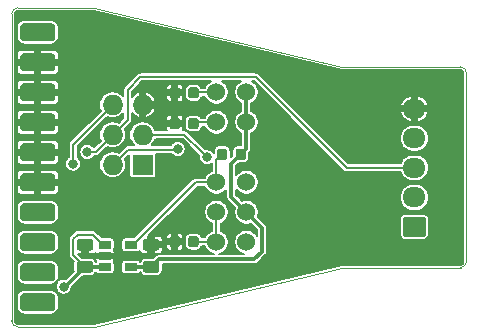
<source format=gbl>
G04 #@! TF.GenerationSoftware,KiCad,Pcbnew,5.0.1*
G04 #@! TF.CreationDate,2019-11-02T01:16:45+01:00*
G04 #@! TF.ProjectId,JlinkBreakout,4A6C696E6B427265616B6F75742E6B69,rev?*
G04 #@! TF.SameCoordinates,Original*
G04 #@! TF.FileFunction,Copper,L2,Bot,Signal*
G04 #@! TF.FilePolarity,Positive*
%FSLAX46Y46*%
G04 Gerber Fmt 4.6, Leading zero omitted, Abs format (unit mm)*
G04 Created by KiCad (PCBNEW 5.0.1) date Sat 02 Nov 2019 01:16:45 AM CET*
%MOMM*%
%LPD*%
G01*
G04 APERTURE LIST*
G04 #@! TA.AperFunction,NonConductor*
%ADD10C,0.050000*%
G04 #@! TD*
G04 #@! TA.AperFunction,Conductor*
%ADD11C,0.100000*%
G04 #@! TD*
G04 #@! TA.AperFunction,ComponentPad*
%ADD12C,1.700000*%
G04 #@! TD*
G04 #@! TA.AperFunction,ComponentPad*
%ADD13O,1.950000X1.700000*%
G04 #@! TD*
G04 #@! TA.AperFunction,SMDPad,CuDef*
%ADD14C,0.975000*%
G04 #@! TD*
G04 #@! TA.AperFunction,SMDPad,CuDef*
%ADD15R,1.060000X0.650000*%
G04 #@! TD*
G04 #@! TA.AperFunction,SMDPad,CuDef*
%ADD16C,0.875000*%
G04 #@! TD*
G04 #@! TA.AperFunction,ComponentPad*
%ADD17C,1.524000*%
G04 #@! TD*
G04 #@! TA.AperFunction,ComponentPad*
%ADD18R,1.727200X1.727200*%
G04 #@! TD*
G04 #@! TA.AperFunction,ComponentPad*
%ADD19O,1.727200X1.727200*%
G04 #@! TD*
G04 #@! TA.AperFunction,SMDPad,CuDef*
%ADD20C,1.524000*%
G04 #@! TD*
G04 #@! TA.AperFunction,ViaPad*
%ADD21C,0.800000*%
G04 #@! TD*
G04 #@! TA.AperFunction,Conductor*
%ADD22C,0.200000*%
G04 #@! TD*
G04 #@! TA.AperFunction,Conductor*
%ADD23C,0.300000*%
G04 #@! TD*
G04 #@! TA.AperFunction,Conductor*
%ADD24C,0.157000*%
G04 #@! TD*
G04 APERTURE END LIST*
D10*
X58500000Y-60000000D02*
G75*
G02X58000000Y-59500000I0J500000D01*
G01*
X58000000Y-33500000D02*
G75*
G02X58500000Y-33000000I500000J0D01*
G01*
X96000000Y-38000000D02*
G75*
G02X96500000Y-38500000I0J-500000D01*
G01*
X96500000Y-54500000D02*
G75*
G02X96000000Y-55000000I-500000J0D01*
G01*
X86000000Y-38000000D02*
X65000000Y-33000000D01*
X96000000Y-38000000D02*
X86000000Y-38000000D01*
X96500000Y-54500000D02*
X96500000Y-38500000D01*
X86000000Y-55000000D02*
X96000000Y-55000000D01*
X65000000Y-60000000D02*
X86000000Y-55000000D01*
X65000000Y-33000000D02*
X58500000Y-33000000D01*
X58500000Y-60000000D02*
X65000000Y-60000000D01*
X58000000Y-33500000D02*
X58000000Y-59500000D01*
D11*
G04 #@! TO.N,REF*
G04 #@! TO.C,J3*
G36*
X92849504Y-50701204D02*
X92873773Y-50704804D01*
X92897571Y-50710765D01*
X92920671Y-50719030D01*
X92942849Y-50729520D01*
X92963893Y-50742133D01*
X92983598Y-50756747D01*
X93001777Y-50773223D01*
X93018253Y-50791402D01*
X93032867Y-50811107D01*
X93045480Y-50832151D01*
X93055970Y-50854329D01*
X93064235Y-50877429D01*
X93070196Y-50901227D01*
X93073796Y-50925496D01*
X93075000Y-50950000D01*
X93075000Y-52150000D01*
X93073796Y-52174504D01*
X93070196Y-52198773D01*
X93064235Y-52222571D01*
X93055970Y-52245671D01*
X93045480Y-52267849D01*
X93032867Y-52288893D01*
X93018253Y-52308598D01*
X93001777Y-52326777D01*
X92983598Y-52343253D01*
X92963893Y-52357867D01*
X92942849Y-52370480D01*
X92920671Y-52380970D01*
X92897571Y-52389235D01*
X92873773Y-52395196D01*
X92849504Y-52398796D01*
X92825000Y-52400000D01*
X91375000Y-52400000D01*
X91350496Y-52398796D01*
X91326227Y-52395196D01*
X91302429Y-52389235D01*
X91279329Y-52380970D01*
X91257151Y-52370480D01*
X91236107Y-52357867D01*
X91216402Y-52343253D01*
X91198223Y-52326777D01*
X91181747Y-52308598D01*
X91167133Y-52288893D01*
X91154520Y-52267849D01*
X91144030Y-52245671D01*
X91135765Y-52222571D01*
X91129804Y-52198773D01*
X91126204Y-52174504D01*
X91125000Y-52150000D01*
X91125000Y-50950000D01*
X91126204Y-50925496D01*
X91129804Y-50901227D01*
X91135765Y-50877429D01*
X91144030Y-50854329D01*
X91154520Y-50832151D01*
X91167133Y-50811107D01*
X91181747Y-50791402D01*
X91198223Y-50773223D01*
X91216402Y-50756747D01*
X91236107Y-50742133D01*
X91257151Y-50729520D01*
X91279329Y-50719030D01*
X91302429Y-50710765D01*
X91326227Y-50704804D01*
X91350496Y-50701204D01*
X91375000Y-50700000D01*
X92825000Y-50700000D01*
X92849504Y-50701204D01*
X92849504Y-50701204D01*
G37*
D12*
G04 #@! TD*
G04 #@! TO.P,J3,1*
G04 #@! TO.N,REF*
X92100000Y-51550000D03*
D13*
G04 #@! TO.P,J3,2*
G04 #@! TO.N,RST*
X92100000Y-49050000D03*
G04 #@! TO.P,J3,3*
G04 #@! TO.N,CLK*
X92100000Y-46550000D03*
G04 #@! TO.P,J3,4*
G04 #@! TO.N,DIO*
X92100000Y-44050000D03*
G04 #@! TO.P,J3,5*
G04 #@! TO.N,GND*
X92100000Y-41550000D03*
G04 #@! TD*
D11*
G04 #@! TO.N,GND*
G04 #@! TO.C,C2*
G36*
X70280142Y-52576174D02*
X70303803Y-52579684D01*
X70327007Y-52585496D01*
X70349529Y-52593554D01*
X70371153Y-52603782D01*
X70391670Y-52616079D01*
X70410883Y-52630329D01*
X70428607Y-52646393D01*
X70444671Y-52664117D01*
X70458921Y-52683330D01*
X70471218Y-52703847D01*
X70481446Y-52725471D01*
X70489504Y-52747993D01*
X70495316Y-52771197D01*
X70498826Y-52794858D01*
X70500000Y-52818750D01*
X70500000Y-53306250D01*
X70498826Y-53330142D01*
X70495316Y-53353803D01*
X70489504Y-53377007D01*
X70481446Y-53399529D01*
X70471218Y-53421153D01*
X70458921Y-53441670D01*
X70444671Y-53460883D01*
X70428607Y-53478607D01*
X70410883Y-53494671D01*
X70391670Y-53508921D01*
X70371153Y-53521218D01*
X70349529Y-53531446D01*
X70327007Y-53539504D01*
X70303803Y-53545316D01*
X70280142Y-53548826D01*
X70256250Y-53550000D01*
X69343750Y-53550000D01*
X69319858Y-53548826D01*
X69296197Y-53545316D01*
X69272993Y-53539504D01*
X69250471Y-53531446D01*
X69228847Y-53521218D01*
X69208330Y-53508921D01*
X69189117Y-53494671D01*
X69171393Y-53478607D01*
X69155329Y-53460883D01*
X69141079Y-53441670D01*
X69128782Y-53421153D01*
X69118554Y-53399529D01*
X69110496Y-53377007D01*
X69104684Y-53353803D01*
X69101174Y-53330142D01*
X69100000Y-53306250D01*
X69100000Y-52818750D01*
X69101174Y-52794858D01*
X69104684Y-52771197D01*
X69110496Y-52747993D01*
X69118554Y-52725471D01*
X69128782Y-52703847D01*
X69141079Y-52683330D01*
X69155329Y-52664117D01*
X69171393Y-52646393D01*
X69189117Y-52630329D01*
X69208330Y-52616079D01*
X69228847Y-52603782D01*
X69250471Y-52593554D01*
X69272993Y-52585496D01*
X69296197Y-52579684D01*
X69319858Y-52576174D01*
X69343750Y-52575000D01*
X70256250Y-52575000D01*
X70280142Y-52576174D01*
X70280142Y-52576174D01*
G37*
D14*
G04 #@! TD*
G04 #@! TO.P,C2,2*
G04 #@! TO.N,GND*
X69800000Y-53062500D03*
D11*
G04 #@! TO.N,LDOOUT*
G04 #@! TO.C,C2*
G36*
X70280142Y-54451174D02*
X70303803Y-54454684D01*
X70327007Y-54460496D01*
X70349529Y-54468554D01*
X70371153Y-54478782D01*
X70391670Y-54491079D01*
X70410883Y-54505329D01*
X70428607Y-54521393D01*
X70444671Y-54539117D01*
X70458921Y-54558330D01*
X70471218Y-54578847D01*
X70481446Y-54600471D01*
X70489504Y-54622993D01*
X70495316Y-54646197D01*
X70498826Y-54669858D01*
X70500000Y-54693750D01*
X70500000Y-55181250D01*
X70498826Y-55205142D01*
X70495316Y-55228803D01*
X70489504Y-55252007D01*
X70481446Y-55274529D01*
X70471218Y-55296153D01*
X70458921Y-55316670D01*
X70444671Y-55335883D01*
X70428607Y-55353607D01*
X70410883Y-55369671D01*
X70391670Y-55383921D01*
X70371153Y-55396218D01*
X70349529Y-55406446D01*
X70327007Y-55414504D01*
X70303803Y-55420316D01*
X70280142Y-55423826D01*
X70256250Y-55425000D01*
X69343750Y-55425000D01*
X69319858Y-55423826D01*
X69296197Y-55420316D01*
X69272993Y-55414504D01*
X69250471Y-55406446D01*
X69228847Y-55396218D01*
X69208330Y-55383921D01*
X69189117Y-55369671D01*
X69171393Y-55353607D01*
X69155329Y-55335883D01*
X69141079Y-55316670D01*
X69128782Y-55296153D01*
X69118554Y-55274529D01*
X69110496Y-55252007D01*
X69104684Y-55228803D01*
X69101174Y-55205142D01*
X69100000Y-55181250D01*
X69100000Y-54693750D01*
X69101174Y-54669858D01*
X69104684Y-54646197D01*
X69110496Y-54622993D01*
X69118554Y-54600471D01*
X69128782Y-54578847D01*
X69141079Y-54558330D01*
X69155329Y-54539117D01*
X69171393Y-54521393D01*
X69189117Y-54505329D01*
X69208330Y-54491079D01*
X69228847Y-54478782D01*
X69250471Y-54468554D01*
X69272993Y-54460496D01*
X69296197Y-54454684D01*
X69319858Y-54451174D01*
X69343750Y-54450000D01*
X70256250Y-54450000D01*
X70280142Y-54451174D01*
X70280142Y-54451174D01*
G37*
D14*
G04 #@! TD*
G04 #@! TO.P,C2,1*
G04 #@! TO.N,LDOOUT*
X69800000Y-54937500D03*
D11*
G04 #@! TO.N,+5V*
G04 #@! TO.C,C1*
G36*
X64680142Y-54451174D02*
X64703803Y-54454684D01*
X64727007Y-54460496D01*
X64749529Y-54468554D01*
X64771153Y-54478782D01*
X64791670Y-54491079D01*
X64810883Y-54505329D01*
X64828607Y-54521393D01*
X64844671Y-54539117D01*
X64858921Y-54558330D01*
X64871218Y-54578847D01*
X64881446Y-54600471D01*
X64889504Y-54622993D01*
X64895316Y-54646197D01*
X64898826Y-54669858D01*
X64900000Y-54693750D01*
X64900000Y-55181250D01*
X64898826Y-55205142D01*
X64895316Y-55228803D01*
X64889504Y-55252007D01*
X64881446Y-55274529D01*
X64871218Y-55296153D01*
X64858921Y-55316670D01*
X64844671Y-55335883D01*
X64828607Y-55353607D01*
X64810883Y-55369671D01*
X64791670Y-55383921D01*
X64771153Y-55396218D01*
X64749529Y-55406446D01*
X64727007Y-55414504D01*
X64703803Y-55420316D01*
X64680142Y-55423826D01*
X64656250Y-55425000D01*
X63743750Y-55425000D01*
X63719858Y-55423826D01*
X63696197Y-55420316D01*
X63672993Y-55414504D01*
X63650471Y-55406446D01*
X63628847Y-55396218D01*
X63608330Y-55383921D01*
X63589117Y-55369671D01*
X63571393Y-55353607D01*
X63555329Y-55335883D01*
X63541079Y-55316670D01*
X63528782Y-55296153D01*
X63518554Y-55274529D01*
X63510496Y-55252007D01*
X63504684Y-55228803D01*
X63501174Y-55205142D01*
X63500000Y-55181250D01*
X63500000Y-54693750D01*
X63501174Y-54669858D01*
X63504684Y-54646197D01*
X63510496Y-54622993D01*
X63518554Y-54600471D01*
X63528782Y-54578847D01*
X63541079Y-54558330D01*
X63555329Y-54539117D01*
X63571393Y-54521393D01*
X63589117Y-54505329D01*
X63608330Y-54491079D01*
X63628847Y-54478782D01*
X63650471Y-54468554D01*
X63672993Y-54460496D01*
X63696197Y-54454684D01*
X63719858Y-54451174D01*
X63743750Y-54450000D01*
X64656250Y-54450000D01*
X64680142Y-54451174D01*
X64680142Y-54451174D01*
G37*
D14*
G04 #@! TD*
G04 #@! TO.P,C1,1*
G04 #@! TO.N,+5V*
X64200000Y-54937500D03*
D11*
G04 #@! TO.N,GND*
G04 #@! TO.C,C1*
G36*
X64680142Y-52576174D02*
X64703803Y-52579684D01*
X64727007Y-52585496D01*
X64749529Y-52593554D01*
X64771153Y-52603782D01*
X64791670Y-52616079D01*
X64810883Y-52630329D01*
X64828607Y-52646393D01*
X64844671Y-52664117D01*
X64858921Y-52683330D01*
X64871218Y-52703847D01*
X64881446Y-52725471D01*
X64889504Y-52747993D01*
X64895316Y-52771197D01*
X64898826Y-52794858D01*
X64900000Y-52818750D01*
X64900000Y-53306250D01*
X64898826Y-53330142D01*
X64895316Y-53353803D01*
X64889504Y-53377007D01*
X64881446Y-53399529D01*
X64871218Y-53421153D01*
X64858921Y-53441670D01*
X64844671Y-53460883D01*
X64828607Y-53478607D01*
X64810883Y-53494671D01*
X64791670Y-53508921D01*
X64771153Y-53521218D01*
X64749529Y-53531446D01*
X64727007Y-53539504D01*
X64703803Y-53545316D01*
X64680142Y-53548826D01*
X64656250Y-53550000D01*
X63743750Y-53550000D01*
X63719858Y-53548826D01*
X63696197Y-53545316D01*
X63672993Y-53539504D01*
X63650471Y-53531446D01*
X63628847Y-53521218D01*
X63608330Y-53508921D01*
X63589117Y-53494671D01*
X63571393Y-53478607D01*
X63555329Y-53460883D01*
X63541079Y-53441670D01*
X63528782Y-53421153D01*
X63518554Y-53399529D01*
X63510496Y-53377007D01*
X63504684Y-53353803D01*
X63501174Y-53330142D01*
X63500000Y-53306250D01*
X63500000Y-52818750D01*
X63501174Y-52794858D01*
X63504684Y-52771197D01*
X63510496Y-52747993D01*
X63518554Y-52725471D01*
X63528782Y-52703847D01*
X63541079Y-52683330D01*
X63555329Y-52664117D01*
X63571393Y-52646393D01*
X63589117Y-52630329D01*
X63608330Y-52616079D01*
X63628847Y-52603782D01*
X63650471Y-52593554D01*
X63672993Y-52585496D01*
X63696197Y-52579684D01*
X63719858Y-52576174D01*
X63743750Y-52575000D01*
X64656250Y-52575000D01*
X64680142Y-52576174D01*
X64680142Y-52576174D01*
G37*
D14*
G04 #@! TD*
G04 #@! TO.P,C1,2*
G04 #@! TO.N,GND*
X64200000Y-53062500D03*
D15*
G04 #@! TO.P,U1,1*
G04 #@! TO.N,+5V*
X65900000Y-54950000D03*
G04 #@! TO.P,U1,2*
G04 #@! TO.N,GND*
X65900000Y-54000000D03*
G04 #@! TO.P,U1,3*
G04 #@! TO.N,+5V*
X65900000Y-53050000D03*
G04 #@! TO.P,U1,4*
G04 #@! TO.N,Net-(R1-Pad2)*
X68100000Y-53050000D03*
G04 #@! TO.P,U1,5*
G04 #@! TO.N,LDOOUT*
X68100000Y-54950000D03*
G04 #@! TD*
D11*
G04 #@! TO.N,Net-(R4-Pad2)*
G04 #@! TO.C,R4*
G36*
X73627691Y-39726053D02*
X73648926Y-39729203D01*
X73669750Y-39734419D01*
X73689962Y-39741651D01*
X73709368Y-39750830D01*
X73727781Y-39761866D01*
X73745024Y-39774654D01*
X73760930Y-39789070D01*
X73775346Y-39804976D01*
X73788134Y-39822219D01*
X73799170Y-39840632D01*
X73808349Y-39860038D01*
X73815581Y-39880250D01*
X73820797Y-39901074D01*
X73823947Y-39922309D01*
X73825000Y-39943750D01*
X73825000Y-40456250D01*
X73823947Y-40477691D01*
X73820797Y-40498926D01*
X73815581Y-40519750D01*
X73808349Y-40539962D01*
X73799170Y-40559368D01*
X73788134Y-40577781D01*
X73775346Y-40595024D01*
X73760930Y-40610930D01*
X73745024Y-40625346D01*
X73727781Y-40638134D01*
X73709368Y-40649170D01*
X73689962Y-40658349D01*
X73669750Y-40665581D01*
X73648926Y-40670797D01*
X73627691Y-40673947D01*
X73606250Y-40675000D01*
X73168750Y-40675000D01*
X73147309Y-40673947D01*
X73126074Y-40670797D01*
X73105250Y-40665581D01*
X73085038Y-40658349D01*
X73065632Y-40649170D01*
X73047219Y-40638134D01*
X73029976Y-40625346D01*
X73014070Y-40610930D01*
X72999654Y-40595024D01*
X72986866Y-40577781D01*
X72975830Y-40559368D01*
X72966651Y-40539962D01*
X72959419Y-40519750D01*
X72954203Y-40498926D01*
X72951053Y-40477691D01*
X72950000Y-40456250D01*
X72950000Y-39943750D01*
X72951053Y-39922309D01*
X72954203Y-39901074D01*
X72959419Y-39880250D01*
X72966651Y-39860038D01*
X72975830Y-39840632D01*
X72986866Y-39822219D01*
X72999654Y-39804976D01*
X73014070Y-39789070D01*
X73029976Y-39774654D01*
X73047219Y-39761866D01*
X73065632Y-39750830D01*
X73085038Y-39741651D01*
X73105250Y-39734419D01*
X73126074Y-39729203D01*
X73147309Y-39726053D01*
X73168750Y-39725000D01*
X73606250Y-39725000D01*
X73627691Y-39726053D01*
X73627691Y-39726053D01*
G37*
D16*
G04 #@! TD*
G04 #@! TO.P,R4,2*
G04 #@! TO.N,Net-(R4-Pad2)*
X73387500Y-40200000D03*
D11*
G04 #@! TO.N,GND*
G04 #@! TO.C,R4*
G36*
X72052691Y-39726053D02*
X72073926Y-39729203D01*
X72094750Y-39734419D01*
X72114962Y-39741651D01*
X72134368Y-39750830D01*
X72152781Y-39761866D01*
X72170024Y-39774654D01*
X72185930Y-39789070D01*
X72200346Y-39804976D01*
X72213134Y-39822219D01*
X72224170Y-39840632D01*
X72233349Y-39860038D01*
X72240581Y-39880250D01*
X72245797Y-39901074D01*
X72248947Y-39922309D01*
X72250000Y-39943750D01*
X72250000Y-40456250D01*
X72248947Y-40477691D01*
X72245797Y-40498926D01*
X72240581Y-40519750D01*
X72233349Y-40539962D01*
X72224170Y-40559368D01*
X72213134Y-40577781D01*
X72200346Y-40595024D01*
X72185930Y-40610930D01*
X72170024Y-40625346D01*
X72152781Y-40638134D01*
X72134368Y-40649170D01*
X72114962Y-40658349D01*
X72094750Y-40665581D01*
X72073926Y-40670797D01*
X72052691Y-40673947D01*
X72031250Y-40675000D01*
X71593750Y-40675000D01*
X71572309Y-40673947D01*
X71551074Y-40670797D01*
X71530250Y-40665581D01*
X71510038Y-40658349D01*
X71490632Y-40649170D01*
X71472219Y-40638134D01*
X71454976Y-40625346D01*
X71439070Y-40610930D01*
X71424654Y-40595024D01*
X71411866Y-40577781D01*
X71400830Y-40559368D01*
X71391651Y-40539962D01*
X71384419Y-40519750D01*
X71379203Y-40498926D01*
X71376053Y-40477691D01*
X71375000Y-40456250D01*
X71375000Y-39943750D01*
X71376053Y-39922309D01*
X71379203Y-39901074D01*
X71384419Y-39880250D01*
X71391651Y-39860038D01*
X71400830Y-39840632D01*
X71411866Y-39822219D01*
X71424654Y-39804976D01*
X71439070Y-39789070D01*
X71454976Y-39774654D01*
X71472219Y-39761866D01*
X71490632Y-39750830D01*
X71510038Y-39741651D01*
X71530250Y-39734419D01*
X71551074Y-39729203D01*
X71572309Y-39726053D01*
X71593750Y-39725000D01*
X72031250Y-39725000D01*
X72052691Y-39726053D01*
X72052691Y-39726053D01*
G37*
D16*
G04 #@! TD*
G04 #@! TO.P,R4,1*
G04 #@! TO.N,GND*
X71812500Y-40200000D03*
D11*
G04 #@! TO.N,GND*
G04 #@! TO.C,R3*
G36*
X72052691Y-42326053D02*
X72073926Y-42329203D01*
X72094750Y-42334419D01*
X72114962Y-42341651D01*
X72134368Y-42350830D01*
X72152781Y-42361866D01*
X72170024Y-42374654D01*
X72185930Y-42389070D01*
X72200346Y-42404976D01*
X72213134Y-42422219D01*
X72224170Y-42440632D01*
X72233349Y-42460038D01*
X72240581Y-42480250D01*
X72245797Y-42501074D01*
X72248947Y-42522309D01*
X72250000Y-42543750D01*
X72250000Y-43056250D01*
X72248947Y-43077691D01*
X72245797Y-43098926D01*
X72240581Y-43119750D01*
X72233349Y-43139962D01*
X72224170Y-43159368D01*
X72213134Y-43177781D01*
X72200346Y-43195024D01*
X72185930Y-43210930D01*
X72170024Y-43225346D01*
X72152781Y-43238134D01*
X72134368Y-43249170D01*
X72114962Y-43258349D01*
X72094750Y-43265581D01*
X72073926Y-43270797D01*
X72052691Y-43273947D01*
X72031250Y-43275000D01*
X71593750Y-43275000D01*
X71572309Y-43273947D01*
X71551074Y-43270797D01*
X71530250Y-43265581D01*
X71510038Y-43258349D01*
X71490632Y-43249170D01*
X71472219Y-43238134D01*
X71454976Y-43225346D01*
X71439070Y-43210930D01*
X71424654Y-43195024D01*
X71411866Y-43177781D01*
X71400830Y-43159368D01*
X71391651Y-43139962D01*
X71384419Y-43119750D01*
X71379203Y-43098926D01*
X71376053Y-43077691D01*
X71375000Y-43056250D01*
X71375000Y-42543750D01*
X71376053Y-42522309D01*
X71379203Y-42501074D01*
X71384419Y-42480250D01*
X71391651Y-42460038D01*
X71400830Y-42440632D01*
X71411866Y-42422219D01*
X71424654Y-42404976D01*
X71439070Y-42389070D01*
X71454976Y-42374654D01*
X71472219Y-42361866D01*
X71490632Y-42350830D01*
X71510038Y-42341651D01*
X71530250Y-42334419D01*
X71551074Y-42329203D01*
X71572309Y-42326053D01*
X71593750Y-42325000D01*
X72031250Y-42325000D01*
X72052691Y-42326053D01*
X72052691Y-42326053D01*
G37*
D16*
G04 #@! TD*
G04 #@! TO.P,R3,1*
G04 #@! TO.N,GND*
X71812500Y-42800000D03*
D11*
G04 #@! TO.N,Net-(R3-Pad2)*
G04 #@! TO.C,R3*
G36*
X73627691Y-42326053D02*
X73648926Y-42329203D01*
X73669750Y-42334419D01*
X73689962Y-42341651D01*
X73709368Y-42350830D01*
X73727781Y-42361866D01*
X73745024Y-42374654D01*
X73760930Y-42389070D01*
X73775346Y-42404976D01*
X73788134Y-42422219D01*
X73799170Y-42440632D01*
X73808349Y-42460038D01*
X73815581Y-42480250D01*
X73820797Y-42501074D01*
X73823947Y-42522309D01*
X73825000Y-42543750D01*
X73825000Y-43056250D01*
X73823947Y-43077691D01*
X73820797Y-43098926D01*
X73815581Y-43119750D01*
X73808349Y-43139962D01*
X73799170Y-43159368D01*
X73788134Y-43177781D01*
X73775346Y-43195024D01*
X73760930Y-43210930D01*
X73745024Y-43225346D01*
X73727781Y-43238134D01*
X73709368Y-43249170D01*
X73689962Y-43258349D01*
X73669750Y-43265581D01*
X73648926Y-43270797D01*
X73627691Y-43273947D01*
X73606250Y-43275000D01*
X73168750Y-43275000D01*
X73147309Y-43273947D01*
X73126074Y-43270797D01*
X73105250Y-43265581D01*
X73085038Y-43258349D01*
X73065632Y-43249170D01*
X73047219Y-43238134D01*
X73029976Y-43225346D01*
X73014070Y-43210930D01*
X72999654Y-43195024D01*
X72986866Y-43177781D01*
X72975830Y-43159368D01*
X72966651Y-43139962D01*
X72959419Y-43119750D01*
X72954203Y-43098926D01*
X72951053Y-43077691D01*
X72950000Y-43056250D01*
X72950000Y-42543750D01*
X72951053Y-42522309D01*
X72954203Y-42501074D01*
X72959419Y-42480250D01*
X72966651Y-42460038D01*
X72975830Y-42440632D01*
X72986866Y-42422219D01*
X72999654Y-42404976D01*
X73014070Y-42389070D01*
X73029976Y-42374654D01*
X73047219Y-42361866D01*
X73065632Y-42350830D01*
X73085038Y-42341651D01*
X73105250Y-42334419D01*
X73126074Y-42329203D01*
X73147309Y-42326053D01*
X73168750Y-42325000D01*
X73606250Y-42325000D01*
X73627691Y-42326053D01*
X73627691Y-42326053D01*
G37*
D16*
G04 #@! TD*
G04 #@! TO.P,R3,2*
G04 #@! TO.N,Net-(R3-Pad2)*
X73387500Y-42800000D03*
D11*
G04 #@! TO.N,Net-(R2-Pad2)*
G04 #@! TO.C,R2*
G36*
X73627691Y-52326053D02*
X73648926Y-52329203D01*
X73669750Y-52334419D01*
X73689962Y-52341651D01*
X73709368Y-52350830D01*
X73727781Y-52361866D01*
X73745024Y-52374654D01*
X73760930Y-52389070D01*
X73775346Y-52404976D01*
X73788134Y-52422219D01*
X73799170Y-52440632D01*
X73808349Y-52460038D01*
X73815581Y-52480250D01*
X73820797Y-52501074D01*
X73823947Y-52522309D01*
X73825000Y-52543750D01*
X73825000Y-53056250D01*
X73823947Y-53077691D01*
X73820797Y-53098926D01*
X73815581Y-53119750D01*
X73808349Y-53139962D01*
X73799170Y-53159368D01*
X73788134Y-53177781D01*
X73775346Y-53195024D01*
X73760930Y-53210930D01*
X73745024Y-53225346D01*
X73727781Y-53238134D01*
X73709368Y-53249170D01*
X73689962Y-53258349D01*
X73669750Y-53265581D01*
X73648926Y-53270797D01*
X73627691Y-53273947D01*
X73606250Y-53275000D01*
X73168750Y-53275000D01*
X73147309Y-53273947D01*
X73126074Y-53270797D01*
X73105250Y-53265581D01*
X73085038Y-53258349D01*
X73065632Y-53249170D01*
X73047219Y-53238134D01*
X73029976Y-53225346D01*
X73014070Y-53210930D01*
X72999654Y-53195024D01*
X72986866Y-53177781D01*
X72975830Y-53159368D01*
X72966651Y-53139962D01*
X72959419Y-53119750D01*
X72954203Y-53098926D01*
X72951053Y-53077691D01*
X72950000Y-53056250D01*
X72950000Y-52543750D01*
X72951053Y-52522309D01*
X72954203Y-52501074D01*
X72959419Y-52480250D01*
X72966651Y-52460038D01*
X72975830Y-52440632D01*
X72986866Y-52422219D01*
X72999654Y-52404976D01*
X73014070Y-52389070D01*
X73029976Y-52374654D01*
X73047219Y-52361866D01*
X73065632Y-52350830D01*
X73085038Y-52341651D01*
X73105250Y-52334419D01*
X73126074Y-52329203D01*
X73147309Y-52326053D01*
X73168750Y-52325000D01*
X73606250Y-52325000D01*
X73627691Y-52326053D01*
X73627691Y-52326053D01*
G37*
D16*
G04 #@! TD*
G04 #@! TO.P,R2,2*
G04 #@! TO.N,Net-(R2-Pad2)*
X73387500Y-52800000D03*
D11*
G04 #@! TO.N,GND*
G04 #@! TO.C,R2*
G36*
X72052691Y-52326053D02*
X72073926Y-52329203D01*
X72094750Y-52334419D01*
X72114962Y-52341651D01*
X72134368Y-52350830D01*
X72152781Y-52361866D01*
X72170024Y-52374654D01*
X72185930Y-52389070D01*
X72200346Y-52404976D01*
X72213134Y-52422219D01*
X72224170Y-52440632D01*
X72233349Y-52460038D01*
X72240581Y-52480250D01*
X72245797Y-52501074D01*
X72248947Y-52522309D01*
X72250000Y-52543750D01*
X72250000Y-53056250D01*
X72248947Y-53077691D01*
X72245797Y-53098926D01*
X72240581Y-53119750D01*
X72233349Y-53139962D01*
X72224170Y-53159368D01*
X72213134Y-53177781D01*
X72200346Y-53195024D01*
X72185930Y-53210930D01*
X72170024Y-53225346D01*
X72152781Y-53238134D01*
X72134368Y-53249170D01*
X72114962Y-53258349D01*
X72094750Y-53265581D01*
X72073926Y-53270797D01*
X72052691Y-53273947D01*
X72031250Y-53275000D01*
X71593750Y-53275000D01*
X71572309Y-53273947D01*
X71551074Y-53270797D01*
X71530250Y-53265581D01*
X71510038Y-53258349D01*
X71490632Y-53249170D01*
X71472219Y-53238134D01*
X71454976Y-53225346D01*
X71439070Y-53210930D01*
X71424654Y-53195024D01*
X71411866Y-53177781D01*
X71400830Y-53159368D01*
X71391651Y-53139962D01*
X71384419Y-53119750D01*
X71379203Y-53098926D01*
X71376053Y-53077691D01*
X71375000Y-53056250D01*
X71375000Y-52543750D01*
X71376053Y-52522309D01*
X71379203Y-52501074D01*
X71384419Y-52480250D01*
X71391651Y-52460038D01*
X71400830Y-52440632D01*
X71411866Y-52422219D01*
X71424654Y-52404976D01*
X71439070Y-52389070D01*
X71454976Y-52374654D01*
X71472219Y-52361866D01*
X71490632Y-52350830D01*
X71510038Y-52341651D01*
X71530250Y-52334419D01*
X71551074Y-52329203D01*
X71572309Y-52326053D01*
X71593750Y-52325000D01*
X72031250Y-52325000D01*
X72052691Y-52326053D01*
X72052691Y-52326053D01*
G37*
D16*
G04 #@! TD*
G04 #@! TO.P,R2,1*
G04 #@! TO.N,GND*
X71812500Y-52800000D03*
D11*
G04 #@! TO.N,LDOOUT*
G04 #@! TO.C,R1*
G36*
X77627691Y-44926053D02*
X77648926Y-44929203D01*
X77669750Y-44934419D01*
X77689962Y-44941651D01*
X77709368Y-44950830D01*
X77727781Y-44961866D01*
X77745024Y-44974654D01*
X77760930Y-44989070D01*
X77775346Y-45004976D01*
X77788134Y-45022219D01*
X77799170Y-45040632D01*
X77808349Y-45060038D01*
X77815581Y-45080250D01*
X77820797Y-45101074D01*
X77823947Y-45122309D01*
X77825000Y-45143750D01*
X77825000Y-45656250D01*
X77823947Y-45677691D01*
X77820797Y-45698926D01*
X77815581Y-45719750D01*
X77808349Y-45739962D01*
X77799170Y-45759368D01*
X77788134Y-45777781D01*
X77775346Y-45795024D01*
X77760930Y-45810930D01*
X77745024Y-45825346D01*
X77727781Y-45838134D01*
X77709368Y-45849170D01*
X77689962Y-45858349D01*
X77669750Y-45865581D01*
X77648926Y-45870797D01*
X77627691Y-45873947D01*
X77606250Y-45875000D01*
X77168750Y-45875000D01*
X77147309Y-45873947D01*
X77126074Y-45870797D01*
X77105250Y-45865581D01*
X77085038Y-45858349D01*
X77065632Y-45849170D01*
X77047219Y-45838134D01*
X77029976Y-45825346D01*
X77014070Y-45810930D01*
X76999654Y-45795024D01*
X76986866Y-45777781D01*
X76975830Y-45759368D01*
X76966651Y-45739962D01*
X76959419Y-45719750D01*
X76954203Y-45698926D01*
X76951053Y-45677691D01*
X76950000Y-45656250D01*
X76950000Y-45143750D01*
X76951053Y-45122309D01*
X76954203Y-45101074D01*
X76959419Y-45080250D01*
X76966651Y-45060038D01*
X76975830Y-45040632D01*
X76986866Y-45022219D01*
X76999654Y-45004976D01*
X77014070Y-44989070D01*
X77029976Y-44974654D01*
X77047219Y-44961866D01*
X77065632Y-44950830D01*
X77085038Y-44941651D01*
X77105250Y-44934419D01*
X77126074Y-44929203D01*
X77147309Y-44926053D01*
X77168750Y-44925000D01*
X77606250Y-44925000D01*
X77627691Y-44926053D01*
X77627691Y-44926053D01*
G37*
D16*
G04 #@! TD*
G04 #@! TO.P,R1,1*
G04 #@! TO.N,LDOOUT*
X77387500Y-45400000D03*
D11*
G04 #@! TO.N,Net-(R1-Pad2)*
G04 #@! TO.C,R1*
G36*
X76052691Y-44926053D02*
X76073926Y-44929203D01*
X76094750Y-44934419D01*
X76114962Y-44941651D01*
X76134368Y-44950830D01*
X76152781Y-44961866D01*
X76170024Y-44974654D01*
X76185930Y-44989070D01*
X76200346Y-45004976D01*
X76213134Y-45022219D01*
X76224170Y-45040632D01*
X76233349Y-45060038D01*
X76240581Y-45080250D01*
X76245797Y-45101074D01*
X76248947Y-45122309D01*
X76250000Y-45143750D01*
X76250000Y-45656250D01*
X76248947Y-45677691D01*
X76245797Y-45698926D01*
X76240581Y-45719750D01*
X76233349Y-45739962D01*
X76224170Y-45759368D01*
X76213134Y-45777781D01*
X76200346Y-45795024D01*
X76185930Y-45810930D01*
X76170024Y-45825346D01*
X76152781Y-45838134D01*
X76134368Y-45849170D01*
X76114962Y-45858349D01*
X76094750Y-45865581D01*
X76073926Y-45870797D01*
X76052691Y-45873947D01*
X76031250Y-45875000D01*
X75593750Y-45875000D01*
X75572309Y-45873947D01*
X75551074Y-45870797D01*
X75530250Y-45865581D01*
X75510038Y-45858349D01*
X75490632Y-45849170D01*
X75472219Y-45838134D01*
X75454976Y-45825346D01*
X75439070Y-45810930D01*
X75424654Y-45795024D01*
X75411866Y-45777781D01*
X75400830Y-45759368D01*
X75391651Y-45739962D01*
X75384419Y-45719750D01*
X75379203Y-45698926D01*
X75376053Y-45677691D01*
X75375000Y-45656250D01*
X75375000Y-45143750D01*
X75376053Y-45122309D01*
X75379203Y-45101074D01*
X75384419Y-45080250D01*
X75391651Y-45060038D01*
X75400830Y-45040632D01*
X75411866Y-45022219D01*
X75424654Y-45004976D01*
X75439070Y-44989070D01*
X75454976Y-44974654D01*
X75472219Y-44961866D01*
X75490632Y-44950830D01*
X75510038Y-44941651D01*
X75530250Y-44934419D01*
X75551074Y-44929203D01*
X75572309Y-44926053D01*
X75593750Y-44925000D01*
X76031250Y-44925000D01*
X76052691Y-44926053D01*
X76052691Y-44926053D01*
G37*
D16*
G04 #@! TD*
G04 #@! TO.P,R1,2*
G04 #@! TO.N,Net-(R1-Pad2)*
X75812500Y-45400000D03*
D17*
G04 #@! TO.P,U2,1*
G04 #@! TO.N,Net-(U2-Pad1)*
X77870000Y-52850000D03*
G04 #@! TO.P,U2,2*
G04 #@! TO.N,LDOOUT*
X77870000Y-50310000D03*
G04 #@! TO.P,U2,3*
G04 #@! TO.N,REF*
X77870000Y-47770000D03*
G04 #@! TO.P,U2,4*
G04 #@! TO.N,LDOOUT*
X77870000Y-42690000D03*
G04 #@! TO.P,U2,5*
X77870000Y-40150000D03*
G04 #@! TO.P,U2,6*
G04 #@! TO.N,Net-(R2-Pad2)*
X75330000Y-52850000D03*
G04 #@! TO.P,U2,7*
X75330000Y-50310000D03*
G04 #@! TO.P,U2,8*
G04 #@! TO.N,Net-(R1-Pad2)*
X75330000Y-47770000D03*
G04 #@! TO.P,U2,9*
G04 #@! TO.N,Net-(R3-Pad2)*
X75330000Y-42690000D03*
G04 #@! TO.P,U2,10*
G04 #@! TO.N,Net-(R4-Pad2)*
X75330000Y-40150000D03*
G04 #@! TD*
D18*
G04 #@! TO.P,J2,1*
G04 #@! TO.N,REF*
X69100000Y-46300000D03*
D19*
G04 #@! TO.P,J2,2*
G04 #@! TO.N,DIO*
X66560000Y-46300000D03*
G04 #@! TO.P,J2,3*
G04 #@! TO.N,RST*
X69100000Y-43760000D03*
G04 #@! TO.P,J2,4*
G04 #@! TO.N,CLK*
X66560000Y-43760000D03*
G04 #@! TO.P,J2,5*
G04 #@! TO.N,GND*
X69100000Y-41220000D03*
G04 #@! TO.P,J2,6*
G04 #@! TO.N,SWO*
X66560000Y-41220000D03*
G04 #@! TD*
D11*
G04 #@! TO.N,GND*
G04 #@! TO.C,J1*
G36*
X61356345Y-47009835D02*
X61393329Y-47015321D01*
X61429598Y-47024406D01*
X61464802Y-47037002D01*
X61498602Y-47052988D01*
X61530672Y-47072210D01*
X61560704Y-47094483D01*
X61588408Y-47119592D01*
X61613517Y-47147296D01*
X61635790Y-47177328D01*
X61655012Y-47209398D01*
X61670998Y-47243198D01*
X61683594Y-47278402D01*
X61692679Y-47314671D01*
X61698165Y-47351655D01*
X61700000Y-47389000D01*
X61700000Y-48151000D01*
X61698165Y-48188345D01*
X61692679Y-48225329D01*
X61683594Y-48261598D01*
X61670998Y-48296802D01*
X61655012Y-48330602D01*
X61635790Y-48362672D01*
X61613517Y-48392704D01*
X61588408Y-48420408D01*
X61560704Y-48445517D01*
X61530672Y-48467790D01*
X61498602Y-48487012D01*
X61464802Y-48502998D01*
X61429598Y-48515594D01*
X61393329Y-48524679D01*
X61356345Y-48530165D01*
X61319000Y-48532000D01*
X59081000Y-48532000D01*
X59043655Y-48530165D01*
X59006671Y-48524679D01*
X58970402Y-48515594D01*
X58935198Y-48502998D01*
X58901398Y-48487012D01*
X58869328Y-48467790D01*
X58839296Y-48445517D01*
X58811592Y-48420408D01*
X58786483Y-48392704D01*
X58764210Y-48362672D01*
X58744988Y-48330602D01*
X58729002Y-48296802D01*
X58716406Y-48261598D01*
X58707321Y-48225329D01*
X58701835Y-48188345D01*
X58700000Y-48151000D01*
X58700000Y-47389000D01*
X58701835Y-47351655D01*
X58707321Y-47314671D01*
X58716406Y-47278402D01*
X58729002Y-47243198D01*
X58744988Y-47209398D01*
X58764210Y-47177328D01*
X58786483Y-47147296D01*
X58811592Y-47119592D01*
X58839296Y-47094483D01*
X58869328Y-47072210D01*
X58901398Y-47052988D01*
X58935198Y-47037002D01*
X58970402Y-47024406D01*
X59006671Y-47015321D01*
X59043655Y-47009835D01*
X59081000Y-47008000D01*
X61319000Y-47008000D01*
X61356345Y-47009835D01*
X61356345Y-47009835D01*
G37*
D20*
G04 #@! TD*
G04 #@! TO.P,J1,11*
G04 #@! TO.N,GND*
X60200000Y-47770000D03*
D11*
G04 #@! TO.N,Net-(J1-Pad13)*
G04 #@! TO.C,J1*
G36*
X61356345Y-49549835D02*
X61393329Y-49555321D01*
X61429598Y-49564406D01*
X61464802Y-49577002D01*
X61498602Y-49592988D01*
X61530672Y-49612210D01*
X61560704Y-49634483D01*
X61588408Y-49659592D01*
X61613517Y-49687296D01*
X61635790Y-49717328D01*
X61655012Y-49749398D01*
X61670998Y-49783198D01*
X61683594Y-49818402D01*
X61692679Y-49854671D01*
X61698165Y-49891655D01*
X61700000Y-49929000D01*
X61700000Y-50691000D01*
X61698165Y-50728345D01*
X61692679Y-50765329D01*
X61683594Y-50801598D01*
X61670998Y-50836802D01*
X61655012Y-50870602D01*
X61635790Y-50902672D01*
X61613517Y-50932704D01*
X61588408Y-50960408D01*
X61560704Y-50985517D01*
X61530672Y-51007790D01*
X61498602Y-51027012D01*
X61464802Y-51042998D01*
X61429598Y-51055594D01*
X61393329Y-51064679D01*
X61356345Y-51070165D01*
X61319000Y-51072000D01*
X59081000Y-51072000D01*
X59043655Y-51070165D01*
X59006671Y-51064679D01*
X58970402Y-51055594D01*
X58935198Y-51042998D01*
X58901398Y-51027012D01*
X58869328Y-51007790D01*
X58839296Y-50985517D01*
X58811592Y-50960408D01*
X58786483Y-50932704D01*
X58764210Y-50902672D01*
X58744988Y-50870602D01*
X58729002Y-50836802D01*
X58716406Y-50801598D01*
X58707321Y-50765329D01*
X58701835Y-50728345D01*
X58700000Y-50691000D01*
X58700000Y-49929000D01*
X58701835Y-49891655D01*
X58707321Y-49854671D01*
X58716406Y-49818402D01*
X58729002Y-49783198D01*
X58744988Y-49749398D01*
X58764210Y-49717328D01*
X58786483Y-49687296D01*
X58811592Y-49659592D01*
X58839296Y-49634483D01*
X58869328Y-49612210D01*
X58901398Y-49592988D01*
X58935198Y-49577002D01*
X58970402Y-49564406D01*
X59006671Y-49555321D01*
X59043655Y-49549835D01*
X59081000Y-49548000D01*
X61319000Y-49548000D01*
X61356345Y-49549835D01*
X61356345Y-49549835D01*
G37*
D20*
G04 #@! TD*
G04 #@! TO.P,J1,13*
G04 #@! TO.N,Net-(J1-Pad13)*
X60200000Y-50310000D03*
D11*
G04 #@! TO.N,GND*
G04 #@! TO.C,J1*
G36*
X61356345Y-44469835D02*
X61393329Y-44475321D01*
X61429598Y-44484406D01*
X61464802Y-44497002D01*
X61498602Y-44512988D01*
X61530672Y-44532210D01*
X61560704Y-44554483D01*
X61588408Y-44579592D01*
X61613517Y-44607296D01*
X61635790Y-44637328D01*
X61655012Y-44669398D01*
X61670998Y-44703198D01*
X61683594Y-44738402D01*
X61692679Y-44774671D01*
X61698165Y-44811655D01*
X61700000Y-44849000D01*
X61700000Y-45611000D01*
X61698165Y-45648345D01*
X61692679Y-45685329D01*
X61683594Y-45721598D01*
X61670998Y-45756802D01*
X61655012Y-45790602D01*
X61635790Y-45822672D01*
X61613517Y-45852704D01*
X61588408Y-45880408D01*
X61560704Y-45905517D01*
X61530672Y-45927790D01*
X61498602Y-45947012D01*
X61464802Y-45962998D01*
X61429598Y-45975594D01*
X61393329Y-45984679D01*
X61356345Y-45990165D01*
X61319000Y-45992000D01*
X59081000Y-45992000D01*
X59043655Y-45990165D01*
X59006671Y-45984679D01*
X58970402Y-45975594D01*
X58935198Y-45962998D01*
X58901398Y-45947012D01*
X58869328Y-45927790D01*
X58839296Y-45905517D01*
X58811592Y-45880408D01*
X58786483Y-45852704D01*
X58764210Y-45822672D01*
X58744988Y-45790602D01*
X58729002Y-45756802D01*
X58716406Y-45721598D01*
X58707321Y-45685329D01*
X58701835Y-45648345D01*
X58700000Y-45611000D01*
X58700000Y-44849000D01*
X58701835Y-44811655D01*
X58707321Y-44774671D01*
X58716406Y-44738402D01*
X58729002Y-44703198D01*
X58744988Y-44669398D01*
X58764210Y-44637328D01*
X58786483Y-44607296D01*
X58811592Y-44579592D01*
X58839296Y-44554483D01*
X58869328Y-44532210D01*
X58901398Y-44512988D01*
X58935198Y-44497002D01*
X58970402Y-44484406D01*
X59006671Y-44475321D01*
X59043655Y-44469835D01*
X59081000Y-44468000D01*
X61319000Y-44468000D01*
X61356345Y-44469835D01*
X61356345Y-44469835D01*
G37*
D20*
G04 #@! TD*
G04 #@! TO.P,J1,9*
G04 #@! TO.N,GND*
X60200000Y-45230000D03*
D11*
G04 #@! TO.N,GND*
G04 #@! TO.C,J1*
G36*
X61356345Y-39389835D02*
X61393329Y-39395321D01*
X61429598Y-39404406D01*
X61464802Y-39417002D01*
X61498602Y-39432988D01*
X61530672Y-39452210D01*
X61560704Y-39474483D01*
X61588408Y-39499592D01*
X61613517Y-39527296D01*
X61635790Y-39557328D01*
X61655012Y-39589398D01*
X61670998Y-39623198D01*
X61683594Y-39658402D01*
X61692679Y-39694671D01*
X61698165Y-39731655D01*
X61700000Y-39769000D01*
X61700000Y-40531000D01*
X61698165Y-40568345D01*
X61692679Y-40605329D01*
X61683594Y-40641598D01*
X61670998Y-40676802D01*
X61655012Y-40710602D01*
X61635790Y-40742672D01*
X61613517Y-40772704D01*
X61588408Y-40800408D01*
X61560704Y-40825517D01*
X61530672Y-40847790D01*
X61498602Y-40867012D01*
X61464802Y-40882998D01*
X61429598Y-40895594D01*
X61393329Y-40904679D01*
X61356345Y-40910165D01*
X61319000Y-40912000D01*
X59081000Y-40912000D01*
X59043655Y-40910165D01*
X59006671Y-40904679D01*
X58970402Y-40895594D01*
X58935198Y-40882998D01*
X58901398Y-40867012D01*
X58869328Y-40847790D01*
X58839296Y-40825517D01*
X58811592Y-40800408D01*
X58786483Y-40772704D01*
X58764210Y-40742672D01*
X58744988Y-40710602D01*
X58729002Y-40676802D01*
X58716406Y-40641598D01*
X58707321Y-40605329D01*
X58701835Y-40568345D01*
X58700000Y-40531000D01*
X58700000Y-39769000D01*
X58701835Y-39731655D01*
X58707321Y-39694671D01*
X58716406Y-39658402D01*
X58729002Y-39623198D01*
X58744988Y-39589398D01*
X58764210Y-39557328D01*
X58786483Y-39527296D01*
X58811592Y-39499592D01*
X58839296Y-39474483D01*
X58869328Y-39452210D01*
X58901398Y-39432988D01*
X58935198Y-39417002D01*
X58970402Y-39404406D01*
X59006671Y-39395321D01*
X59043655Y-39389835D01*
X59081000Y-39388000D01*
X61319000Y-39388000D01*
X61356345Y-39389835D01*
X61356345Y-39389835D01*
G37*
D20*
G04 #@! TD*
G04 #@! TO.P,J1,5*
G04 #@! TO.N,GND*
X60200000Y-40150000D03*
D11*
G04 #@! TO.N,GND*
G04 #@! TO.C,J1*
G36*
X61356345Y-36849835D02*
X61393329Y-36855321D01*
X61429598Y-36864406D01*
X61464802Y-36877002D01*
X61498602Y-36892988D01*
X61530672Y-36912210D01*
X61560704Y-36934483D01*
X61588408Y-36959592D01*
X61613517Y-36987296D01*
X61635790Y-37017328D01*
X61655012Y-37049398D01*
X61670998Y-37083198D01*
X61683594Y-37118402D01*
X61692679Y-37154671D01*
X61698165Y-37191655D01*
X61700000Y-37229000D01*
X61700000Y-37991000D01*
X61698165Y-38028345D01*
X61692679Y-38065329D01*
X61683594Y-38101598D01*
X61670998Y-38136802D01*
X61655012Y-38170602D01*
X61635790Y-38202672D01*
X61613517Y-38232704D01*
X61588408Y-38260408D01*
X61560704Y-38285517D01*
X61530672Y-38307790D01*
X61498602Y-38327012D01*
X61464802Y-38342998D01*
X61429598Y-38355594D01*
X61393329Y-38364679D01*
X61356345Y-38370165D01*
X61319000Y-38372000D01*
X59081000Y-38372000D01*
X59043655Y-38370165D01*
X59006671Y-38364679D01*
X58970402Y-38355594D01*
X58935198Y-38342998D01*
X58901398Y-38327012D01*
X58869328Y-38307790D01*
X58839296Y-38285517D01*
X58811592Y-38260408D01*
X58786483Y-38232704D01*
X58764210Y-38202672D01*
X58744988Y-38170602D01*
X58729002Y-38136802D01*
X58716406Y-38101598D01*
X58707321Y-38065329D01*
X58701835Y-38028345D01*
X58700000Y-37991000D01*
X58700000Y-37229000D01*
X58701835Y-37191655D01*
X58707321Y-37154671D01*
X58716406Y-37118402D01*
X58729002Y-37083198D01*
X58744988Y-37049398D01*
X58764210Y-37017328D01*
X58786483Y-36987296D01*
X58811592Y-36959592D01*
X58839296Y-36934483D01*
X58869328Y-36912210D01*
X58901398Y-36892988D01*
X58935198Y-36877002D01*
X58970402Y-36864406D01*
X59006671Y-36855321D01*
X59043655Y-36849835D01*
X59081000Y-36848000D01*
X61319000Y-36848000D01*
X61356345Y-36849835D01*
X61356345Y-36849835D01*
G37*
D20*
G04 #@! TD*
G04 #@! TO.P,J1,3*
G04 #@! TO.N,GND*
X60200000Y-37610000D03*
D11*
G04 #@! TO.N,Net-(J1-Pad19)*
G04 #@! TO.C,J1*
G36*
X61356345Y-57169835D02*
X61393329Y-57175321D01*
X61429598Y-57184406D01*
X61464802Y-57197002D01*
X61498602Y-57212988D01*
X61530672Y-57232210D01*
X61560704Y-57254483D01*
X61588408Y-57279592D01*
X61613517Y-57307296D01*
X61635790Y-57337328D01*
X61655012Y-57369398D01*
X61670998Y-57403198D01*
X61683594Y-57438402D01*
X61692679Y-57474671D01*
X61698165Y-57511655D01*
X61700000Y-57549000D01*
X61700000Y-58311000D01*
X61698165Y-58348345D01*
X61692679Y-58385329D01*
X61683594Y-58421598D01*
X61670998Y-58456802D01*
X61655012Y-58490602D01*
X61635790Y-58522672D01*
X61613517Y-58552704D01*
X61588408Y-58580408D01*
X61560704Y-58605517D01*
X61530672Y-58627790D01*
X61498602Y-58647012D01*
X61464802Y-58662998D01*
X61429598Y-58675594D01*
X61393329Y-58684679D01*
X61356345Y-58690165D01*
X61319000Y-58692000D01*
X59081000Y-58692000D01*
X59043655Y-58690165D01*
X59006671Y-58684679D01*
X58970402Y-58675594D01*
X58935198Y-58662998D01*
X58901398Y-58647012D01*
X58869328Y-58627790D01*
X58839296Y-58605517D01*
X58811592Y-58580408D01*
X58786483Y-58552704D01*
X58764210Y-58522672D01*
X58744988Y-58490602D01*
X58729002Y-58456802D01*
X58716406Y-58421598D01*
X58707321Y-58385329D01*
X58701835Y-58348345D01*
X58700000Y-58311000D01*
X58700000Y-57549000D01*
X58701835Y-57511655D01*
X58707321Y-57474671D01*
X58716406Y-57438402D01*
X58729002Y-57403198D01*
X58744988Y-57369398D01*
X58764210Y-57337328D01*
X58786483Y-57307296D01*
X58811592Y-57279592D01*
X58839296Y-57254483D01*
X58869328Y-57232210D01*
X58901398Y-57212988D01*
X58935198Y-57197002D01*
X58970402Y-57184406D01*
X59006671Y-57175321D01*
X59043655Y-57169835D01*
X59081000Y-57168000D01*
X61319000Y-57168000D01*
X61356345Y-57169835D01*
X61356345Y-57169835D01*
G37*
D20*
G04 #@! TD*
G04 #@! TO.P,J1,19*
G04 #@! TO.N,Net-(J1-Pad19)*
X60200000Y-57930000D03*
D11*
G04 #@! TO.N,Net-(J1-Pad17)*
G04 #@! TO.C,J1*
G36*
X61356345Y-54629835D02*
X61393329Y-54635321D01*
X61429598Y-54644406D01*
X61464802Y-54657002D01*
X61498602Y-54672988D01*
X61530672Y-54692210D01*
X61560704Y-54714483D01*
X61588408Y-54739592D01*
X61613517Y-54767296D01*
X61635790Y-54797328D01*
X61655012Y-54829398D01*
X61670998Y-54863198D01*
X61683594Y-54898402D01*
X61692679Y-54934671D01*
X61698165Y-54971655D01*
X61700000Y-55009000D01*
X61700000Y-55771000D01*
X61698165Y-55808345D01*
X61692679Y-55845329D01*
X61683594Y-55881598D01*
X61670998Y-55916802D01*
X61655012Y-55950602D01*
X61635790Y-55982672D01*
X61613517Y-56012704D01*
X61588408Y-56040408D01*
X61560704Y-56065517D01*
X61530672Y-56087790D01*
X61498602Y-56107012D01*
X61464802Y-56122998D01*
X61429598Y-56135594D01*
X61393329Y-56144679D01*
X61356345Y-56150165D01*
X61319000Y-56152000D01*
X59081000Y-56152000D01*
X59043655Y-56150165D01*
X59006671Y-56144679D01*
X58970402Y-56135594D01*
X58935198Y-56122998D01*
X58901398Y-56107012D01*
X58869328Y-56087790D01*
X58839296Y-56065517D01*
X58811592Y-56040408D01*
X58786483Y-56012704D01*
X58764210Y-55982672D01*
X58744988Y-55950602D01*
X58729002Y-55916802D01*
X58716406Y-55881598D01*
X58707321Y-55845329D01*
X58701835Y-55808345D01*
X58700000Y-55771000D01*
X58700000Y-55009000D01*
X58701835Y-54971655D01*
X58707321Y-54934671D01*
X58716406Y-54898402D01*
X58729002Y-54863198D01*
X58744988Y-54829398D01*
X58764210Y-54797328D01*
X58786483Y-54767296D01*
X58811592Y-54739592D01*
X58839296Y-54714483D01*
X58869328Y-54692210D01*
X58901398Y-54672988D01*
X58935198Y-54657002D01*
X58970402Y-54644406D01*
X59006671Y-54635321D01*
X59043655Y-54629835D01*
X59081000Y-54628000D01*
X61319000Y-54628000D01*
X61356345Y-54629835D01*
X61356345Y-54629835D01*
G37*
D20*
G04 #@! TD*
G04 #@! TO.P,J1,17*
G04 #@! TO.N,Net-(J1-Pad17)*
X60200000Y-55390000D03*
D11*
G04 #@! TO.N,Net-(J1-Pad15)*
G04 #@! TO.C,J1*
G36*
X61356345Y-52089835D02*
X61393329Y-52095321D01*
X61429598Y-52104406D01*
X61464802Y-52117002D01*
X61498602Y-52132988D01*
X61530672Y-52152210D01*
X61560704Y-52174483D01*
X61588408Y-52199592D01*
X61613517Y-52227296D01*
X61635790Y-52257328D01*
X61655012Y-52289398D01*
X61670998Y-52323198D01*
X61683594Y-52358402D01*
X61692679Y-52394671D01*
X61698165Y-52431655D01*
X61700000Y-52469000D01*
X61700000Y-53231000D01*
X61698165Y-53268345D01*
X61692679Y-53305329D01*
X61683594Y-53341598D01*
X61670998Y-53376802D01*
X61655012Y-53410602D01*
X61635790Y-53442672D01*
X61613517Y-53472704D01*
X61588408Y-53500408D01*
X61560704Y-53525517D01*
X61530672Y-53547790D01*
X61498602Y-53567012D01*
X61464802Y-53582998D01*
X61429598Y-53595594D01*
X61393329Y-53604679D01*
X61356345Y-53610165D01*
X61319000Y-53612000D01*
X59081000Y-53612000D01*
X59043655Y-53610165D01*
X59006671Y-53604679D01*
X58970402Y-53595594D01*
X58935198Y-53582998D01*
X58901398Y-53567012D01*
X58869328Y-53547790D01*
X58839296Y-53525517D01*
X58811592Y-53500408D01*
X58786483Y-53472704D01*
X58764210Y-53442672D01*
X58744988Y-53410602D01*
X58729002Y-53376802D01*
X58716406Y-53341598D01*
X58707321Y-53305329D01*
X58701835Y-53268345D01*
X58700000Y-53231000D01*
X58700000Y-52469000D01*
X58701835Y-52431655D01*
X58707321Y-52394671D01*
X58716406Y-52358402D01*
X58729002Y-52323198D01*
X58744988Y-52289398D01*
X58764210Y-52257328D01*
X58786483Y-52227296D01*
X58811592Y-52199592D01*
X58839296Y-52174483D01*
X58869328Y-52152210D01*
X58901398Y-52132988D01*
X58935198Y-52117002D01*
X58970402Y-52104406D01*
X59006671Y-52095321D01*
X59043655Y-52089835D01*
X59081000Y-52088000D01*
X61319000Y-52088000D01*
X61356345Y-52089835D01*
X61356345Y-52089835D01*
G37*
D20*
G04 #@! TD*
G04 #@! TO.P,J1,15*
G04 #@! TO.N,Net-(J1-Pad15)*
X60200000Y-52850000D03*
D11*
G04 #@! TO.N,Net-(J1-Pad1)*
G04 #@! TO.C,J1*
G36*
X61356345Y-34309835D02*
X61393329Y-34315321D01*
X61429598Y-34324406D01*
X61464802Y-34337002D01*
X61498602Y-34352988D01*
X61530672Y-34372210D01*
X61560704Y-34394483D01*
X61588408Y-34419592D01*
X61613517Y-34447296D01*
X61635790Y-34477328D01*
X61655012Y-34509398D01*
X61670998Y-34543198D01*
X61683594Y-34578402D01*
X61692679Y-34614671D01*
X61698165Y-34651655D01*
X61700000Y-34689000D01*
X61700000Y-35451000D01*
X61698165Y-35488345D01*
X61692679Y-35525329D01*
X61683594Y-35561598D01*
X61670998Y-35596802D01*
X61655012Y-35630602D01*
X61635790Y-35662672D01*
X61613517Y-35692704D01*
X61588408Y-35720408D01*
X61560704Y-35745517D01*
X61530672Y-35767790D01*
X61498602Y-35787012D01*
X61464802Y-35802998D01*
X61429598Y-35815594D01*
X61393329Y-35824679D01*
X61356345Y-35830165D01*
X61319000Y-35832000D01*
X59081000Y-35832000D01*
X59043655Y-35830165D01*
X59006671Y-35824679D01*
X58970402Y-35815594D01*
X58935198Y-35802998D01*
X58901398Y-35787012D01*
X58869328Y-35767790D01*
X58839296Y-35745517D01*
X58811592Y-35720408D01*
X58786483Y-35692704D01*
X58764210Y-35662672D01*
X58744988Y-35630602D01*
X58729002Y-35596802D01*
X58716406Y-35561598D01*
X58707321Y-35525329D01*
X58701835Y-35488345D01*
X58700000Y-35451000D01*
X58700000Y-34689000D01*
X58701835Y-34651655D01*
X58707321Y-34614671D01*
X58716406Y-34578402D01*
X58729002Y-34543198D01*
X58744988Y-34509398D01*
X58764210Y-34477328D01*
X58786483Y-34447296D01*
X58811592Y-34419592D01*
X58839296Y-34394483D01*
X58869328Y-34372210D01*
X58901398Y-34352988D01*
X58935198Y-34337002D01*
X58970402Y-34324406D01*
X59006671Y-34315321D01*
X59043655Y-34309835D01*
X59081000Y-34308000D01*
X61319000Y-34308000D01*
X61356345Y-34309835D01*
X61356345Y-34309835D01*
G37*
D20*
G04 #@! TD*
G04 #@! TO.P,J1,1*
G04 #@! TO.N,Net-(J1-Pad1)*
X60200000Y-35070000D03*
D11*
G04 #@! TO.N,GND*
G04 #@! TO.C,J1*
G36*
X61356345Y-41929835D02*
X61393329Y-41935321D01*
X61429598Y-41944406D01*
X61464802Y-41957002D01*
X61498602Y-41972988D01*
X61530672Y-41992210D01*
X61560704Y-42014483D01*
X61588408Y-42039592D01*
X61613517Y-42067296D01*
X61635790Y-42097328D01*
X61655012Y-42129398D01*
X61670998Y-42163198D01*
X61683594Y-42198402D01*
X61692679Y-42234671D01*
X61698165Y-42271655D01*
X61700000Y-42309000D01*
X61700000Y-43071000D01*
X61698165Y-43108345D01*
X61692679Y-43145329D01*
X61683594Y-43181598D01*
X61670998Y-43216802D01*
X61655012Y-43250602D01*
X61635790Y-43282672D01*
X61613517Y-43312704D01*
X61588408Y-43340408D01*
X61560704Y-43365517D01*
X61530672Y-43387790D01*
X61498602Y-43407012D01*
X61464802Y-43422998D01*
X61429598Y-43435594D01*
X61393329Y-43444679D01*
X61356345Y-43450165D01*
X61319000Y-43452000D01*
X59081000Y-43452000D01*
X59043655Y-43450165D01*
X59006671Y-43444679D01*
X58970402Y-43435594D01*
X58935198Y-43422998D01*
X58901398Y-43407012D01*
X58869328Y-43387790D01*
X58839296Y-43365517D01*
X58811592Y-43340408D01*
X58786483Y-43312704D01*
X58764210Y-43282672D01*
X58744988Y-43250602D01*
X58729002Y-43216802D01*
X58716406Y-43181598D01*
X58707321Y-43145329D01*
X58701835Y-43108345D01*
X58700000Y-43071000D01*
X58700000Y-42309000D01*
X58701835Y-42271655D01*
X58707321Y-42234671D01*
X58716406Y-42198402D01*
X58729002Y-42163198D01*
X58744988Y-42129398D01*
X58764210Y-42097328D01*
X58786483Y-42067296D01*
X58811592Y-42039592D01*
X58839296Y-42014483D01*
X58869328Y-41992210D01*
X58901398Y-41972988D01*
X58935198Y-41957002D01*
X58970402Y-41944406D01*
X59006671Y-41935321D01*
X59043655Y-41929835D01*
X59081000Y-41928000D01*
X61319000Y-41928000D01*
X61356345Y-41929835D01*
X61356345Y-41929835D01*
G37*
D20*
G04 #@! TD*
G04 #@! TO.P,J1,7*
G04 #@! TO.N,GND*
X60200000Y-42690000D03*
D21*
G04 #@! TO.N,RST*
X74517306Y-45650010D03*
G04 #@! TO.N,SWO*
X63200000Y-46200000D03*
G04 #@! TO.N,GND*
X67000000Y-54250000D03*
X71500000Y-51000000D03*
X69700000Y-49450000D03*
X64200000Y-41850000D03*
X64600000Y-47050000D03*
X63950000Y-50050000D03*
X66150000Y-50650000D03*
X72300000Y-56750000D03*
X80550000Y-54850000D03*
X74200000Y-49000000D03*
X68450000Y-36500000D03*
X64000000Y-36700000D03*
X78950000Y-45250000D03*
X78800000Y-38149990D03*
X74965447Y-37799990D03*
X71750000Y-41500000D03*
X67350000Y-38850000D03*
X62600000Y-40150000D03*
X62600000Y-37650000D03*
X62400000Y-47650000D03*
X62400000Y-43950000D03*
G04 #@! TO.N,CLK*
X64400000Y-45200000D03*
G04 #@! TO.N,DIO*
X72050000Y-44950000D03*
G04 #@! TO.N,+5V*
X62399996Y-56600000D03*
G04 #@! TD*
D22*
G04 #@! TO.N,RST*
X72627296Y-43760000D02*
X74117307Y-45250011D01*
X74117307Y-45250011D02*
X74517306Y-45650010D01*
X69100000Y-43760000D02*
X72627296Y-43760000D01*
G04 #@! TO.N,SWO*
X63200000Y-44580000D02*
X66560000Y-41220000D01*
X63200000Y-46200000D02*
X63200000Y-44580000D01*
G04 #@! TO.N,CLK*
X65120000Y-45200000D02*
X66560000Y-43760000D01*
X64400000Y-45200000D02*
X65120000Y-45200000D01*
X86350000Y-46550000D02*
X92100000Y-46550000D01*
X67820000Y-42500000D02*
X67820000Y-39930000D01*
X66560000Y-43760000D02*
X67820000Y-42500000D01*
X67820000Y-39930000D02*
X68900000Y-38850000D01*
X68900000Y-38850000D02*
X78650000Y-38850000D01*
X78650000Y-38850000D02*
X86350000Y-46550000D01*
G04 #@! TO.N,DIO*
X72000000Y-45000000D02*
X72050000Y-44950000D01*
X66560000Y-46300000D02*
X67860000Y-45000000D01*
X67860000Y-45000000D02*
X72000000Y-45000000D01*
D23*
G04 #@! TO.N,+5V*
X64200000Y-54937500D02*
X62537500Y-56600000D01*
X62537500Y-56600000D02*
X62399996Y-56600000D01*
X65887500Y-54937500D02*
X65900000Y-54950000D01*
X64200000Y-54937500D02*
X65887500Y-54937500D01*
D22*
X65695000Y-53050000D02*
X65900000Y-53050000D01*
X64200000Y-54937500D02*
X63200000Y-53937500D01*
X63200000Y-53937500D02*
X63200000Y-52593506D01*
X63200000Y-52593506D02*
X63593506Y-52200000D01*
X64845000Y-52200000D02*
X65695000Y-53050000D01*
X63593506Y-52200000D02*
X64845000Y-52200000D01*
D23*
G04 #@! TO.N,LDOOUT*
X69787500Y-54950000D02*
X69800000Y-54937500D01*
X68100000Y-54950000D02*
X69787500Y-54950000D01*
X77870000Y-44917500D02*
X77387500Y-45400000D01*
X77870000Y-42690000D02*
X77870000Y-44917500D01*
X77870000Y-42690000D02*
X77870000Y-40150000D01*
X76925888Y-45861612D02*
X77387500Y-45400000D01*
X76600000Y-46187500D02*
X76925888Y-45861612D01*
X77870000Y-50310000D02*
X76600000Y-49040000D01*
X76600000Y-49040000D02*
X76600000Y-46187500D01*
X79200000Y-51640000D02*
X77870000Y-50310000D01*
X79200000Y-53650000D02*
X79200000Y-51640000D01*
X78550000Y-54300000D02*
X79200000Y-53650000D01*
X69800000Y-54937500D02*
X70437500Y-54300000D01*
X70437500Y-54300000D02*
X78550000Y-54300000D01*
D22*
G04 #@! TO.N,Net-(R2-Pad2)*
X75280000Y-52800000D02*
X75330000Y-52850000D01*
X73387500Y-52800000D02*
X75280000Y-52800000D01*
X75330000Y-51387630D02*
X75330000Y-52850000D01*
X75330000Y-50310000D02*
X75330000Y-51387630D01*
G04 #@! TO.N,Net-(R1-Pad2)*
X75330000Y-45882500D02*
X75812500Y-45400000D01*
X75330000Y-47770000D02*
X75330000Y-45882500D01*
X74252370Y-47770000D02*
X75330000Y-47770000D01*
X73585000Y-47770000D02*
X74252370Y-47770000D01*
X68305000Y-53050000D02*
X73585000Y-47770000D01*
X68100000Y-53050000D02*
X68305000Y-53050000D01*
G04 #@! TO.N,Net-(R3-Pad2)*
X73497500Y-42690000D02*
X73387500Y-42800000D01*
X75330000Y-42690000D02*
X73497500Y-42690000D01*
G04 #@! TO.N,Net-(R4-Pad2)*
X73437500Y-40150000D02*
X73387500Y-40200000D01*
X75330000Y-40150000D02*
X73437500Y-40150000D01*
G04 #@! TD*
D24*
G04 #@! TO.N,GND*
G36*
X85931958Y-38251581D02*
X85948933Y-38256730D01*
X85969638Y-38258769D01*
X85990214Y-38261576D01*
X86007900Y-38260500D01*
X95987259Y-38260500D01*
X96046279Y-38266287D01*
X96090788Y-38279725D01*
X96131845Y-38301554D01*
X96167881Y-38330946D01*
X96197518Y-38366771D01*
X96219635Y-38407675D01*
X96233385Y-38452093D01*
X96239501Y-38510285D01*
X96239500Y-54487258D01*
X96233713Y-54546279D01*
X96220275Y-54590787D01*
X96198443Y-54631847D01*
X96169054Y-54667881D01*
X96133231Y-54697517D01*
X96092325Y-54719635D01*
X96047907Y-54733385D01*
X95989725Y-54739500D01*
X86007900Y-54739500D01*
X85990214Y-54738424D01*
X85969638Y-54741231D01*
X85948933Y-54743270D01*
X85931958Y-54748419D01*
X64969416Y-59739500D01*
X58512742Y-59739500D01*
X58453721Y-59733713D01*
X58409213Y-59720275D01*
X58368153Y-59698443D01*
X58332119Y-59669054D01*
X58302483Y-59633231D01*
X58280365Y-59592325D01*
X58266615Y-59547907D01*
X58260500Y-59489725D01*
X58260500Y-57549000D01*
X58420153Y-57549000D01*
X58420153Y-58311000D01*
X58432851Y-58439925D01*
X58470457Y-58563895D01*
X58531526Y-58678147D01*
X58613711Y-58778289D01*
X58713853Y-58860474D01*
X58828105Y-58921543D01*
X58952075Y-58959149D01*
X59081000Y-58971847D01*
X61319000Y-58971847D01*
X61447925Y-58959149D01*
X61571895Y-58921543D01*
X61686147Y-58860474D01*
X61786289Y-58778289D01*
X61868474Y-58678147D01*
X61929543Y-58563895D01*
X61967149Y-58439925D01*
X61979847Y-58311000D01*
X61979847Y-57549000D01*
X61967149Y-57420075D01*
X61929543Y-57296105D01*
X61868474Y-57181853D01*
X61786289Y-57081711D01*
X61686147Y-56999526D01*
X61571895Y-56938457D01*
X61447925Y-56900851D01*
X61319000Y-56888153D01*
X59081000Y-56888153D01*
X58952075Y-56900851D01*
X58828105Y-56938457D01*
X58713853Y-56999526D01*
X58613711Y-57081711D01*
X58531526Y-57181853D01*
X58470457Y-57296105D01*
X58432851Y-57420075D01*
X58420153Y-57549000D01*
X58260500Y-57549000D01*
X58260500Y-56533174D01*
X61721496Y-56533174D01*
X61721496Y-56666826D01*
X61747570Y-56797911D01*
X61798717Y-56921390D01*
X61872971Y-57032519D01*
X61967477Y-57127025D01*
X62078606Y-57201279D01*
X62202085Y-57252426D01*
X62333170Y-57278500D01*
X62466822Y-57278500D01*
X62597907Y-57252426D01*
X62721386Y-57201279D01*
X62832515Y-57127025D01*
X62927021Y-57032519D01*
X63001275Y-56921390D01*
X63052422Y-56797911D01*
X63078496Y-56666826D01*
X63078496Y-56664994D01*
X64038644Y-55704847D01*
X64656250Y-55704847D01*
X64758399Y-55694786D01*
X64856622Y-55664991D01*
X64947145Y-55616605D01*
X65026489Y-55551489D01*
X65091605Y-55472145D01*
X65125597Y-55408551D01*
X65137316Y-55430475D01*
X65172118Y-55472882D01*
X65214525Y-55507684D01*
X65262907Y-55533545D01*
X65315405Y-55549470D01*
X65370000Y-55554847D01*
X66430000Y-55554847D01*
X66484595Y-55549470D01*
X66537093Y-55533545D01*
X66585475Y-55507684D01*
X66627882Y-55472882D01*
X66662684Y-55430475D01*
X66688545Y-55382093D01*
X66704470Y-55329595D01*
X66709847Y-55275000D01*
X66709847Y-54625000D01*
X66704470Y-54570405D01*
X66688545Y-54517907D01*
X66665216Y-54474262D01*
X66676804Y-54456919D01*
X66697797Y-54406235D01*
X66708500Y-54352430D01*
X66708500Y-54232125D01*
X66638875Y-54162500D01*
X66121500Y-54162500D01*
X66121500Y-54241500D01*
X65678500Y-54241500D01*
X65678500Y-54162500D01*
X65161125Y-54162500D01*
X65091500Y-54232125D01*
X65091500Y-54352430D01*
X65102203Y-54406235D01*
X65123196Y-54456919D01*
X65134784Y-54474262D01*
X65132279Y-54478949D01*
X65091605Y-54402855D01*
X65026489Y-54323511D01*
X64947145Y-54258395D01*
X64856622Y-54210009D01*
X64758399Y-54180214D01*
X64656250Y-54170153D01*
X63967933Y-54170153D01*
X63626279Y-53828500D01*
X63908875Y-53828500D01*
X63978500Y-53758875D01*
X63978500Y-53284000D01*
X63958500Y-53284000D01*
X63958500Y-52841000D01*
X63978500Y-52841000D01*
X63978500Y-52821000D01*
X64421500Y-52821000D01*
X64421500Y-52841000D01*
X64441500Y-52841000D01*
X64441500Y-53284000D01*
X64421500Y-53284000D01*
X64421500Y-53758875D01*
X64491125Y-53828500D01*
X64927430Y-53828500D01*
X64981235Y-53817797D01*
X65031919Y-53796804D01*
X65077533Y-53766325D01*
X65091500Y-53752358D01*
X65091500Y-53767875D01*
X65161125Y-53837500D01*
X65678500Y-53837500D01*
X65678500Y-53758500D01*
X66121500Y-53758500D01*
X66121500Y-53837500D01*
X66638875Y-53837500D01*
X66708500Y-53767875D01*
X66708500Y-53647570D01*
X66697797Y-53593765D01*
X66676804Y-53543081D01*
X66665216Y-53525738D01*
X66688545Y-53482093D01*
X66704470Y-53429595D01*
X66709847Y-53375000D01*
X66709847Y-52725000D01*
X66704470Y-52670405D01*
X66688545Y-52617907D01*
X66662684Y-52569525D01*
X66627882Y-52527118D01*
X66585475Y-52492316D01*
X66537093Y-52466455D01*
X66484595Y-52450530D01*
X66430000Y-52445153D01*
X65625433Y-52445153D01*
X65125793Y-51945514D01*
X65113935Y-51931065D01*
X65056301Y-51883766D01*
X64990546Y-51848620D01*
X64919199Y-51826977D01*
X64863590Y-51821500D01*
X64845000Y-51819669D01*
X64826410Y-51821500D01*
X63612096Y-51821500D01*
X63593506Y-51819669D01*
X63519307Y-51826977D01*
X63447959Y-51848620D01*
X63390723Y-51879213D01*
X63382205Y-51883766D01*
X63324571Y-51931065D01*
X63312717Y-51945509D01*
X62945509Y-52312718D01*
X62931066Y-52324571D01*
X62883767Y-52382205D01*
X62851229Y-52443081D01*
X62848621Y-52447960D01*
X62826977Y-52519308D01*
X62819669Y-52593506D01*
X62821501Y-52612106D01*
X62821500Y-53918910D01*
X62819669Y-53937500D01*
X62821500Y-53956089D01*
X62826977Y-54011698D01*
X62848620Y-54083045D01*
X62883766Y-54148800D01*
X62931065Y-54206435D01*
X62945514Y-54218293D01*
X63250837Y-54523616D01*
X63230214Y-54591601D01*
X63220153Y-54693750D01*
X63220153Y-55181250D01*
X63230214Y-55283399D01*
X63234379Y-55297130D01*
X62586254Y-55945256D01*
X62466822Y-55921500D01*
X62333170Y-55921500D01*
X62202085Y-55947574D01*
X62078606Y-55998721D01*
X61967477Y-56072975D01*
X61872971Y-56167481D01*
X61798717Y-56278610D01*
X61747570Y-56402089D01*
X61721496Y-56533174D01*
X58260500Y-56533174D01*
X58260500Y-55009000D01*
X58420153Y-55009000D01*
X58420153Y-55771000D01*
X58432851Y-55899925D01*
X58470457Y-56023895D01*
X58531526Y-56138147D01*
X58613711Y-56238289D01*
X58713853Y-56320474D01*
X58828105Y-56381543D01*
X58952075Y-56419149D01*
X59081000Y-56431847D01*
X61319000Y-56431847D01*
X61447925Y-56419149D01*
X61571895Y-56381543D01*
X61686147Y-56320474D01*
X61786289Y-56238289D01*
X61868474Y-56138147D01*
X61929543Y-56023895D01*
X61967149Y-55899925D01*
X61979847Y-55771000D01*
X61979847Y-55009000D01*
X61967149Y-54880075D01*
X61929543Y-54756105D01*
X61868474Y-54641853D01*
X61786289Y-54541711D01*
X61686147Y-54459526D01*
X61571895Y-54398457D01*
X61447925Y-54360851D01*
X61319000Y-54348153D01*
X59081000Y-54348153D01*
X58952075Y-54360851D01*
X58828105Y-54398457D01*
X58713853Y-54459526D01*
X58613711Y-54541711D01*
X58531526Y-54641853D01*
X58470457Y-54756105D01*
X58432851Y-54880075D01*
X58420153Y-55009000D01*
X58260500Y-55009000D01*
X58260500Y-52469000D01*
X58420153Y-52469000D01*
X58420153Y-53231000D01*
X58432851Y-53359925D01*
X58470457Y-53483895D01*
X58531526Y-53598147D01*
X58613711Y-53698289D01*
X58713853Y-53780474D01*
X58828105Y-53841543D01*
X58952075Y-53879149D01*
X59081000Y-53891847D01*
X61319000Y-53891847D01*
X61447925Y-53879149D01*
X61571895Y-53841543D01*
X61686147Y-53780474D01*
X61786289Y-53698289D01*
X61868474Y-53598147D01*
X61929543Y-53483895D01*
X61967149Y-53359925D01*
X61979847Y-53231000D01*
X61979847Y-52469000D01*
X61967149Y-52340075D01*
X61929543Y-52216105D01*
X61868474Y-52101853D01*
X61786289Y-52001711D01*
X61686147Y-51919526D01*
X61571895Y-51858457D01*
X61447925Y-51820851D01*
X61319000Y-51808153D01*
X59081000Y-51808153D01*
X58952075Y-51820851D01*
X58828105Y-51858457D01*
X58713853Y-51919526D01*
X58613711Y-52001711D01*
X58531526Y-52101853D01*
X58470457Y-52216105D01*
X58432851Y-52340075D01*
X58420153Y-52469000D01*
X58260500Y-52469000D01*
X58260500Y-49929000D01*
X58420153Y-49929000D01*
X58420153Y-50691000D01*
X58432851Y-50819925D01*
X58470457Y-50943895D01*
X58531526Y-51058147D01*
X58613711Y-51158289D01*
X58713853Y-51240474D01*
X58828105Y-51301543D01*
X58952075Y-51339149D01*
X59081000Y-51351847D01*
X61319000Y-51351847D01*
X61447925Y-51339149D01*
X61571895Y-51301543D01*
X61686147Y-51240474D01*
X61786289Y-51158289D01*
X61868474Y-51058147D01*
X61929543Y-50943895D01*
X61967149Y-50819925D01*
X61979847Y-50691000D01*
X61979847Y-49929000D01*
X61967149Y-49800075D01*
X61929543Y-49676105D01*
X61868474Y-49561853D01*
X61786289Y-49461711D01*
X61686147Y-49379526D01*
X61571895Y-49318457D01*
X61447925Y-49280851D01*
X61319000Y-49268153D01*
X59081000Y-49268153D01*
X58952075Y-49280851D01*
X58828105Y-49318457D01*
X58713853Y-49379526D01*
X58613711Y-49461711D01*
X58531526Y-49561853D01*
X58470457Y-49676105D01*
X58432851Y-49800075D01*
X58420153Y-49929000D01*
X58260500Y-49929000D01*
X58260500Y-48061125D01*
X58421500Y-48061125D01*
X58421500Y-48559430D01*
X58432203Y-48613235D01*
X58453196Y-48663919D01*
X58483675Y-48709533D01*
X58522466Y-48748325D01*
X58568081Y-48778803D01*
X58618764Y-48799797D01*
X58672570Y-48810500D01*
X59908875Y-48810500D01*
X59978500Y-48740875D01*
X59978500Y-47991500D01*
X60421500Y-47991500D01*
X60421500Y-48740875D01*
X60491125Y-48810500D01*
X61727430Y-48810500D01*
X61781236Y-48799797D01*
X61831919Y-48778803D01*
X61877534Y-48748325D01*
X61916325Y-48709533D01*
X61946804Y-48663919D01*
X61967797Y-48613235D01*
X61978500Y-48559430D01*
X61978500Y-48061125D01*
X61908875Y-47991500D01*
X60421500Y-47991500D01*
X59978500Y-47991500D01*
X58491125Y-47991500D01*
X58421500Y-48061125D01*
X58260500Y-48061125D01*
X58260500Y-46980570D01*
X58421500Y-46980570D01*
X58421500Y-47478875D01*
X58491125Y-47548500D01*
X59978500Y-47548500D01*
X59978500Y-46799125D01*
X60421500Y-46799125D01*
X60421500Y-47548500D01*
X61908875Y-47548500D01*
X61978500Y-47478875D01*
X61978500Y-46980570D01*
X61967797Y-46926765D01*
X61946804Y-46876081D01*
X61916325Y-46830467D01*
X61877534Y-46791675D01*
X61831919Y-46761197D01*
X61781236Y-46740203D01*
X61727430Y-46729500D01*
X60491125Y-46729500D01*
X60421500Y-46799125D01*
X59978500Y-46799125D01*
X59908875Y-46729500D01*
X58672570Y-46729500D01*
X58618764Y-46740203D01*
X58568081Y-46761197D01*
X58522466Y-46791675D01*
X58483675Y-46830467D01*
X58453196Y-46876081D01*
X58432203Y-46926765D01*
X58421500Y-46980570D01*
X58260500Y-46980570D01*
X58260500Y-45521125D01*
X58421500Y-45521125D01*
X58421500Y-46019430D01*
X58432203Y-46073235D01*
X58453196Y-46123919D01*
X58483675Y-46169533D01*
X58522466Y-46208325D01*
X58568081Y-46238803D01*
X58618764Y-46259797D01*
X58672570Y-46270500D01*
X59908875Y-46270500D01*
X59978500Y-46200875D01*
X59978500Y-45451500D01*
X60421500Y-45451500D01*
X60421500Y-46200875D01*
X60491125Y-46270500D01*
X61727430Y-46270500D01*
X61781236Y-46259797D01*
X61831919Y-46238803D01*
X61877534Y-46208325D01*
X61916325Y-46169533D01*
X61940619Y-46133174D01*
X62521500Y-46133174D01*
X62521500Y-46266826D01*
X62547574Y-46397911D01*
X62598721Y-46521390D01*
X62672975Y-46632519D01*
X62767481Y-46727025D01*
X62878610Y-46801279D01*
X63002089Y-46852426D01*
X63133174Y-46878500D01*
X63266826Y-46878500D01*
X63397911Y-46852426D01*
X63521390Y-46801279D01*
X63632519Y-46727025D01*
X63727025Y-46632519D01*
X63801279Y-46521390D01*
X63852426Y-46397911D01*
X63878500Y-46266826D01*
X63878500Y-46133174D01*
X63852426Y-46002089D01*
X63801279Y-45878610D01*
X63727025Y-45767481D01*
X63632519Y-45672975D01*
X63578500Y-45636881D01*
X63578500Y-44736779D01*
X66064902Y-42250378D01*
X66120823Y-42280268D01*
X66336109Y-42345575D01*
X66503893Y-42362100D01*
X66616107Y-42362100D01*
X66783891Y-42345575D01*
X66999177Y-42280268D01*
X67197587Y-42174216D01*
X67371494Y-42031494D01*
X67441500Y-41946191D01*
X67441500Y-42343221D01*
X67055098Y-42729623D01*
X66999177Y-42699732D01*
X66783891Y-42634425D01*
X66616107Y-42617900D01*
X66503893Y-42617900D01*
X66336109Y-42634425D01*
X66120823Y-42699732D01*
X65922413Y-42805784D01*
X65748506Y-42948506D01*
X65605784Y-43122413D01*
X65499732Y-43320823D01*
X65434425Y-43536109D01*
X65412374Y-43760000D01*
X65434425Y-43983891D01*
X65499732Y-44199177D01*
X65529622Y-44255098D01*
X64963221Y-44821500D01*
X64963119Y-44821500D01*
X64927025Y-44767481D01*
X64832519Y-44672975D01*
X64721390Y-44598721D01*
X64597911Y-44547574D01*
X64466826Y-44521500D01*
X64333174Y-44521500D01*
X64202089Y-44547574D01*
X64078610Y-44598721D01*
X63967481Y-44672975D01*
X63872975Y-44767481D01*
X63798721Y-44878610D01*
X63747574Y-45002089D01*
X63721500Y-45133174D01*
X63721500Y-45266826D01*
X63747574Y-45397911D01*
X63798721Y-45521390D01*
X63872975Y-45632519D01*
X63967481Y-45727025D01*
X64078610Y-45801279D01*
X64202089Y-45852426D01*
X64333174Y-45878500D01*
X64466826Y-45878500D01*
X64597911Y-45852426D01*
X64721390Y-45801279D01*
X64832519Y-45727025D01*
X64927025Y-45632519D01*
X64963119Y-45578500D01*
X65101410Y-45578500D01*
X65120000Y-45580331D01*
X65138590Y-45578500D01*
X65194199Y-45573023D01*
X65265546Y-45551380D01*
X65331301Y-45516234D01*
X65388935Y-45468935D01*
X65400793Y-45454486D01*
X66064902Y-44790378D01*
X66120823Y-44820268D01*
X66336109Y-44885575D01*
X66503893Y-44902100D01*
X66616107Y-44902100D01*
X66783891Y-44885575D01*
X66999177Y-44820268D01*
X67197587Y-44714216D01*
X67371494Y-44571494D01*
X67514216Y-44397587D01*
X67620268Y-44199177D01*
X67685575Y-43983891D01*
X67707626Y-43760000D01*
X67685575Y-43536109D01*
X67620268Y-43320823D01*
X67590377Y-43264902D01*
X68074487Y-42780792D01*
X68088935Y-42768935D01*
X68136234Y-42711301D01*
X68171380Y-42645546D01*
X68193023Y-42574199D01*
X68198500Y-42518590D01*
X68198500Y-42518589D01*
X68200331Y-42500001D01*
X68198500Y-42481411D01*
X68198500Y-42297570D01*
X71096500Y-42297570D01*
X71096500Y-42508875D01*
X71166125Y-42578500D01*
X71593750Y-42578500D01*
X71593750Y-42116125D01*
X72031250Y-42116125D01*
X72031250Y-42578500D01*
X72458875Y-42578500D01*
X72493625Y-42543750D01*
X72670153Y-42543750D01*
X72670153Y-43056250D01*
X72679733Y-43153521D01*
X72708106Y-43247055D01*
X72754182Y-43333256D01*
X72816189Y-43408811D01*
X72891744Y-43470818D01*
X72977945Y-43516894D01*
X73071479Y-43545267D01*
X73168750Y-43554847D01*
X73606250Y-43554847D01*
X73703521Y-43545267D01*
X73797055Y-43516894D01*
X73883256Y-43470818D01*
X73958811Y-43408811D01*
X74020818Y-43333256D01*
X74066894Y-43247055D01*
X74095267Y-43153521D01*
X74103641Y-43068500D01*
X74360550Y-43068500D01*
X74407920Y-43182862D01*
X74521791Y-43353280D01*
X74666720Y-43498209D01*
X74837138Y-43612080D01*
X75026497Y-43690515D01*
X75227520Y-43730500D01*
X75432480Y-43730500D01*
X75633503Y-43690515D01*
X75822862Y-43612080D01*
X75993280Y-43498209D01*
X76138209Y-43353280D01*
X76252080Y-43182862D01*
X76330515Y-42993503D01*
X76370500Y-42792480D01*
X76370500Y-42587520D01*
X76330515Y-42386497D01*
X76252080Y-42197138D01*
X76138209Y-42026720D01*
X75993280Y-41881791D01*
X75822862Y-41767920D01*
X75633503Y-41689485D01*
X75432480Y-41649500D01*
X75227520Y-41649500D01*
X75026497Y-41689485D01*
X74837138Y-41767920D01*
X74666720Y-41881791D01*
X74521791Y-42026720D01*
X74407920Y-42197138D01*
X74360550Y-42311500D01*
X74044741Y-42311500D01*
X74020818Y-42266744D01*
X73958811Y-42191189D01*
X73883256Y-42129182D01*
X73797055Y-42083106D01*
X73703521Y-42054733D01*
X73606250Y-42045153D01*
X73168750Y-42045153D01*
X73071479Y-42054733D01*
X72977945Y-42083106D01*
X72891744Y-42129182D01*
X72816189Y-42191189D01*
X72754182Y-42266744D01*
X72708106Y-42352945D01*
X72679733Y-42446479D01*
X72670153Y-42543750D01*
X72493625Y-42543750D01*
X72528500Y-42508875D01*
X72528500Y-42297570D01*
X72517797Y-42243765D01*
X72496804Y-42193081D01*
X72466325Y-42147467D01*
X72427534Y-42108675D01*
X72381919Y-42078197D01*
X72331236Y-42057203D01*
X72277430Y-42046500D01*
X72100875Y-42046500D01*
X72031250Y-42116125D01*
X71593750Y-42116125D01*
X71524125Y-42046500D01*
X71347570Y-42046500D01*
X71293764Y-42057203D01*
X71243081Y-42078197D01*
X71197466Y-42108675D01*
X71158675Y-42147467D01*
X71128196Y-42193081D01*
X71107203Y-42243765D01*
X71096500Y-42297570D01*
X68198500Y-42297570D01*
X68198500Y-41916761D01*
X68325719Y-42059587D01*
X68504392Y-42194509D01*
X68705954Y-42291981D01*
X68878500Y-42270801D01*
X68878500Y-41441500D01*
X69321500Y-41441500D01*
X69321500Y-42270801D01*
X69494046Y-42291981D01*
X69695608Y-42194509D01*
X69874281Y-42059587D01*
X70023199Y-41892400D01*
X70136639Y-41699373D01*
X70171971Y-41614044D01*
X70149352Y-41441500D01*
X69321500Y-41441500D01*
X68878500Y-41441500D01*
X68858500Y-41441500D01*
X68858500Y-40998500D01*
X68878500Y-40998500D01*
X68878500Y-40169199D01*
X69321500Y-40169199D01*
X69321500Y-40998500D01*
X70149352Y-40998500D01*
X70171971Y-40825956D01*
X70136639Y-40740627D01*
X70023199Y-40547600D01*
X69972896Y-40491125D01*
X71096500Y-40491125D01*
X71096500Y-40702430D01*
X71107203Y-40756235D01*
X71128196Y-40806919D01*
X71158675Y-40852533D01*
X71197466Y-40891325D01*
X71243081Y-40921803D01*
X71293764Y-40942797D01*
X71347570Y-40953500D01*
X71524125Y-40953500D01*
X71593750Y-40883875D01*
X71593750Y-40421500D01*
X72031250Y-40421500D01*
X72031250Y-40883875D01*
X72100875Y-40953500D01*
X72277430Y-40953500D01*
X72331236Y-40942797D01*
X72381919Y-40921803D01*
X72427534Y-40891325D01*
X72466325Y-40852533D01*
X72496804Y-40806919D01*
X72517797Y-40756235D01*
X72528500Y-40702430D01*
X72528500Y-40491125D01*
X72458875Y-40421500D01*
X72031250Y-40421500D01*
X71593750Y-40421500D01*
X71166125Y-40421500D01*
X71096500Y-40491125D01*
X69972896Y-40491125D01*
X69874281Y-40380413D01*
X69695608Y-40245491D01*
X69494046Y-40148019D01*
X69321500Y-40169199D01*
X68878500Y-40169199D01*
X68705954Y-40148019D01*
X68504392Y-40245491D01*
X68325719Y-40380413D01*
X68198500Y-40523239D01*
X68198500Y-40086779D01*
X68587709Y-39697570D01*
X71096500Y-39697570D01*
X71096500Y-39908875D01*
X71166125Y-39978500D01*
X71593750Y-39978500D01*
X71593750Y-39516125D01*
X72031250Y-39516125D01*
X72031250Y-39978500D01*
X72458875Y-39978500D01*
X72528500Y-39908875D01*
X72528500Y-39697570D01*
X72517797Y-39643765D01*
X72496804Y-39593081D01*
X72466325Y-39547467D01*
X72427534Y-39508675D01*
X72381919Y-39478197D01*
X72331236Y-39457203D01*
X72277430Y-39446500D01*
X72100875Y-39446500D01*
X72031250Y-39516125D01*
X71593750Y-39516125D01*
X71524125Y-39446500D01*
X71347570Y-39446500D01*
X71293764Y-39457203D01*
X71243081Y-39478197D01*
X71197466Y-39508675D01*
X71158675Y-39547467D01*
X71128196Y-39593081D01*
X71107203Y-39643765D01*
X71096500Y-39697570D01*
X68587709Y-39697570D01*
X69056780Y-39228500D01*
X74836270Y-39228500D01*
X74666720Y-39341791D01*
X74521791Y-39486720D01*
X74407920Y-39657138D01*
X74360550Y-39771500D01*
X74072523Y-39771500D01*
X74066894Y-39752945D01*
X74020818Y-39666744D01*
X73958811Y-39591189D01*
X73883256Y-39529182D01*
X73797055Y-39483106D01*
X73703521Y-39454733D01*
X73606250Y-39445153D01*
X73168750Y-39445153D01*
X73071479Y-39454733D01*
X72977945Y-39483106D01*
X72891744Y-39529182D01*
X72816189Y-39591189D01*
X72754182Y-39666744D01*
X72708106Y-39752945D01*
X72679733Y-39846479D01*
X72670153Y-39943750D01*
X72670153Y-40456250D01*
X72679733Y-40553521D01*
X72708106Y-40647055D01*
X72754182Y-40733256D01*
X72816189Y-40808811D01*
X72891744Y-40870818D01*
X72977945Y-40916894D01*
X73071479Y-40945267D01*
X73168750Y-40954847D01*
X73606250Y-40954847D01*
X73703521Y-40945267D01*
X73797055Y-40916894D01*
X73883256Y-40870818D01*
X73958811Y-40808811D01*
X74020818Y-40733256D01*
X74066894Y-40647055D01*
X74095267Y-40553521D01*
X74097731Y-40528500D01*
X74360550Y-40528500D01*
X74407920Y-40642862D01*
X74521791Y-40813280D01*
X74666720Y-40958209D01*
X74837138Y-41072080D01*
X75026497Y-41150515D01*
X75227520Y-41190500D01*
X75432480Y-41190500D01*
X75633503Y-41150515D01*
X75822862Y-41072080D01*
X75993280Y-40958209D01*
X76138209Y-40813280D01*
X76252080Y-40642862D01*
X76330515Y-40453503D01*
X76370500Y-40252480D01*
X76370500Y-40047520D01*
X76330515Y-39846497D01*
X76252080Y-39657138D01*
X76138209Y-39486720D01*
X75993280Y-39341791D01*
X75823730Y-39228500D01*
X77376270Y-39228500D01*
X77206720Y-39341791D01*
X77061791Y-39486720D01*
X76947920Y-39657138D01*
X76869485Y-39846497D01*
X76829500Y-40047520D01*
X76829500Y-40252480D01*
X76869485Y-40453503D01*
X76947920Y-40642862D01*
X77061791Y-40813280D01*
X77206720Y-40958209D01*
X77377138Y-41072080D01*
X77441501Y-41098740D01*
X77441500Y-41741260D01*
X77377138Y-41767920D01*
X77206720Y-41881791D01*
X77061791Y-42026720D01*
X76947920Y-42197138D01*
X76869485Y-42386497D01*
X76829500Y-42587520D01*
X76829500Y-42792480D01*
X76869485Y-42993503D01*
X76947920Y-43182862D01*
X77061791Y-43353280D01*
X77206720Y-43498209D01*
X77377138Y-43612080D01*
X77441500Y-43638740D01*
X77441501Y-44645153D01*
X77168750Y-44645153D01*
X77071479Y-44654733D01*
X76977945Y-44683106D01*
X76891744Y-44729182D01*
X76816189Y-44791189D01*
X76754182Y-44866744D01*
X76708106Y-44952945D01*
X76679733Y-45046479D01*
X76670153Y-45143750D01*
X76670153Y-45511357D01*
X76637780Y-45543730D01*
X76637775Y-45543734D01*
X76529847Y-45651662D01*
X76529847Y-45143750D01*
X76520267Y-45046479D01*
X76491894Y-44952945D01*
X76445818Y-44866744D01*
X76383811Y-44791189D01*
X76308256Y-44729182D01*
X76222055Y-44683106D01*
X76128521Y-44654733D01*
X76031250Y-44645153D01*
X75593750Y-44645153D01*
X75496479Y-44654733D01*
X75402945Y-44683106D01*
X75316744Y-44729182D01*
X75241189Y-44791189D01*
X75179182Y-44866744D01*
X75133106Y-44952945D01*
X75104733Y-45046479D01*
X75095153Y-45143750D01*
X75095153Y-45293552D01*
X75044331Y-45217491D01*
X74949825Y-45122985D01*
X74838696Y-45048731D01*
X74715217Y-44997584D01*
X74584132Y-44971510D01*
X74450480Y-44971510D01*
X74386760Y-44984184D01*
X72908089Y-43505514D01*
X72896231Y-43491065D01*
X72838597Y-43443766D01*
X72772842Y-43408620D01*
X72701495Y-43386977D01*
X72645886Y-43381500D01*
X72627296Y-43379669D01*
X72608706Y-43381500D01*
X72507332Y-43381500D01*
X72517797Y-43356235D01*
X72528500Y-43302430D01*
X72528500Y-43091125D01*
X72458875Y-43021500D01*
X72031250Y-43021500D01*
X72031250Y-43041500D01*
X71593750Y-43041500D01*
X71593750Y-43021500D01*
X71166125Y-43021500D01*
X71096500Y-43091125D01*
X71096500Y-43302430D01*
X71107203Y-43356235D01*
X71117668Y-43381500D01*
X70178674Y-43381500D01*
X70160268Y-43320823D01*
X70054216Y-43122413D01*
X69911494Y-42948506D01*
X69737587Y-42805784D01*
X69539177Y-42699732D01*
X69323891Y-42634425D01*
X69156107Y-42617900D01*
X69043893Y-42617900D01*
X68876109Y-42634425D01*
X68660823Y-42699732D01*
X68462413Y-42805784D01*
X68288506Y-42948506D01*
X68145784Y-43122413D01*
X68039732Y-43320823D01*
X67974425Y-43536109D01*
X67952374Y-43760000D01*
X67974425Y-43983891D01*
X68039732Y-44199177D01*
X68145784Y-44397587D01*
X68288506Y-44571494D01*
X68349438Y-44621500D01*
X67878590Y-44621500D01*
X67860000Y-44619669D01*
X67785801Y-44626977D01*
X67714453Y-44648620D01*
X67704018Y-44654198D01*
X67648699Y-44683766D01*
X67591065Y-44731065D01*
X67579214Y-44745506D01*
X67055098Y-45269622D01*
X66999177Y-45239732D01*
X66783891Y-45174425D01*
X66616107Y-45157900D01*
X66503893Y-45157900D01*
X66336109Y-45174425D01*
X66120823Y-45239732D01*
X65922413Y-45345784D01*
X65748506Y-45488506D01*
X65605784Y-45662413D01*
X65499732Y-45860823D01*
X65434425Y-46076109D01*
X65412374Y-46300000D01*
X65434425Y-46523891D01*
X65499732Y-46739177D01*
X65605784Y-46937587D01*
X65748506Y-47111494D01*
X65922413Y-47254216D01*
X66120823Y-47360268D01*
X66336109Y-47425575D01*
X66503893Y-47442100D01*
X66616107Y-47442100D01*
X66783891Y-47425575D01*
X66999177Y-47360268D01*
X67197587Y-47254216D01*
X67371494Y-47111494D01*
X67514216Y-46937587D01*
X67620268Y-46739177D01*
X67685575Y-46523891D01*
X67707626Y-46300000D01*
X67685575Y-46076109D01*
X67620268Y-45860823D01*
X67590378Y-45804902D01*
X67956553Y-45438727D01*
X67956553Y-47163600D01*
X67961930Y-47218195D01*
X67977855Y-47270693D01*
X68003716Y-47319075D01*
X68038518Y-47361482D01*
X68080925Y-47396284D01*
X68129307Y-47422145D01*
X68181805Y-47438070D01*
X68236400Y-47443447D01*
X69963600Y-47443447D01*
X70018195Y-47438070D01*
X70070693Y-47422145D01*
X70119075Y-47396284D01*
X70161482Y-47361482D01*
X70196284Y-47319075D01*
X70222145Y-47270693D01*
X70238070Y-47218195D01*
X70243447Y-47163600D01*
X70243447Y-45436400D01*
X70238070Y-45381805D01*
X70237067Y-45378500D01*
X71520290Y-45378500D01*
X71522975Y-45382519D01*
X71617481Y-45477025D01*
X71728610Y-45551279D01*
X71852089Y-45602426D01*
X71983174Y-45628500D01*
X72116826Y-45628500D01*
X72247911Y-45602426D01*
X72371390Y-45551279D01*
X72482519Y-45477025D01*
X72577025Y-45382519D01*
X72651279Y-45271390D01*
X72702426Y-45147911D01*
X72728500Y-45016826D01*
X72728500Y-44883174D01*
X72702426Y-44752089D01*
X72651279Y-44628610D01*
X72577025Y-44517481D01*
X72482519Y-44422975D01*
X72371390Y-44348721D01*
X72247911Y-44297574D01*
X72116826Y-44271500D01*
X71983174Y-44271500D01*
X71852089Y-44297574D01*
X71728610Y-44348721D01*
X71617481Y-44422975D01*
X71522975Y-44517481D01*
X71453472Y-44621500D01*
X69850562Y-44621500D01*
X69911494Y-44571494D01*
X70054216Y-44397587D01*
X70160268Y-44199177D01*
X70178674Y-44138500D01*
X72470517Y-44138500D01*
X73851480Y-45519464D01*
X73838806Y-45583184D01*
X73838806Y-45716836D01*
X73864880Y-45847921D01*
X73916027Y-45971400D01*
X73990281Y-46082529D01*
X74084787Y-46177035D01*
X74195916Y-46251289D01*
X74319395Y-46302436D01*
X74450480Y-46328510D01*
X74584132Y-46328510D01*
X74715217Y-46302436D01*
X74838696Y-46251289D01*
X74949825Y-46177035D01*
X74951501Y-46175359D01*
X74951501Y-46800550D01*
X74837138Y-46847920D01*
X74666720Y-46961791D01*
X74521791Y-47106720D01*
X74407920Y-47277138D01*
X74360550Y-47391500D01*
X73603590Y-47391500D01*
X73585000Y-47389669D01*
X73510801Y-47396977D01*
X73439453Y-47418620D01*
X73416549Y-47430862D01*
X73373699Y-47453766D01*
X73316065Y-47501065D01*
X73304212Y-47515508D01*
X68374568Y-52445153D01*
X67570000Y-52445153D01*
X67515405Y-52450530D01*
X67462907Y-52466455D01*
X67414525Y-52492316D01*
X67372118Y-52527118D01*
X67337316Y-52569525D01*
X67311455Y-52617907D01*
X67295530Y-52670405D01*
X67290153Y-52725000D01*
X67290153Y-53375000D01*
X67295530Y-53429595D01*
X67311455Y-53482093D01*
X67337316Y-53530475D01*
X67372118Y-53572882D01*
X67414525Y-53607684D01*
X67462907Y-53633545D01*
X67515405Y-53649470D01*
X67570000Y-53654847D01*
X68630000Y-53654847D01*
X68684595Y-53649470D01*
X68737093Y-53633545D01*
X68785475Y-53607684D01*
X68821618Y-53578023D01*
X68832203Y-53631236D01*
X68853197Y-53681919D01*
X68883675Y-53727534D01*
X68922467Y-53766325D01*
X68968081Y-53796804D01*
X69018765Y-53817797D01*
X69072570Y-53828500D01*
X69508875Y-53828500D01*
X69578500Y-53758875D01*
X69578500Y-53284000D01*
X70021500Y-53284000D01*
X70021500Y-53758875D01*
X70091125Y-53828500D01*
X70527430Y-53828500D01*
X70581235Y-53817797D01*
X70631919Y-53796804D01*
X70677533Y-53766325D01*
X70716325Y-53727534D01*
X70746803Y-53681919D01*
X70767797Y-53631236D01*
X70778500Y-53577430D01*
X70778500Y-53353625D01*
X70708875Y-53284000D01*
X70021500Y-53284000D01*
X69578500Y-53284000D01*
X69558500Y-53284000D01*
X69558500Y-53091125D01*
X71096500Y-53091125D01*
X71096500Y-53302430D01*
X71107203Y-53356235D01*
X71128196Y-53406919D01*
X71158675Y-53452533D01*
X71197466Y-53491325D01*
X71243081Y-53521803D01*
X71293764Y-53542797D01*
X71347570Y-53553500D01*
X71524125Y-53553500D01*
X71593750Y-53483875D01*
X71593750Y-53021500D01*
X72031250Y-53021500D01*
X72031250Y-53483875D01*
X72100875Y-53553500D01*
X72277430Y-53553500D01*
X72331236Y-53542797D01*
X72381919Y-53521803D01*
X72427534Y-53491325D01*
X72466325Y-53452533D01*
X72496804Y-53406919D01*
X72517797Y-53356235D01*
X72528500Y-53302430D01*
X72528500Y-53091125D01*
X72458875Y-53021500D01*
X72031250Y-53021500D01*
X71593750Y-53021500D01*
X71166125Y-53021500D01*
X71096500Y-53091125D01*
X69558500Y-53091125D01*
X69558500Y-52841000D01*
X69578500Y-52841000D01*
X69578500Y-52366125D01*
X70021500Y-52366125D01*
X70021500Y-52841000D01*
X70708875Y-52841000D01*
X70778500Y-52771375D01*
X70778500Y-52547570D01*
X70767797Y-52493764D01*
X70746803Y-52443081D01*
X70716325Y-52397466D01*
X70677533Y-52358675D01*
X70631919Y-52328196D01*
X70581235Y-52307203D01*
X70532809Y-52297570D01*
X71096500Y-52297570D01*
X71096500Y-52508875D01*
X71166125Y-52578500D01*
X71593750Y-52578500D01*
X71593750Y-52116125D01*
X72031250Y-52116125D01*
X72031250Y-52578500D01*
X72458875Y-52578500D01*
X72528500Y-52508875D01*
X72528500Y-52297570D01*
X72517797Y-52243765D01*
X72496804Y-52193081D01*
X72466325Y-52147467D01*
X72427534Y-52108675D01*
X72381919Y-52078197D01*
X72331236Y-52057203D01*
X72277430Y-52046500D01*
X72100875Y-52046500D01*
X72031250Y-52116125D01*
X71593750Y-52116125D01*
X71524125Y-52046500D01*
X71347570Y-52046500D01*
X71293764Y-52057203D01*
X71243081Y-52078197D01*
X71197466Y-52108675D01*
X71158675Y-52147467D01*
X71128196Y-52193081D01*
X71107203Y-52243765D01*
X71096500Y-52297570D01*
X70532809Y-52297570D01*
X70527430Y-52296500D01*
X70091125Y-52296500D01*
X70021500Y-52366125D01*
X69578500Y-52366125D01*
X69551327Y-52338952D01*
X73741780Y-48148500D01*
X74360550Y-48148500D01*
X74407920Y-48262862D01*
X74521791Y-48433280D01*
X74666720Y-48578209D01*
X74837138Y-48692080D01*
X75026497Y-48770515D01*
X75227520Y-48810500D01*
X75432480Y-48810500D01*
X75633503Y-48770515D01*
X75822862Y-48692080D01*
X75993280Y-48578209D01*
X76138209Y-48433280D01*
X76171500Y-48383457D01*
X76171500Y-49018962D01*
X76169428Y-49040000D01*
X76171500Y-49061038D01*
X76171500Y-49061047D01*
X76177700Y-49124000D01*
X76202202Y-49204772D01*
X76241992Y-49279213D01*
X76295539Y-49344461D01*
X76311890Y-49357880D01*
X76896145Y-49942135D01*
X76869485Y-50006497D01*
X76829500Y-50207520D01*
X76829500Y-50412480D01*
X76869485Y-50613503D01*
X76947920Y-50802862D01*
X77061791Y-50973280D01*
X77206720Y-51118209D01*
X77377138Y-51232080D01*
X77566497Y-51310515D01*
X77767520Y-51350500D01*
X77972480Y-51350500D01*
X78173503Y-51310515D01*
X78237865Y-51283855D01*
X78771501Y-51817492D01*
X78771501Y-52326339D01*
X78678209Y-52186720D01*
X78533280Y-52041791D01*
X78362862Y-51927920D01*
X78173503Y-51849485D01*
X77972480Y-51809500D01*
X77767520Y-51809500D01*
X77566497Y-51849485D01*
X77377138Y-51927920D01*
X77206720Y-52041791D01*
X77061791Y-52186720D01*
X76947920Y-52357138D01*
X76869485Y-52546497D01*
X76829500Y-52747520D01*
X76829500Y-52952480D01*
X76869485Y-53153503D01*
X76947920Y-53342862D01*
X77061791Y-53513280D01*
X77206720Y-53658209D01*
X77377138Y-53772080D01*
X77566497Y-53850515D01*
X77671998Y-53871500D01*
X75528002Y-53871500D01*
X75633503Y-53850515D01*
X75822862Y-53772080D01*
X75993280Y-53658209D01*
X76138209Y-53513280D01*
X76252080Y-53342862D01*
X76330515Y-53153503D01*
X76370500Y-52952480D01*
X76370500Y-52747520D01*
X76330515Y-52546497D01*
X76252080Y-52357138D01*
X76138209Y-52186720D01*
X75993280Y-52041791D01*
X75822862Y-51927920D01*
X75708500Y-51880550D01*
X75708500Y-51279450D01*
X75822862Y-51232080D01*
X75993280Y-51118209D01*
X76138209Y-50973280D01*
X76252080Y-50802862D01*
X76330515Y-50613503D01*
X76370500Y-50412480D01*
X76370500Y-50207520D01*
X76330515Y-50006497D01*
X76252080Y-49817138D01*
X76138209Y-49646720D01*
X75993280Y-49501791D01*
X75822862Y-49387920D01*
X75633503Y-49309485D01*
X75432480Y-49269500D01*
X75227520Y-49269500D01*
X75026497Y-49309485D01*
X74837138Y-49387920D01*
X74666720Y-49501791D01*
X74521791Y-49646720D01*
X74407920Y-49817138D01*
X74329485Y-50006497D01*
X74289500Y-50207520D01*
X74289500Y-50412480D01*
X74329485Y-50613503D01*
X74407920Y-50802862D01*
X74521791Y-50973280D01*
X74666720Y-51118209D01*
X74837138Y-51232080D01*
X74951501Y-51279451D01*
X74951501Y-51369031D01*
X74951500Y-51369041D01*
X74951500Y-51880550D01*
X74837138Y-51927920D01*
X74666720Y-52041791D01*
X74521791Y-52186720D01*
X74407920Y-52357138D01*
X74381260Y-52421500D01*
X74087690Y-52421500D01*
X74066894Y-52352945D01*
X74020818Y-52266744D01*
X73958811Y-52191189D01*
X73883256Y-52129182D01*
X73797055Y-52083106D01*
X73703521Y-52054733D01*
X73606250Y-52045153D01*
X73168750Y-52045153D01*
X73071479Y-52054733D01*
X72977945Y-52083106D01*
X72891744Y-52129182D01*
X72816189Y-52191189D01*
X72754182Y-52266744D01*
X72708106Y-52352945D01*
X72679733Y-52446479D01*
X72670153Y-52543750D01*
X72670153Y-53056250D01*
X72679733Y-53153521D01*
X72708106Y-53247055D01*
X72754182Y-53333256D01*
X72816189Y-53408811D01*
X72891744Y-53470818D01*
X72977945Y-53516894D01*
X73071479Y-53545267D01*
X73168750Y-53554847D01*
X73606250Y-53554847D01*
X73703521Y-53545267D01*
X73797055Y-53516894D01*
X73883256Y-53470818D01*
X73958811Y-53408811D01*
X74020818Y-53333256D01*
X74066894Y-53247055D01*
X74087690Y-53178500D01*
X74339839Y-53178500D01*
X74407920Y-53342862D01*
X74521791Y-53513280D01*
X74666720Y-53658209D01*
X74837138Y-53772080D01*
X75026497Y-53850515D01*
X75131998Y-53871500D01*
X70458537Y-53871500D01*
X70437499Y-53869428D01*
X70416461Y-53871500D01*
X70416452Y-53871500D01*
X70353499Y-53877700D01*
X70272727Y-53902202D01*
X70206690Y-53937500D01*
X70198286Y-53941992D01*
X70149387Y-53982122D01*
X70149384Y-53982125D01*
X70133039Y-53995539D01*
X70119625Y-54011884D01*
X69961356Y-54170153D01*
X69343750Y-54170153D01*
X69241601Y-54180214D01*
X69143378Y-54210009D01*
X69052855Y-54258395D01*
X68973511Y-54323511D01*
X68908395Y-54402855D01*
X68867721Y-54478949D01*
X68862684Y-54469525D01*
X68827882Y-54427118D01*
X68785475Y-54392316D01*
X68737093Y-54366455D01*
X68684595Y-54350530D01*
X68630000Y-54345153D01*
X67570000Y-54345153D01*
X67515405Y-54350530D01*
X67462907Y-54366455D01*
X67414525Y-54392316D01*
X67372118Y-54427118D01*
X67337316Y-54469525D01*
X67311455Y-54517907D01*
X67295530Y-54570405D01*
X67290153Y-54625000D01*
X67290153Y-55275000D01*
X67295530Y-55329595D01*
X67311455Y-55382093D01*
X67337316Y-55430475D01*
X67372118Y-55472882D01*
X67414525Y-55507684D01*
X67462907Y-55533545D01*
X67515405Y-55549470D01*
X67570000Y-55554847D01*
X68630000Y-55554847D01*
X68684595Y-55549470D01*
X68737093Y-55533545D01*
X68785475Y-55507684D01*
X68827882Y-55472882D01*
X68862684Y-55430475D01*
X68874403Y-55408551D01*
X68908395Y-55472145D01*
X68973511Y-55551489D01*
X69052855Y-55616605D01*
X69143378Y-55664991D01*
X69241601Y-55694786D01*
X69343750Y-55704847D01*
X70256250Y-55704847D01*
X70358399Y-55694786D01*
X70456622Y-55664991D01*
X70547145Y-55616605D01*
X70626489Y-55551489D01*
X70691605Y-55472145D01*
X70739991Y-55381622D01*
X70769786Y-55283399D01*
X70779847Y-55181250D01*
X70779847Y-54728500D01*
X78528962Y-54728500D01*
X78550000Y-54730572D01*
X78571038Y-54728500D01*
X78571048Y-54728500D01*
X78634001Y-54722300D01*
X78714773Y-54697798D01*
X78789214Y-54658008D01*
X78854461Y-54604461D01*
X78867880Y-54588110D01*
X79488111Y-53967879D01*
X79504461Y-53954461D01*
X79527616Y-53926247D01*
X79558009Y-53889214D01*
X79585650Y-53837500D01*
X79597798Y-53814773D01*
X79622300Y-53734001D01*
X79628500Y-53671048D01*
X79628500Y-53671046D01*
X79630573Y-53650000D01*
X79628500Y-53628954D01*
X79628500Y-51661037D01*
X79630572Y-51639999D01*
X79628500Y-51618961D01*
X79628500Y-51618952D01*
X79622300Y-51555999D01*
X79597798Y-51475227D01*
X79558008Y-51400786D01*
X79517878Y-51351887D01*
X79517875Y-51351884D01*
X79504461Y-51335539D01*
X79488116Y-51322125D01*
X79115991Y-50950000D01*
X90845153Y-50950000D01*
X90845153Y-52150000D01*
X90855334Y-52253368D01*
X90885485Y-52352764D01*
X90934448Y-52444367D01*
X91000342Y-52524658D01*
X91080633Y-52590552D01*
X91172236Y-52639515D01*
X91271632Y-52669666D01*
X91375000Y-52679847D01*
X92825000Y-52679847D01*
X92928368Y-52669666D01*
X93027764Y-52639515D01*
X93119367Y-52590552D01*
X93199658Y-52524658D01*
X93265552Y-52444367D01*
X93314515Y-52352764D01*
X93344666Y-52253368D01*
X93354847Y-52150000D01*
X93354847Y-50950000D01*
X93344666Y-50846632D01*
X93314515Y-50747236D01*
X93265552Y-50655633D01*
X93199658Y-50575342D01*
X93119367Y-50509448D01*
X93027764Y-50460485D01*
X92928368Y-50430334D01*
X92825000Y-50420153D01*
X91375000Y-50420153D01*
X91271632Y-50430334D01*
X91172236Y-50460485D01*
X91080633Y-50509448D01*
X91000342Y-50575342D01*
X90934448Y-50655633D01*
X90885485Y-50747236D01*
X90855334Y-50846632D01*
X90845153Y-50950000D01*
X79115991Y-50950000D01*
X78843855Y-50677865D01*
X78870515Y-50613503D01*
X78910500Y-50412480D01*
X78910500Y-50207520D01*
X78870515Y-50006497D01*
X78792080Y-49817138D01*
X78678209Y-49646720D01*
X78533280Y-49501791D01*
X78362862Y-49387920D01*
X78173503Y-49309485D01*
X77972480Y-49269500D01*
X77767520Y-49269500D01*
X77566497Y-49309485D01*
X77502135Y-49336145D01*
X77215990Y-49050000D01*
X90841040Y-49050000D01*
X90862829Y-49271225D01*
X90927358Y-49483948D01*
X91032147Y-49679994D01*
X91173169Y-49851831D01*
X91345006Y-49992853D01*
X91541052Y-50097642D01*
X91753775Y-50162171D01*
X91919564Y-50178500D01*
X92280436Y-50178500D01*
X92446225Y-50162171D01*
X92658948Y-50097642D01*
X92854994Y-49992853D01*
X93026831Y-49851831D01*
X93167853Y-49679994D01*
X93272642Y-49483948D01*
X93337171Y-49271225D01*
X93358960Y-49050000D01*
X93337171Y-48828775D01*
X93272642Y-48616052D01*
X93167853Y-48420006D01*
X93026831Y-48248169D01*
X92854994Y-48107147D01*
X92658948Y-48002358D01*
X92446225Y-47937829D01*
X92280436Y-47921500D01*
X91919564Y-47921500D01*
X91753775Y-47937829D01*
X91541052Y-48002358D01*
X91345006Y-48107147D01*
X91173169Y-48248169D01*
X91032147Y-48420006D01*
X90927358Y-48616052D01*
X90862829Y-48828775D01*
X90841040Y-49050000D01*
X77215990Y-49050000D01*
X77028500Y-48862510D01*
X77028500Y-48383457D01*
X77061791Y-48433280D01*
X77206720Y-48578209D01*
X77377138Y-48692080D01*
X77566497Y-48770515D01*
X77767520Y-48810500D01*
X77972480Y-48810500D01*
X78173503Y-48770515D01*
X78362862Y-48692080D01*
X78533280Y-48578209D01*
X78678209Y-48433280D01*
X78792080Y-48262862D01*
X78870515Y-48073503D01*
X78910500Y-47872480D01*
X78910500Y-47667520D01*
X78870515Y-47466497D01*
X78792080Y-47277138D01*
X78678209Y-47106720D01*
X78533280Y-46961791D01*
X78362862Y-46847920D01*
X78173503Y-46769485D01*
X77972480Y-46729500D01*
X77767520Y-46729500D01*
X77566497Y-46769485D01*
X77377138Y-46847920D01*
X77206720Y-46961791D01*
X77061791Y-47106720D01*
X77028500Y-47156543D01*
X77028500Y-46364990D01*
X77238644Y-46154847D01*
X77606250Y-46154847D01*
X77703521Y-46145267D01*
X77797055Y-46116894D01*
X77883256Y-46070818D01*
X77958811Y-46008811D01*
X78020818Y-45933256D01*
X78066894Y-45847055D01*
X78095267Y-45753521D01*
X78104847Y-45656250D01*
X78104847Y-45288644D01*
X78158115Y-45235375D01*
X78174461Y-45221961D01*
X78187875Y-45205616D01*
X78187878Y-45205613D01*
X78228008Y-45156714D01*
X78234937Y-45143750D01*
X78267798Y-45082273D01*
X78292300Y-45001501D01*
X78298500Y-44938548D01*
X78298500Y-44938539D01*
X78300572Y-44917501D01*
X78298500Y-44896463D01*
X78298500Y-43638740D01*
X78362862Y-43612080D01*
X78533280Y-43498209D01*
X78678209Y-43353280D01*
X78792080Y-43182862D01*
X78870515Y-42993503D01*
X78910500Y-42792480D01*
X78910500Y-42587520D01*
X78870515Y-42386497D01*
X78792080Y-42197138D01*
X78678209Y-42026720D01*
X78533280Y-41881791D01*
X78362862Y-41767920D01*
X78298500Y-41741260D01*
X78298500Y-41098740D01*
X78362862Y-41072080D01*
X78533280Y-40958209D01*
X78678209Y-40813280D01*
X78792080Y-40642862D01*
X78870515Y-40453503D01*
X78910500Y-40252480D01*
X78910500Y-40047520D01*
X78870515Y-39846497D01*
X78792080Y-39657138D01*
X78678209Y-39486720D01*
X78533280Y-39341791D01*
X78363730Y-39228500D01*
X78493221Y-39228500D01*
X86069212Y-46804492D01*
X86081065Y-46818935D01*
X86138699Y-46866234D01*
X86204454Y-46901380D01*
X86254157Y-46916457D01*
X86275800Y-46923023D01*
X86349999Y-46930331D01*
X86368589Y-46928500D01*
X90910538Y-46928500D01*
X90927358Y-46983948D01*
X91032147Y-47179994D01*
X91173169Y-47351831D01*
X91345006Y-47492853D01*
X91541052Y-47597642D01*
X91753775Y-47662171D01*
X91919564Y-47678500D01*
X92280436Y-47678500D01*
X92446225Y-47662171D01*
X92658948Y-47597642D01*
X92854994Y-47492853D01*
X93026831Y-47351831D01*
X93167853Y-47179994D01*
X93272642Y-46983948D01*
X93337171Y-46771225D01*
X93358960Y-46550000D01*
X93337171Y-46328775D01*
X93272642Y-46116052D01*
X93167853Y-45920006D01*
X93026831Y-45748169D01*
X92854994Y-45607147D01*
X92658948Y-45502358D01*
X92446225Y-45437829D01*
X92280436Y-45421500D01*
X91919564Y-45421500D01*
X91753775Y-45437829D01*
X91541052Y-45502358D01*
X91345006Y-45607147D01*
X91173169Y-45748169D01*
X91032147Y-45920006D01*
X90927358Y-46116052D01*
X90910538Y-46171500D01*
X86506780Y-46171500D01*
X84385280Y-44050000D01*
X90841040Y-44050000D01*
X90862829Y-44271225D01*
X90927358Y-44483948D01*
X91032147Y-44679994D01*
X91173169Y-44851831D01*
X91345006Y-44992853D01*
X91541052Y-45097642D01*
X91753775Y-45162171D01*
X91919564Y-45178500D01*
X92280436Y-45178500D01*
X92446225Y-45162171D01*
X92658948Y-45097642D01*
X92854994Y-44992853D01*
X93026831Y-44851831D01*
X93167853Y-44679994D01*
X93272642Y-44483948D01*
X93337171Y-44271225D01*
X93358960Y-44050000D01*
X93337171Y-43828775D01*
X93272642Y-43616052D01*
X93167853Y-43420006D01*
X93026831Y-43248169D01*
X92854994Y-43107147D01*
X92658948Y-43002358D01*
X92446225Y-42937829D01*
X92280436Y-42921500D01*
X91919564Y-42921500D01*
X91753775Y-42937829D01*
X91541052Y-43002358D01*
X91345006Y-43107147D01*
X91173169Y-43248169D01*
X91032147Y-43420006D01*
X90927358Y-43616052D01*
X90862829Y-43828775D01*
X90841040Y-44050000D01*
X84385280Y-44050000D01*
X82277155Y-41941875D01*
X90916725Y-41941875D01*
X91012994Y-42129658D01*
X91144564Y-42306198D01*
X91308048Y-42453678D01*
X91497162Y-42566430D01*
X91704639Y-42640121D01*
X91878500Y-42599369D01*
X91878500Y-41771500D01*
X92321500Y-41771500D01*
X92321500Y-42599369D01*
X92495361Y-42640121D01*
X92702838Y-42566430D01*
X92891952Y-42453678D01*
X93055436Y-42306198D01*
X93187006Y-42129658D01*
X93283275Y-41941875D01*
X93260449Y-41771500D01*
X92321500Y-41771500D01*
X91878500Y-41771500D01*
X90939551Y-41771500D01*
X90916725Y-41941875D01*
X82277155Y-41941875D01*
X81493405Y-41158125D01*
X90916725Y-41158125D01*
X90939551Y-41328500D01*
X91878500Y-41328500D01*
X91878500Y-40500631D01*
X92321500Y-40500631D01*
X92321500Y-41328500D01*
X93260449Y-41328500D01*
X93283275Y-41158125D01*
X93187006Y-40970342D01*
X93055436Y-40793802D01*
X92891952Y-40646322D01*
X92702838Y-40533570D01*
X92495361Y-40459879D01*
X92321500Y-40500631D01*
X91878500Y-40500631D01*
X91704639Y-40459879D01*
X91497162Y-40533570D01*
X91308048Y-40646322D01*
X91144564Y-40793802D01*
X91012994Y-40970342D01*
X90916725Y-41158125D01*
X81493405Y-41158125D01*
X78930793Y-38595514D01*
X78918935Y-38581065D01*
X78861301Y-38533766D01*
X78795546Y-38498620D01*
X78724199Y-38476977D01*
X78668590Y-38471500D01*
X78650000Y-38469669D01*
X78631410Y-38471500D01*
X68918590Y-38471500D01*
X68900000Y-38469669D01*
X68830715Y-38476493D01*
X68825801Y-38476977D01*
X68754454Y-38498620D01*
X68688699Y-38533766D01*
X68631065Y-38581065D01*
X68619212Y-38595508D01*
X67565509Y-39649212D01*
X67551066Y-39661065D01*
X67503767Y-39718699D01*
X67468621Y-39784454D01*
X67446977Y-39855802D01*
X67439669Y-39930000D01*
X67441501Y-39948600D01*
X67441501Y-40493809D01*
X67371494Y-40408506D01*
X67197587Y-40265784D01*
X66999177Y-40159732D01*
X66783891Y-40094425D01*
X66616107Y-40077900D01*
X66503893Y-40077900D01*
X66336109Y-40094425D01*
X66120823Y-40159732D01*
X65922413Y-40265784D01*
X65748506Y-40408506D01*
X65605784Y-40582413D01*
X65499732Y-40780823D01*
X65434425Y-40996109D01*
X65412374Y-41220000D01*
X65434425Y-41443891D01*
X65499732Y-41659177D01*
X65529622Y-41715098D01*
X62945509Y-44299212D01*
X62931066Y-44311065D01*
X62883767Y-44368699D01*
X62854757Y-44422975D01*
X62848621Y-44434454D01*
X62826977Y-44505802D01*
X62819669Y-44580000D01*
X62821501Y-44598600D01*
X62821500Y-45636880D01*
X62767481Y-45672975D01*
X62672975Y-45767481D01*
X62598721Y-45878610D01*
X62547574Y-46002089D01*
X62521500Y-46133174D01*
X61940619Y-46133174D01*
X61946804Y-46123919D01*
X61967797Y-46073235D01*
X61978500Y-46019430D01*
X61978500Y-45521125D01*
X61908875Y-45451500D01*
X60421500Y-45451500D01*
X59978500Y-45451500D01*
X58491125Y-45451500D01*
X58421500Y-45521125D01*
X58260500Y-45521125D01*
X58260500Y-44440570D01*
X58421500Y-44440570D01*
X58421500Y-44938875D01*
X58491125Y-45008500D01*
X59978500Y-45008500D01*
X59978500Y-44259125D01*
X60421500Y-44259125D01*
X60421500Y-45008500D01*
X61908875Y-45008500D01*
X61978500Y-44938875D01*
X61978500Y-44440570D01*
X61967797Y-44386765D01*
X61946804Y-44336081D01*
X61916325Y-44290467D01*
X61877534Y-44251675D01*
X61831919Y-44221197D01*
X61781236Y-44200203D01*
X61727430Y-44189500D01*
X60491125Y-44189500D01*
X60421500Y-44259125D01*
X59978500Y-44259125D01*
X59908875Y-44189500D01*
X58672570Y-44189500D01*
X58618764Y-44200203D01*
X58568081Y-44221197D01*
X58522466Y-44251675D01*
X58483675Y-44290467D01*
X58453196Y-44336081D01*
X58432203Y-44386765D01*
X58421500Y-44440570D01*
X58260500Y-44440570D01*
X58260500Y-42981125D01*
X58421500Y-42981125D01*
X58421500Y-43479430D01*
X58432203Y-43533235D01*
X58453196Y-43583919D01*
X58483675Y-43629533D01*
X58522466Y-43668325D01*
X58568081Y-43698803D01*
X58618764Y-43719797D01*
X58672570Y-43730500D01*
X59908875Y-43730500D01*
X59978500Y-43660875D01*
X59978500Y-42911500D01*
X60421500Y-42911500D01*
X60421500Y-43660875D01*
X60491125Y-43730500D01*
X61727430Y-43730500D01*
X61781236Y-43719797D01*
X61831919Y-43698803D01*
X61877534Y-43668325D01*
X61916325Y-43629533D01*
X61946804Y-43583919D01*
X61967797Y-43533235D01*
X61978500Y-43479430D01*
X61978500Y-42981125D01*
X61908875Y-42911500D01*
X60421500Y-42911500D01*
X59978500Y-42911500D01*
X58491125Y-42911500D01*
X58421500Y-42981125D01*
X58260500Y-42981125D01*
X58260500Y-41900570D01*
X58421500Y-41900570D01*
X58421500Y-42398875D01*
X58491125Y-42468500D01*
X59978500Y-42468500D01*
X59978500Y-41719125D01*
X60421500Y-41719125D01*
X60421500Y-42468500D01*
X61908875Y-42468500D01*
X61978500Y-42398875D01*
X61978500Y-41900570D01*
X61967797Y-41846765D01*
X61946804Y-41796081D01*
X61916325Y-41750467D01*
X61877534Y-41711675D01*
X61831919Y-41681197D01*
X61781236Y-41660203D01*
X61727430Y-41649500D01*
X60491125Y-41649500D01*
X60421500Y-41719125D01*
X59978500Y-41719125D01*
X59908875Y-41649500D01*
X58672570Y-41649500D01*
X58618764Y-41660203D01*
X58568081Y-41681197D01*
X58522466Y-41711675D01*
X58483675Y-41750467D01*
X58453196Y-41796081D01*
X58432203Y-41846765D01*
X58421500Y-41900570D01*
X58260500Y-41900570D01*
X58260500Y-40441125D01*
X58421500Y-40441125D01*
X58421500Y-40939430D01*
X58432203Y-40993235D01*
X58453196Y-41043919D01*
X58483675Y-41089533D01*
X58522466Y-41128325D01*
X58568081Y-41158803D01*
X58618764Y-41179797D01*
X58672570Y-41190500D01*
X59908875Y-41190500D01*
X59978500Y-41120875D01*
X59978500Y-40371500D01*
X60421500Y-40371500D01*
X60421500Y-41120875D01*
X60491125Y-41190500D01*
X61727430Y-41190500D01*
X61781236Y-41179797D01*
X61831919Y-41158803D01*
X61877534Y-41128325D01*
X61916325Y-41089533D01*
X61946804Y-41043919D01*
X61967797Y-40993235D01*
X61978500Y-40939430D01*
X61978500Y-40441125D01*
X61908875Y-40371500D01*
X60421500Y-40371500D01*
X59978500Y-40371500D01*
X58491125Y-40371500D01*
X58421500Y-40441125D01*
X58260500Y-40441125D01*
X58260500Y-39360570D01*
X58421500Y-39360570D01*
X58421500Y-39858875D01*
X58491125Y-39928500D01*
X59978500Y-39928500D01*
X59978500Y-39179125D01*
X60421500Y-39179125D01*
X60421500Y-39928500D01*
X61908875Y-39928500D01*
X61978500Y-39858875D01*
X61978500Y-39360570D01*
X61967797Y-39306765D01*
X61946804Y-39256081D01*
X61916325Y-39210467D01*
X61877534Y-39171675D01*
X61831919Y-39141197D01*
X61781236Y-39120203D01*
X61727430Y-39109500D01*
X60491125Y-39109500D01*
X60421500Y-39179125D01*
X59978500Y-39179125D01*
X59908875Y-39109500D01*
X58672570Y-39109500D01*
X58618764Y-39120203D01*
X58568081Y-39141197D01*
X58522466Y-39171675D01*
X58483675Y-39210467D01*
X58453196Y-39256081D01*
X58432203Y-39306765D01*
X58421500Y-39360570D01*
X58260500Y-39360570D01*
X58260500Y-37901125D01*
X58421500Y-37901125D01*
X58421500Y-38399430D01*
X58432203Y-38453235D01*
X58453196Y-38503919D01*
X58483675Y-38549533D01*
X58522466Y-38588325D01*
X58568081Y-38618803D01*
X58618764Y-38639797D01*
X58672570Y-38650500D01*
X59908875Y-38650500D01*
X59978500Y-38580875D01*
X59978500Y-37831500D01*
X60421500Y-37831500D01*
X60421500Y-38580875D01*
X60491125Y-38650500D01*
X61727430Y-38650500D01*
X61781236Y-38639797D01*
X61831919Y-38618803D01*
X61877534Y-38588325D01*
X61916325Y-38549533D01*
X61946804Y-38503919D01*
X61967797Y-38453235D01*
X61978500Y-38399430D01*
X61978500Y-37901125D01*
X61908875Y-37831500D01*
X60421500Y-37831500D01*
X59978500Y-37831500D01*
X58491125Y-37831500D01*
X58421500Y-37901125D01*
X58260500Y-37901125D01*
X58260500Y-36820570D01*
X58421500Y-36820570D01*
X58421500Y-37318875D01*
X58491125Y-37388500D01*
X59978500Y-37388500D01*
X59978500Y-36639125D01*
X60421500Y-36639125D01*
X60421500Y-37388500D01*
X61908875Y-37388500D01*
X61978500Y-37318875D01*
X61978500Y-36820570D01*
X61967797Y-36766765D01*
X61946804Y-36716081D01*
X61916325Y-36670467D01*
X61877534Y-36631675D01*
X61831919Y-36601197D01*
X61781236Y-36580203D01*
X61727430Y-36569500D01*
X60491125Y-36569500D01*
X60421500Y-36639125D01*
X59978500Y-36639125D01*
X59908875Y-36569500D01*
X58672570Y-36569500D01*
X58618764Y-36580203D01*
X58568081Y-36601197D01*
X58522466Y-36631675D01*
X58483675Y-36670467D01*
X58453196Y-36716081D01*
X58432203Y-36766765D01*
X58421500Y-36820570D01*
X58260500Y-36820570D01*
X58260500Y-34689000D01*
X58420153Y-34689000D01*
X58420153Y-35451000D01*
X58432851Y-35579925D01*
X58470457Y-35703895D01*
X58531526Y-35818147D01*
X58613711Y-35918289D01*
X58713853Y-36000474D01*
X58828105Y-36061543D01*
X58952075Y-36099149D01*
X59081000Y-36111847D01*
X61319000Y-36111847D01*
X61447925Y-36099149D01*
X61571895Y-36061543D01*
X61686147Y-36000474D01*
X61786289Y-35918289D01*
X61868474Y-35818147D01*
X61929543Y-35703895D01*
X61967149Y-35579925D01*
X61979847Y-35451000D01*
X61979847Y-34689000D01*
X61967149Y-34560075D01*
X61929543Y-34436105D01*
X61868474Y-34321853D01*
X61786289Y-34221711D01*
X61686147Y-34139526D01*
X61571895Y-34078457D01*
X61447925Y-34040851D01*
X61319000Y-34028153D01*
X59081000Y-34028153D01*
X58952075Y-34040851D01*
X58828105Y-34078457D01*
X58713853Y-34139526D01*
X58613711Y-34221711D01*
X58531526Y-34321853D01*
X58470457Y-34436105D01*
X58432851Y-34560075D01*
X58420153Y-34689000D01*
X58260500Y-34689000D01*
X58260500Y-33512741D01*
X58266287Y-33453721D01*
X58279725Y-33409212D01*
X58301554Y-33368155D01*
X58330946Y-33332119D01*
X58366771Y-33302482D01*
X58407675Y-33280365D01*
X58452093Y-33266615D01*
X58510276Y-33260500D01*
X64969416Y-33260500D01*
X85931958Y-38251581D01*
X85931958Y-38251581D01*
G37*
X85931958Y-38251581D02*
X85948933Y-38256730D01*
X85969638Y-38258769D01*
X85990214Y-38261576D01*
X86007900Y-38260500D01*
X95987259Y-38260500D01*
X96046279Y-38266287D01*
X96090788Y-38279725D01*
X96131845Y-38301554D01*
X96167881Y-38330946D01*
X96197518Y-38366771D01*
X96219635Y-38407675D01*
X96233385Y-38452093D01*
X96239501Y-38510285D01*
X96239500Y-54487258D01*
X96233713Y-54546279D01*
X96220275Y-54590787D01*
X96198443Y-54631847D01*
X96169054Y-54667881D01*
X96133231Y-54697517D01*
X96092325Y-54719635D01*
X96047907Y-54733385D01*
X95989725Y-54739500D01*
X86007900Y-54739500D01*
X85990214Y-54738424D01*
X85969638Y-54741231D01*
X85948933Y-54743270D01*
X85931958Y-54748419D01*
X64969416Y-59739500D01*
X58512742Y-59739500D01*
X58453721Y-59733713D01*
X58409213Y-59720275D01*
X58368153Y-59698443D01*
X58332119Y-59669054D01*
X58302483Y-59633231D01*
X58280365Y-59592325D01*
X58266615Y-59547907D01*
X58260500Y-59489725D01*
X58260500Y-57549000D01*
X58420153Y-57549000D01*
X58420153Y-58311000D01*
X58432851Y-58439925D01*
X58470457Y-58563895D01*
X58531526Y-58678147D01*
X58613711Y-58778289D01*
X58713853Y-58860474D01*
X58828105Y-58921543D01*
X58952075Y-58959149D01*
X59081000Y-58971847D01*
X61319000Y-58971847D01*
X61447925Y-58959149D01*
X61571895Y-58921543D01*
X61686147Y-58860474D01*
X61786289Y-58778289D01*
X61868474Y-58678147D01*
X61929543Y-58563895D01*
X61967149Y-58439925D01*
X61979847Y-58311000D01*
X61979847Y-57549000D01*
X61967149Y-57420075D01*
X61929543Y-57296105D01*
X61868474Y-57181853D01*
X61786289Y-57081711D01*
X61686147Y-56999526D01*
X61571895Y-56938457D01*
X61447925Y-56900851D01*
X61319000Y-56888153D01*
X59081000Y-56888153D01*
X58952075Y-56900851D01*
X58828105Y-56938457D01*
X58713853Y-56999526D01*
X58613711Y-57081711D01*
X58531526Y-57181853D01*
X58470457Y-57296105D01*
X58432851Y-57420075D01*
X58420153Y-57549000D01*
X58260500Y-57549000D01*
X58260500Y-56533174D01*
X61721496Y-56533174D01*
X61721496Y-56666826D01*
X61747570Y-56797911D01*
X61798717Y-56921390D01*
X61872971Y-57032519D01*
X61967477Y-57127025D01*
X62078606Y-57201279D01*
X62202085Y-57252426D01*
X62333170Y-57278500D01*
X62466822Y-57278500D01*
X62597907Y-57252426D01*
X62721386Y-57201279D01*
X62832515Y-57127025D01*
X62927021Y-57032519D01*
X63001275Y-56921390D01*
X63052422Y-56797911D01*
X63078496Y-56666826D01*
X63078496Y-56664994D01*
X64038644Y-55704847D01*
X64656250Y-55704847D01*
X64758399Y-55694786D01*
X64856622Y-55664991D01*
X64947145Y-55616605D01*
X65026489Y-55551489D01*
X65091605Y-55472145D01*
X65125597Y-55408551D01*
X65137316Y-55430475D01*
X65172118Y-55472882D01*
X65214525Y-55507684D01*
X65262907Y-55533545D01*
X65315405Y-55549470D01*
X65370000Y-55554847D01*
X66430000Y-55554847D01*
X66484595Y-55549470D01*
X66537093Y-55533545D01*
X66585475Y-55507684D01*
X66627882Y-55472882D01*
X66662684Y-55430475D01*
X66688545Y-55382093D01*
X66704470Y-55329595D01*
X66709847Y-55275000D01*
X66709847Y-54625000D01*
X66704470Y-54570405D01*
X66688545Y-54517907D01*
X66665216Y-54474262D01*
X66676804Y-54456919D01*
X66697797Y-54406235D01*
X66708500Y-54352430D01*
X66708500Y-54232125D01*
X66638875Y-54162500D01*
X66121500Y-54162500D01*
X66121500Y-54241500D01*
X65678500Y-54241500D01*
X65678500Y-54162500D01*
X65161125Y-54162500D01*
X65091500Y-54232125D01*
X65091500Y-54352430D01*
X65102203Y-54406235D01*
X65123196Y-54456919D01*
X65134784Y-54474262D01*
X65132279Y-54478949D01*
X65091605Y-54402855D01*
X65026489Y-54323511D01*
X64947145Y-54258395D01*
X64856622Y-54210009D01*
X64758399Y-54180214D01*
X64656250Y-54170153D01*
X63967933Y-54170153D01*
X63626279Y-53828500D01*
X63908875Y-53828500D01*
X63978500Y-53758875D01*
X63978500Y-53284000D01*
X63958500Y-53284000D01*
X63958500Y-52841000D01*
X63978500Y-52841000D01*
X63978500Y-52821000D01*
X64421500Y-52821000D01*
X64421500Y-52841000D01*
X64441500Y-52841000D01*
X64441500Y-53284000D01*
X64421500Y-53284000D01*
X64421500Y-53758875D01*
X64491125Y-53828500D01*
X64927430Y-53828500D01*
X64981235Y-53817797D01*
X65031919Y-53796804D01*
X65077533Y-53766325D01*
X65091500Y-53752358D01*
X65091500Y-53767875D01*
X65161125Y-53837500D01*
X65678500Y-53837500D01*
X65678500Y-53758500D01*
X66121500Y-53758500D01*
X66121500Y-53837500D01*
X66638875Y-53837500D01*
X66708500Y-53767875D01*
X66708500Y-53647570D01*
X66697797Y-53593765D01*
X66676804Y-53543081D01*
X66665216Y-53525738D01*
X66688545Y-53482093D01*
X66704470Y-53429595D01*
X66709847Y-53375000D01*
X66709847Y-52725000D01*
X66704470Y-52670405D01*
X66688545Y-52617907D01*
X66662684Y-52569525D01*
X66627882Y-52527118D01*
X66585475Y-52492316D01*
X66537093Y-52466455D01*
X66484595Y-52450530D01*
X66430000Y-52445153D01*
X65625433Y-52445153D01*
X65125793Y-51945514D01*
X65113935Y-51931065D01*
X65056301Y-51883766D01*
X64990546Y-51848620D01*
X64919199Y-51826977D01*
X64863590Y-51821500D01*
X64845000Y-51819669D01*
X64826410Y-51821500D01*
X63612096Y-51821500D01*
X63593506Y-51819669D01*
X63519307Y-51826977D01*
X63447959Y-51848620D01*
X63390723Y-51879213D01*
X63382205Y-51883766D01*
X63324571Y-51931065D01*
X63312717Y-51945509D01*
X62945509Y-52312718D01*
X62931066Y-52324571D01*
X62883767Y-52382205D01*
X62851229Y-52443081D01*
X62848621Y-52447960D01*
X62826977Y-52519308D01*
X62819669Y-52593506D01*
X62821501Y-52612106D01*
X62821500Y-53918910D01*
X62819669Y-53937500D01*
X62821500Y-53956089D01*
X62826977Y-54011698D01*
X62848620Y-54083045D01*
X62883766Y-54148800D01*
X62931065Y-54206435D01*
X62945514Y-54218293D01*
X63250837Y-54523616D01*
X63230214Y-54591601D01*
X63220153Y-54693750D01*
X63220153Y-55181250D01*
X63230214Y-55283399D01*
X63234379Y-55297130D01*
X62586254Y-55945256D01*
X62466822Y-55921500D01*
X62333170Y-55921500D01*
X62202085Y-55947574D01*
X62078606Y-55998721D01*
X61967477Y-56072975D01*
X61872971Y-56167481D01*
X61798717Y-56278610D01*
X61747570Y-56402089D01*
X61721496Y-56533174D01*
X58260500Y-56533174D01*
X58260500Y-55009000D01*
X58420153Y-55009000D01*
X58420153Y-55771000D01*
X58432851Y-55899925D01*
X58470457Y-56023895D01*
X58531526Y-56138147D01*
X58613711Y-56238289D01*
X58713853Y-56320474D01*
X58828105Y-56381543D01*
X58952075Y-56419149D01*
X59081000Y-56431847D01*
X61319000Y-56431847D01*
X61447925Y-56419149D01*
X61571895Y-56381543D01*
X61686147Y-56320474D01*
X61786289Y-56238289D01*
X61868474Y-56138147D01*
X61929543Y-56023895D01*
X61967149Y-55899925D01*
X61979847Y-55771000D01*
X61979847Y-55009000D01*
X61967149Y-54880075D01*
X61929543Y-54756105D01*
X61868474Y-54641853D01*
X61786289Y-54541711D01*
X61686147Y-54459526D01*
X61571895Y-54398457D01*
X61447925Y-54360851D01*
X61319000Y-54348153D01*
X59081000Y-54348153D01*
X58952075Y-54360851D01*
X58828105Y-54398457D01*
X58713853Y-54459526D01*
X58613711Y-54541711D01*
X58531526Y-54641853D01*
X58470457Y-54756105D01*
X58432851Y-54880075D01*
X58420153Y-55009000D01*
X58260500Y-55009000D01*
X58260500Y-52469000D01*
X58420153Y-52469000D01*
X58420153Y-53231000D01*
X58432851Y-53359925D01*
X58470457Y-53483895D01*
X58531526Y-53598147D01*
X58613711Y-53698289D01*
X58713853Y-53780474D01*
X58828105Y-53841543D01*
X58952075Y-53879149D01*
X59081000Y-53891847D01*
X61319000Y-53891847D01*
X61447925Y-53879149D01*
X61571895Y-53841543D01*
X61686147Y-53780474D01*
X61786289Y-53698289D01*
X61868474Y-53598147D01*
X61929543Y-53483895D01*
X61967149Y-53359925D01*
X61979847Y-53231000D01*
X61979847Y-52469000D01*
X61967149Y-52340075D01*
X61929543Y-52216105D01*
X61868474Y-52101853D01*
X61786289Y-52001711D01*
X61686147Y-51919526D01*
X61571895Y-51858457D01*
X61447925Y-51820851D01*
X61319000Y-51808153D01*
X59081000Y-51808153D01*
X58952075Y-51820851D01*
X58828105Y-51858457D01*
X58713853Y-51919526D01*
X58613711Y-52001711D01*
X58531526Y-52101853D01*
X58470457Y-52216105D01*
X58432851Y-52340075D01*
X58420153Y-52469000D01*
X58260500Y-52469000D01*
X58260500Y-49929000D01*
X58420153Y-49929000D01*
X58420153Y-50691000D01*
X58432851Y-50819925D01*
X58470457Y-50943895D01*
X58531526Y-51058147D01*
X58613711Y-51158289D01*
X58713853Y-51240474D01*
X58828105Y-51301543D01*
X58952075Y-51339149D01*
X59081000Y-51351847D01*
X61319000Y-51351847D01*
X61447925Y-51339149D01*
X61571895Y-51301543D01*
X61686147Y-51240474D01*
X61786289Y-51158289D01*
X61868474Y-51058147D01*
X61929543Y-50943895D01*
X61967149Y-50819925D01*
X61979847Y-50691000D01*
X61979847Y-49929000D01*
X61967149Y-49800075D01*
X61929543Y-49676105D01*
X61868474Y-49561853D01*
X61786289Y-49461711D01*
X61686147Y-49379526D01*
X61571895Y-49318457D01*
X61447925Y-49280851D01*
X61319000Y-49268153D01*
X59081000Y-49268153D01*
X58952075Y-49280851D01*
X58828105Y-49318457D01*
X58713853Y-49379526D01*
X58613711Y-49461711D01*
X58531526Y-49561853D01*
X58470457Y-49676105D01*
X58432851Y-49800075D01*
X58420153Y-49929000D01*
X58260500Y-49929000D01*
X58260500Y-48061125D01*
X58421500Y-48061125D01*
X58421500Y-48559430D01*
X58432203Y-48613235D01*
X58453196Y-48663919D01*
X58483675Y-48709533D01*
X58522466Y-48748325D01*
X58568081Y-48778803D01*
X58618764Y-48799797D01*
X58672570Y-48810500D01*
X59908875Y-48810500D01*
X59978500Y-48740875D01*
X59978500Y-47991500D01*
X60421500Y-47991500D01*
X60421500Y-48740875D01*
X60491125Y-48810500D01*
X61727430Y-48810500D01*
X61781236Y-48799797D01*
X61831919Y-48778803D01*
X61877534Y-48748325D01*
X61916325Y-48709533D01*
X61946804Y-48663919D01*
X61967797Y-48613235D01*
X61978500Y-48559430D01*
X61978500Y-48061125D01*
X61908875Y-47991500D01*
X60421500Y-47991500D01*
X59978500Y-47991500D01*
X58491125Y-47991500D01*
X58421500Y-48061125D01*
X58260500Y-48061125D01*
X58260500Y-46980570D01*
X58421500Y-46980570D01*
X58421500Y-47478875D01*
X58491125Y-47548500D01*
X59978500Y-47548500D01*
X59978500Y-46799125D01*
X60421500Y-46799125D01*
X60421500Y-47548500D01*
X61908875Y-47548500D01*
X61978500Y-47478875D01*
X61978500Y-46980570D01*
X61967797Y-46926765D01*
X61946804Y-46876081D01*
X61916325Y-46830467D01*
X61877534Y-46791675D01*
X61831919Y-46761197D01*
X61781236Y-46740203D01*
X61727430Y-46729500D01*
X60491125Y-46729500D01*
X60421500Y-46799125D01*
X59978500Y-46799125D01*
X59908875Y-46729500D01*
X58672570Y-46729500D01*
X58618764Y-46740203D01*
X58568081Y-46761197D01*
X58522466Y-46791675D01*
X58483675Y-46830467D01*
X58453196Y-46876081D01*
X58432203Y-46926765D01*
X58421500Y-46980570D01*
X58260500Y-46980570D01*
X58260500Y-45521125D01*
X58421500Y-45521125D01*
X58421500Y-46019430D01*
X58432203Y-46073235D01*
X58453196Y-46123919D01*
X58483675Y-46169533D01*
X58522466Y-46208325D01*
X58568081Y-46238803D01*
X58618764Y-46259797D01*
X58672570Y-46270500D01*
X59908875Y-46270500D01*
X59978500Y-46200875D01*
X59978500Y-45451500D01*
X60421500Y-45451500D01*
X60421500Y-46200875D01*
X60491125Y-46270500D01*
X61727430Y-46270500D01*
X61781236Y-46259797D01*
X61831919Y-46238803D01*
X61877534Y-46208325D01*
X61916325Y-46169533D01*
X61940619Y-46133174D01*
X62521500Y-46133174D01*
X62521500Y-46266826D01*
X62547574Y-46397911D01*
X62598721Y-46521390D01*
X62672975Y-46632519D01*
X62767481Y-46727025D01*
X62878610Y-46801279D01*
X63002089Y-46852426D01*
X63133174Y-46878500D01*
X63266826Y-46878500D01*
X63397911Y-46852426D01*
X63521390Y-46801279D01*
X63632519Y-46727025D01*
X63727025Y-46632519D01*
X63801279Y-46521390D01*
X63852426Y-46397911D01*
X63878500Y-46266826D01*
X63878500Y-46133174D01*
X63852426Y-46002089D01*
X63801279Y-45878610D01*
X63727025Y-45767481D01*
X63632519Y-45672975D01*
X63578500Y-45636881D01*
X63578500Y-44736779D01*
X66064902Y-42250378D01*
X66120823Y-42280268D01*
X66336109Y-42345575D01*
X66503893Y-42362100D01*
X66616107Y-42362100D01*
X66783891Y-42345575D01*
X66999177Y-42280268D01*
X67197587Y-42174216D01*
X67371494Y-42031494D01*
X67441500Y-41946191D01*
X67441500Y-42343221D01*
X67055098Y-42729623D01*
X66999177Y-42699732D01*
X66783891Y-42634425D01*
X66616107Y-42617900D01*
X66503893Y-42617900D01*
X66336109Y-42634425D01*
X66120823Y-42699732D01*
X65922413Y-42805784D01*
X65748506Y-42948506D01*
X65605784Y-43122413D01*
X65499732Y-43320823D01*
X65434425Y-43536109D01*
X65412374Y-43760000D01*
X65434425Y-43983891D01*
X65499732Y-44199177D01*
X65529622Y-44255098D01*
X64963221Y-44821500D01*
X64963119Y-44821500D01*
X64927025Y-44767481D01*
X64832519Y-44672975D01*
X64721390Y-44598721D01*
X64597911Y-44547574D01*
X64466826Y-44521500D01*
X64333174Y-44521500D01*
X64202089Y-44547574D01*
X64078610Y-44598721D01*
X63967481Y-44672975D01*
X63872975Y-44767481D01*
X63798721Y-44878610D01*
X63747574Y-45002089D01*
X63721500Y-45133174D01*
X63721500Y-45266826D01*
X63747574Y-45397911D01*
X63798721Y-45521390D01*
X63872975Y-45632519D01*
X63967481Y-45727025D01*
X64078610Y-45801279D01*
X64202089Y-45852426D01*
X64333174Y-45878500D01*
X64466826Y-45878500D01*
X64597911Y-45852426D01*
X64721390Y-45801279D01*
X64832519Y-45727025D01*
X64927025Y-45632519D01*
X64963119Y-45578500D01*
X65101410Y-45578500D01*
X65120000Y-45580331D01*
X65138590Y-45578500D01*
X65194199Y-45573023D01*
X65265546Y-45551380D01*
X65331301Y-45516234D01*
X65388935Y-45468935D01*
X65400793Y-45454486D01*
X66064902Y-44790378D01*
X66120823Y-44820268D01*
X66336109Y-44885575D01*
X66503893Y-44902100D01*
X66616107Y-44902100D01*
X66783891Y-44885575D01*
X66999177Y-44820268D01*
X67197587Y-44714216D01*
X67371494Y-44571494D01*
X67514216Y-44397587D01*
X67620268Y-44199177D01*
X67685575Y-43983891D01*
X67707626Y-43760000D01*
X67685575Y-43536109D01*
X67620268Y-43320823D01*
X67590377Y-43264902D01*
X68074487Y-42780792D01*
X68088935Y-42768935D01*
X68136234Y-42711301D01*
X68171380Y-42645546D01*
X68193023Y-42574199D01*
X68198500Y-42518590D01*
X68198500Y-42518589D01*
X68200331Y-42500001D01*
X68198500Y-42481411D01*
X68198500Y-42297570D01*
X71096500Y-42297570D01*
X71096500Y-42508875D01*
X71166125Y-42578500D01*
X71593750Y-42578500D01*
X71593750Y-42116125D01*
X72031250Y-42116125D01*
X72031250Y-42578500D01*
X72458875Y-42578500D01*
X72493625Y-42543750D01*
X72670153Y-42543750D01*
X72670153Y-43056250D01*
X72679733Y-43153521D01*
X72708106Y-43247055D01*
X72754182Y-43333256D01*
X72816189Y-43408811D01*
X72891744Y-43470818D01*
X72977945Y-43516894D01*
X73071479Y-43545267D01*
X73168750Y-43554847D01*
X73606250Y-43554847D01*
X73703521Y-43545267D01*
X73797055Y-43516894D01*
X73883256Y-43470818D01*
X73958811Y-43408811D01*
X74020818Y-43333256D01*
X74066894Y-43247055D01*
X74095267Y-43153521D01*
X74103641Y-43068500D01*
X74360550Y-43068500D01*
X74407920Y-43182862D01*
X74521791Y-43353280D01*
X74666720Y-43498209D01*
X74837138Y-43612080D01*
X75026497Y-43690515D01*
X75227520Y-43730500D01*
X75432480Y-43730500D01*
X75633503Y-43690515D01*
X75822862Y-43612080D01*
X75993280Y-43498209D01*
X76138209Y-43353280D01*
X76252080Y-43182862D01*
X76330515Y-42993503D01*
X76370500Y-42792480D01*
X76370500Y-42587520D01*
X76330515Y-42386497D01*
X76252080Y-42197138D01*
X76138209Y-42026720D01*
X75993280Y-41881791D01*
X75822862Y-41767920D01*
X75633503Y-41689485D01*
X75432480Y-41649500D01*
X75227520Y-41649500D01*
X75026497Y-41689485D01*
X74837138Y-41767920D01*
X74666720Y-41881791D01*
X74521791Y-42026720D01*
X74407920Y-42197138D01*
X74360550Y-42311500D01*
X74044741Y-42311500D01*
X74020818Y-42266744D01*
X73958811Y-42191189D01*
X73883256Y-42129182D01*
X73797055Y-42083106D01*
X73703521Y-42054733D01*
X73606250Y-42045153D01*
X73168750Y-42045153D01*
X73071479Y-42054733D01*
X72977945Y-42083106D01*
X72891744Y-42129182D01*
X72816189Y-42191189D01*
X72754182Y-42266744D01*
X72708106Y-42352945D01*
X72679733Y-42446479D01*
X72670153Y-42543750D01*
X72493625Y-42543750D01*
X72528500Y-42508875D01*
X72528500Y-42297570D01*
X72517797Y-42243765D01*
X72496804Y-42193081D01*
X72466325Y-42147467D01*
X72427534Y-42108675D01*
X72381919Y-42078197D01*
X72331236Y-42057203D01*
X72277430Y-42046500D01*
X72100875Y-42046500D01*
X72031250Y-42116125D01*
X71593750Y-42116125D01*
X71524125Y-42046500D01*
X71347570Y-42046500D01*
X71293764Y-42057203D01*
X71243081Y-42078197D01*
X71197466Y-42108675D01*
X71158675Y-42147467D01*
X71128196Y-42193081D01*
X71107203Y-42243765D01*
X71096500Y-42297570D01*
X68198500Y-42297570D01*
X68198500Y-41916761D01*
X68325719Y-42059587D01*
X68504392Y-42194509D01*
X68705954Y-42291981D01*
X68878500Y-42270801D01*
X68878500Y-41441500D01*
X69321500Y-41441500D01*
X69321500Y-42270801D01*
X69494046Y-42291981D01*
X69695608Y-42194509D01*
X69874281Y-42059587D01*
X70023199Y-41892400D01*
X70136639Y-41699373D01*
X70171971Y-41614044D01*
X70149352Y-41441500D01*
X69321500Y-41441500D01*
X68878500Y-41441500D01*
X68858500Y-41441500D01*
X68858500Y-40998500D01*
X68878500Y-40998500D01*
X68878500Y-40169199D01*
X69321500Y-40169199D01*
X69321500Y-40998500D01*
X70149352Y-40998500D01*
X70171971Y-40825956D01*
X70136639Y-40740627D01*
X70023199Y-40547600D01*
X69972896Y-40491125D01*
X71096500Y-40491125D01*
X71096500Y-40702430D01*
X71107203Y-40756235D01*
X71128196Y-40806919D01*
X71158675Y-40852533D01*
X71197466Y-40891325D01*
X71243081Y-40921803D01*
X71293764Y-40942797D01*
X71347570Y-40953500D01*
X71524125Y-40953500D01*
X71593750Y-40883875D01*
X71593750Y-40421500D01*
X72031250Y-40421500D01*
X72031250Y-40883875D01*
X72100875Y-40953500D01*
X72277430Y-40953500D01*
X72331236Y-40942797D01*
X72381919Y-40921803D01*
X72427534Y-40891325D01*
X72466325Y-40852533D01*
X72496804Y-40806919D01*
X72517797Y-40756235D01*
X72528500Y-40702430D01*
X72528500Y-40491125D01*
X72458875Y-40421500D01*
X72031250Y-40421500D01*
X71593750Y-40421500D01*
X71166125Y-40421500D01*
X71096500Y-40491125D01*
X69972896Y-40491125D01*
X69874281Y-40380413D01*
X69695608Y-40245491D01*
X69494046Y-40148019D01*
X69321500Y-40169199D01*
X68878500Y-40169199D01*
X68705954Y-40148019D01*
X68504392Y-40245491D01*
X68325719Y-40380413D01*
X68198500Y-40523239D01*
X68198500Y-40086779D01*
X68587709Y-39697570D01*
X71096500Y-39697570D01*
X71096500Y-39908875D01*
X71166125Y-39978500D01*
X71593750Y-39978500D01*
X71593750Y-39516125D01*
X72031250Y-39516125D01*
X72031250Y-39978500D01*
X72458875Y-39978500D01*
X72528500Y-39908875D01*
X72528500Y-39697570D01*
X72517797Y-39643765D01*
X72496804Y-39593081D01*
X72466325Y-39547467D01*
X72427534Y-39508675D01*
X72381919Y-39478197D01*
X72331236Y-39457203D01*
X72277430Y-39446500D01*
X72100875Y-39446500D01*
X72031250Y-39516125D01*
X71593750Y-39516125D01*
X71524125Y-39446500D01*
X71347570Y-39446500D01*
X71293764Y-39457203D01*
X71243081Y-39478197D01*
X71197466Y-39508675D01*
X71158675Y-39547467D01*
X71128196Y-39593081D01*
X71107203Y-39643765D01*
X71096500Y-39697570D01*
X68587709Y-39697570D01*
X69056780Y-39228500D01*
X74836270Y-39228500D01*
X74666720Y-39341791D01*
X74521791Y-39486720D01*
X74407920Y-39657138D01*
X74360550Y-39771500D01*
X74072523Y-39771500D01*
X74066894Y-39752945D01*
X74020818Y-39666744D01*
X73958811Y-39591189D01*
X73883256Y-39529182D01*
X73797055Y-39483106D01*
X73703521Y-39454733D01*
X73606250Y-39445153D01*
X73168750Y-39445153D01*
X73071479Y-39454733D01*
X72977945Y-39483106D01*
X72891744Y-39529182D01*
X72816189Y-39591189D01*
X72754182Y-39666744D01*
X72708106Y-39752945D01*
X72679733Y-39846479D01*
X72670153Y-39943750D01*
X72670153Y-40456250D01*
X72679733Y-40553521D01*
X72708106Y-40647055D01*
X72754182Y-40733256D01*
X72816189Y-40808811D01*
X72891744Y-40870818D01*
X72977945Y-40916894D01*
X73071479Y-40945267D01*
X73168750Y-40954847D01*
X73606250Y-40954847D01*
X73703521Y-40945267D01*
X73797055Y-40916894D01*
X73883256Y-40870818D01*
X73958811Y-40808811D01*
X74020818Y-40733256D01*
X74066894Y-40647055D01*
X74095267Y-40553521D01*
X74097731Y-40528500D01*
X74360550Y-40528500D01*
X74407920Y-40642862D01*
X74521791Y-40813280D01*
X74666720Y-40958209D01*
X74837138Y-41072080D01*
X75026497Y-41150515D01*
X75227520Y-41190500D01*
X75432480Y-41190500D01*
X75633503Y-41150515D01*
X75822862Y-41072080D01*
X75993280Y-40958209D01*
X76138209Y-40813280D01*
X76252080Y-40642862D01*
X76330515Y-40453503D01*
X76370500Y-40252480D01*
X76370500Y-40047520D01*
X76330515Y-39846497D01*
X76252080Y-39657138D01*
X76138209Y-39486720D01*
X75993280Y-39341791D01*
X75823730Y-39228500D01*
X77376270Y-39228500D01*
X77206720Y-39341791D01*
X77061791Y-39486720D01*
X76947920Y-39657138D01*
X76869485Y-39846497D01*
X76829500Y-40047520D01*
X76829500Y-40252480D01*
X76869485Y-40453503D01*
X76947920Y-40642862D01*
X77061791Y-40813280D01*
X77206720Y-40958209D01*
X77377138Y-41072080D01*
X77441501Y-41098740D01*
X77441500Y-41741260D01*
X77377138Y-41767920D01*
X77206720Y-41881791D01*
X77061791Y-42026720D01*
X76947920Y-42197138D01*
X76869485Y-42386497D01*
X76829500Y-42587520D01*
X76829500Y-42792480D01*
X76869485Y-42993503D01*
X76947920Y-43182862D01*
X77061791Y-43353280D01*
X77206720Y-43498209D01*
X77377138Y-43612080D01*
X77441500Y-43638740D01*
X77441501Y-44645153D01*
X77168750Y-44645153D01*
X77071479Y-44654733D01*
X76977945Y-44683106D01*
X76891744Y-44729182D01*
X76816189Y-44791189D01*
X76754182Y-44866744D01*
X76708106Y-44952945D01*
X76679733Y-45046479D01*
X76670153Y-45143750D01*
X76670153Y-45511357D01*
X76637780Y-45543730D01*
X76637775Y-45543734D01*
X76529847Y-45651662D01*
X76529847Y-45143750D01*
X76520267Y-45046479D01*
X76491894Y-44952945D01*
X76445818Y-44866744D01*
X76383811Y-44791189D01*
X76308256Y-44729182D01*
X76222055Y-44683106D01*
X76128521Y-44654733D01*
X76031250Y-44645153D01*
X75593750Y-44645153D01*
X75496479Y-44654733D01*
X75402945Y-44683106D01*
X75316744Y-44729182D01*
X75241189Y-44791189D01*
X75179182Y-44866744D01*
X75133106Y-44952945D01*
X75104733Y-45046479D01*
X75095153Y-45143750D01*
X75095153Y-45293552D01*
X75044331Y-45217491D01*
X74949825Y-45122985D01*
X74838696Y-45048731D01*
X74715217Y-44997584D01*
X74584132Y-44971510D01*
X74450480Y-44971510D01*
X74386760Y-44984184D01*
X72908089Y-43505514D01*
X72896231Y-43491065D01*
X72838597Y-43443766D01*
X72772842Y-43408620D01*
X72701495Y-43386977D01*
X72645886Y-43381500D01*
X72627296Y-43379669D01*
X72608706Y-43381500D01*
X72507332Y-43381500D01*
X72517797Y-43356235D01*
X72528500Y-43302430D01*
X72528500Y-43091125D01*
X72458875Y-43021500D01*
X72031250Y-43021500D01*
X72031250Y-43041500D01*
X71593750Y-43041500D01*
X71593750Y-43021500D01*
X71166125Y-43021500D01*
X71096500Y-43091125D01*
X71096500Y-43302430D01*
X71107203Y-43356235D01*
X71117668Y-43381500D01*
X70178674Y-43381500D01*
X70160268Y-43320823D01*
X70054216Y-43122413D01*
X69911494Y-42948506D01*
X69737587Y-42805784D01*
X69539177Y-42699732D01*
X69323891Y-42634425D01*
X69156107Y-42617900D01*
X69043893Y-42617900D01*
X68876109Y-42634425D01*
X68660823Y-42699732D01*
X68462413Y-42805784D01*
X68288506Y-42948506D01*
X68145784Y-43122413D01*
X68039732Y-43320823D01*
X67974425Y-43536109D01*
X67952374Y-43760000D01*
X67974425Y-43983891D01*
X68039732Y-44199177D01*
X68145784Y-44397587D01*
X68288506Y-44571494D01*
X68349438Y-44621500D01*
X67878590Y-44621500D01*
X67860000Y-44619669D01*
X67785801Y-44626977D01*
X67714453Y-44648620D01*
X67704018Y-44654198D01*
X67648699Y-44683766D01*
X67591065Y-44731065D01*
X67579214Y-44745506D01*
X67055098Y-45269622D01*
X66999177Y-45239732D01*
X66783891Y-45174425D01*
X66616107Y-45157900D01*
X66503893Y-45157900D01*
X66336109Y-45174425D01*
X66120823Y-45239732D01*
X65922413Y-45345784D01*
X65748506Y-45488506D01*
X65605784Y-45662413D01*
X65499732Y-45860823D01*
X65434425Y-46076109D01*
X65412374Y-46300000D01*
X65434425Y-46523891D01*
X65499732Y-46739177D01*
X65605784Y-46937587D01*
X65748506Y-47111494D01*
X65922413Y-47254216D01*
X66120823Y-47360268D01*
X66336109Y-47425575D01*
X66503893Y-47442100D01*
X66616107Y-47442100D01*
X66783891Y-47425575D01*
X66999177Y-47360268D01*
X67197587Y-47254216D01*
X67371494Y-47111494D01*
X67514216Y-46937587D01*
X67620268Y-46739177D01*
X67685575Y-46523891D01*
X67707626Y-46300000D01*
X67685575Y-46076109D01*
X67620268Y-45860823D01*
X67590378Y-45804902D01*
X67956553Y-45438727D01*
X67956553Y-47163600D01*
X67961930Y-47218195D01*
X67977855Y-47270693D01*
X68003716Y-47319075D01*
X68038518Y-47361482D01*
X68080925Y-47396284D01*
X68129307Y-47422145D01*
X68181805Y-47438070D01*
X68236400Y-47443447D01*
X69963600Y-47443447D01*
X70018195Y-47438070D01*
X70070693Y-47422145D01*
X70119075Y-47396284D01*
X70161482Y-47361482D01*
X70196284Y-47319075D01*
X70222145Y-47270693D01*
X70238070Y-47218195D01*
X70243447Y-47163600D01*
X70243447Y-45436400D01*
X70238070Y-45381805D01*
X70237067Y-45378500D01*
X71520290Y-45378500D01*
X71522975Y-45382519D01*
X71617481Y-45477025D01*
X71728610Y-45551279D01*
X71852089Y-45602426D01*
X71983174Y-45628500D01*
X72116826Y-45628500D01*
X72247911Y-45602426D01*
X72371390Y-45551279D01*
X72482519Y-45477025D01*
X72577025Y-45382519D01*
X72651279Y-45271390D01*
X72702426Y-45147911D01*
X72728500Y-45016826D01*
X72728500Y-44883174D01*
X72702426Y-44752089D01*
X72651279Y-44628610D01*
X72577025Y-44517481D01*
X72482519Y-44422975D01*
X72371390Y-44348721D01*
X72247911Y-44297574D01*
X72116826Y-44271500D01*
X71983174Y-44271500D01*
X71852089Y-44297574D01*
X71728610Y-44348721D01*
X71617481Y-44422975D01*
X71522975Y-44517481D01*
X71453472Y-44621500D01*
X69850562Y-44621500D01*
X69911494Y-44571494D01*
X70054216Y-44397587D01*
X70160268Y-44199177D01*
X70178674Y-44138500D01*
X72470517Y-44138500D01*
X73851480Y-45519464D01*
X73838806Y-45583184D01*
X73838806Y-45716836D01*
X73864880Y-45847921D01*
X73916027Y-45971400D01*
X73990281Y-46082529D01*
X74084787Y-46177035D01*
X74195916Y-46251289D01*
X74319395Y-46302436D01*
X74450480Y-46328510D01*
X74584132Y-46328510D01*
X74715217Y-46302436D01*
X74838696Y-46251289D01*
X74949825Y-46177035D01*
X74951501Y-46175359D01*
X74951501Y-46800550D01*
X74837138Y-46847920D01*
X74666720Y-46961791D01*
X74521791Y-47106720D01*
X74407920Y-47277138D01*
X74360550Y-47391500D01*
X73603590Y-47391500D01*
X73585000Y-47389669D01*
X73510801Y-47396977D01*
X73439453Y-47418620D01*
X73416549Y-47430862D01*
X73373699Y-47453766D01*
X73316065Y-47501065D01*
X73304212Y-47515508D01*
X68374568Y-52445153D01*
X67570000Y-52445153D01*
X67515405Y-52450530D01*
X67462907Y-52466455D01*
X67414525Y-52492316D01*
X67372118Y-52527118D01*
X67337316Y-52569525D01*
X67311455Y-52617907D01*
X67295530Y-52670405D01*
X67290153Y-52725000D01*
X67290153Y-53375000D01*
X67295530Y-53429595D01*
X67311455Y-53482093D01*
X67337316Y-53530475D01*
X67372118Y-53572882D01*
X67414525Y-53607684D01*
X67462907Y-53633545D01*
X67515405Y-53649470D01*
X67570000Y-53654847D01*
X68630000Y-53654847D01*
X68684595Y-53649470D01*
X68737093Y-53633545D01*
X68785475Y-53607684D01*
X68821618Y-53578023D01*
X68832203Y-53631236D01*
X68853197Y-53681919D01*
X68883675Y-53727534D01*
X68922467Y-53766325D01*
X68968081Y-53796804D01*
X69018765Y-53817797D01*
X69072570Y-53828500D01*
X69508875Y-53828500D01*
X69578500Y-53758875D01*
X69578500Y-53284000D01*
X70021500Y-53284000D01*
X70021500Y-53758875D01*
X70091125Y-53828500D01*
X70527430Y-53828500D01*
X70581235Y-53817797D01*
X70631919Y-53796804D01*
X70677533Y-53766325D01*
X70716325Y-53727534D01*
X70746803Y-53681919D01*
X70767797Y-53631236D01*
X70778500Y-53577430D01*
X70778500Y-53353625D01*
X70708875Y-53284000D01*
X70021500Y-53284000D01*
X69578500Y-53284000D01*
X69558500Y-53284000D01*
X69558500Y-53091125D01*
X71096500Y-53091125D01*
X71096500Y-53302430D01*
X71107203Y-53356235D01*
X71128196Y-53406919D01*
X71158675Y-53452533D01*
X71197466Y-53491325D01*
X71243081Y-53521803D01*
X71293764Y-53542797D01*
X71347570Y-53553500D01*
X71524125Y-53553500D01*
X71593750Y-53483875D01*
X71593750Y-53021500D01*
X72031250Y-53021500D01*
X72031250Y-53483875D01*
X72100875Y-53553500D01*
X72277430Y-53553500D01*
X72331236Y-53542797D01*
X72381919Y-53521803D01*
X72427534Y-53491325D01*
X72466325Y-53452533D01*
X72496804Y-53406919D01*
X72517797Y-53356235D01*
X72528500Y-53302430D01*
X72528500Y-53091125D01*
X72458875Y-53021500D01*
X72031250Y-53021500D01*
X71593750Y-53021500D01*
X71166125Y-53021500D01*
X71096500Y-53091125D01*
X69558500Y-53091125D01*
X69558500Y-52841000D01*
X69578500Y-52841000D01*
X69578500Y-52366125D01*
X70021500Y-52366125D01*
X70021500Y-52841000D01*
X70708875Y-52841000D01*
X70778500Y-52771375D01*
X70778500Y-52547570D01*
X70767797Y-52493764D01*
X70746803Y-52443081D01*
X70716325Y-52397466D01*
X70677533Y-52358675D01*
X70631919Y-52328196D01*
X70581235Y-52307203D01*
X70532809Y-52297570D01*
X71096500Y-52297570D01*
X71096500Y-52508875D01*
X71166125Y-52578500D01*
X71593750Y-52578500D01*
X71593750Y-52116125D01*
X72031250Y-52116125D01*
X72031250Y-52578500D01*
X72458875Y-52578500D01*
X72528500Y-52508875D01*
X72528500Y-52297570D01*
X72517797Y-52243765D01*
X72496804Y-52193081D01*
X72466325Y-52147467D01*
X72427534Y-52108675D01*
X72381919Y-52078197D01*
X72331236Y-52057203D01*
X72277430Y-52046500D01*
X72100875Y-52046500D01*
X72031250Y-52116125D01*
X71593750Y-52116125D01*
X71524125Y-52046500D01*
X71347570Y-52046500D01*
X71293764Y-52057203D01*
X71243081Y-52078197D01*
X71197466Y-52108675D01*
X71158675Y-52147467D01*
X71128196Y-52193081D01*
X71107203Y-52243765D01*
X71096500Y-52297570D01*
X70532809Y-52297570D01*
X70527430Y-52296500D01*
X70091125Y-52296500D01*
X70021500Y-52366125D01*
X69578500Y-52366125D01*
X69551327Y-52338952D01*
X73741780Y-48148500D01*
X74360550Y-48148500D01*
X74407920Y-48262862D01*
X74521791Y-48433280D01*
X74666720Y-48578209D01*
X74837138Y-48692080D01*
X75026497Y-48770515D01*
X75227520Y-48810500D01*
X75432480Y-48810500D01*
X75633503Y-48770515D01*
X75822862Y-48692080D01*
X75993280Y-48578209D01*
X76138209Y-48433280D01*
X76171500Y-48383457D01*
X76171500Y-49018962D01*
X76169428Y-49040000D01*
X76171500Y-49061038D01*
X76171500Y-49061047D01*
X76177700Y-49124000D01*
X76202202Y-49204772D01*
X76241992Y-49279213D01*
X76295539Y-49344461D01*
X76311890Y-49357880D01*
X76896145Y-49942135D01*
X76869485Y-50006497D01*
X76829500Y-50207520D01*
X76829500Y-50412480D01*
X76869485Y-50613503D01*
X76947920Y-50802862D01*
X77061791Y-50973280D01*
X77206720Y-51118209D01*
X77377138Y-51232080D01*
X77566497Y-51310515D01*
X77767520Y-51350500D01*
X77972480Y-51350500D01*
X78173503Y-51310515D01*
X78237865Y-51283855D01*
X78771501Y-51817492D01*
X78771501Y-52326339D01*
X78678209Y-52186720D01*
X78533280Y-52041791D01*
X78362862Y-51927920D01*
X78173503Y-51849485D01*
X77972480Y-51809500D01*
X77767520Y-51809500D01*
X77566497Y-51849485D01*
X77377138Y-51927920D01*
X77206720Y-52041791D01*
X77061791Y-52186720D01*
X76947920Y-52357138D01*
X76869485Y-52546497D01*
X76829500Y-52747520D01*
X76829500Y-52952480D01*
X76869485Y-53153503D01*
X76947920Y-53342862D01*
X77061791Y-53513280D01*
X77206720Y-53658209D01*
X77377138Y-53772080D01*
X77566497Y-53850515D01*
X77671998Y-53871500D01*
X75528002Y-53871500D01*
X75633503Y-53850515D01*
X75822862Y-53772080D01*
X75993280Y-53658209D01*
X76138209Y-53513280D01*
X76252080Y-53342862D01*
X76330515Y-53153503D01*
X76370500Y-52952480D01*
X76370500Y-52747520D01*
X76330515Y-52546497D01*
X76252080Y-52357138D01*
X76138209Y-52186720D01*
X75993280Y-52041791D01*
X75822862Y-51927920D01*
X75708500Y-51880550D01*
X75708500Y-51279450D01*
X75822862Y-51232080D01*
X75993280Y-51118209D01*
X76138209Y-50973280D01*
X76252080Y-50802862D01*
X76330515Y-50613503D01*
X76370500Y-50412480D01*
X76370500Y-50207520D01*
X76330515Y-50006497D01*
X76252080Y-49817138D01*
X76138209Y-49646720D01*
X75993280Y-49501791D01*
X75822862Y-49387920D01*
X75633503Y-49309485D01*
X75432480Y-49269500D01*
X75227520Y-49269500D01*
X75026497Y-49309485D01*
X74837138Y-49387920D01*
X74666720Y-49501791D01*
X74521791Y-49646720D01*
X74407920Y-49817138D01*
X74329485Y-50006497D01*
X74289500Y-50207520D01*
X74289500Y-50412480D01*
X74329485Y-50613503D01*
X74407920Y-50802862D01*
X74521791Y-50973280D01*
X74666720Y-51118209D01*
X74837138Y-51232080D01*
X74951501Y-51279451D01*
X74951501Y-51369031D01*
X74951500Y-51369041D01*
X74951500Y-51880550D01*
X74837138Y-51927920D01*
X74666720Y-52041791D01*
X74521791Y-52186720D01*
X74407920Y-52357138D01*
X74381260Y-52421500D01*
X74087690Y-52421500D01*
X74066894Y-52352945D01*
X74020818Y-52266744D01*
X73958811Y-52191189D01*
X73883256Y-52129182D01*
X73797055Y-52083106D01*
X73703521Y-52054733D01*
X73606250Y-52045153D01*
X73168750Y-52045153D01*
X73071479Y-52054733D01*
X72977945Y-52083106D01*
X72891744Y-52129182D01*
X72816189Y-52191189D01*
X72754182Y-52266744D01*
X72708106Y-52352945D01*
X72679733Y-52446479D01*
X72670153Y-52543750D01*
X72670153Y-53056250D01*
X72679733Y-53153521D01*
X72708106Y-53247055D01*
X72754182Y-53333256D01*
X72816189Y-53408811D01*
X72891744Y-53470818D01*
X72977945Y-53516894D01*
X73071479Y-53545267D01*
X73168750Y-53554847D01*
X73606250Y-53554847D01*
X73703521Y-53545267D01*
X73797055Y-53516894D01*
X73883256Y-53470818D01*
X73958811Y-53408811D01*
X74020818Y-53333256D01*
X74066894Y-53247055D01*
X74087690Y-53178500D01*
X74339839Y-53178500D01*
X74407920Y-53342862D01*
X74521791Y-53513280D01*
X74666720Y-53658209D01*
X74837138Y-53772080D01*
X75026497Y-53850515D01*
X75131998Y-53871500D01*
X70458537Y-53871500D01*
X70437499Y-53869428D01*
X70416461Y-53871500D01*
X70416452Y-53871500D01*
X70353499Y-53877700D01*
X70272727Y-53902202D01*
X70206690Y-53937500D01*
X70198286Y-53941992D01*
X70149387Y-53982122D01*
X70149384Y-53982125D01*
X70133039Y-53995539D01*
X70119625Y-54011884D01*
X69961356Y-54170153D01*
X69343750Y-54170153D01*
X69241601Y-54180214D01*
X69143378Y-54210009D01*
X69052855Y-54258395D01*
X68973511Y-54323511D01*
X68908395Y-54402855D01*
X68867721Y-54478949D01*
X68862684Y-54469525D01*
X68827882Y-54427118D01*
X68785475Y-54392316D01*
X68737093Y-54366455D01*
X68684595Y-54350530D01*
X68630000Y-54345153D01*
X67570000Y-54345153D01*
X67515405Y-54350530D01*
X67462907Y-54366455D01*
X67414525Y-54392316D01*
X67372118Y-54427118D01*
X67337316Y-54469525D01*
X67311455Y-54517907D01*
X67295530Y-54570405D01*
X67290153Y-54625000D01*
X67290153Y-55275000D01*
X67295530Y-55329595D01*
X67311455Y-55382093D01*
X67337316Y-55430475D01*
X67372118Y-55472882D01*
X67414525Y-55507684D01*
X67462907Y-55533545D01*
X67515405Y-55549470D01*
X67570000Y-55554847D01*
X68630000Y-55554847D01*
X68684595Y-55549470D01*
X68737093Y-55533545D01*
X68785475Y-55507684D01*
X68827882Y-55472882D01*
X68862684Y-55430475D01*
X68874403Y-55408551D01*
X68908395Y-55472145D01*
X68973511Y-55551489D01*
X69052855Y-55616605D01*
X69143378Y-55664991D01*
X69241601Y-55694786D01*
X69343750Y-55704847D01*
X70256250Y-55704847D01*
X70358399Y-55694786D01*
X70456622Y-55664991D01*
X70547145Y-55616605D01*
X70626489Y-55551489D01*
X70691605Y-55472145D01*
X70739991Y-55381622D01*
X70769786Y-55283399D01*
X70779847Y-55181250D01*
X70779847Y-54728500D01*
X78528962Y-54728500D01*
X78550000Y-54730572D01*
X78571038Y-54728500D01*
X78571048Y-54728500D01*
X78634001Y-54722300D01*
X78714773Y-54697798D01*
X78789214Y-54658008D01*
X78854461Y-54604461D01*
X78867880Y-54588110D01*
X79488111Y-53967879D01*
X79504461Y-53954461D01*
X79527616Y-53926247D01*
X79558009Y-53889214D01*
X79585650Y-53837500D01*
X79597798Y-53814773D01*
X79622300Y-53734001D01*
X79628500Y-53671048D01*
X79628500Y-53671046D01*
X79630573Y-53650000D01*
X79628500Y-53628954D01*
X79628500Y-51661037D01*
X79630572Y-51639999D01*
X79628500Y-51618961D01*
X79628500Y-51618952D01*
X79622300Y-51555999D01*
X79597798Y-51475227D01*
X79558008Y-51400786D01*
X79517878Y-51351887D01*
X79517875Y-51351884D01*
X79504461Y-51335539D01*
X79488116Y-51322125D01*
X79115991Y-50950000D01*
X90845153Y-50950000D01*
X90845153Y-52150000D01*
X90855334Y-52253368D01*
X90885485Y-52352764D01*
X90934448Y-52444367D01*
X91000342Y-52524658D01*
X91080633Y-52590552D01*
X91172236Y-52639515D01*
X91271632Y-52669666D01*
X91375000Y-52679847D01*
X92825000Y-52679847D01*
X92928368Y-52669666D01*
X93027764Y-52639515D01*
X93119367Y-52590552D01*
X93199658Y-52524658D01*
X93265552Y-52444367D01*
X93314515Y-52352764D01*
X93344666Y-52253368D01*
X93354847Y-52150000D01*
X93354847Y-50950000D01*
X93344666Y-50846632D01*
X93314515Y-50747236D01*
X93265552Y-50655633D01*
X93199658Y-50575342D01*
X93119367Y-50509448D01*
X93027764Y-50460485D01*
X92928368Y-50430334D01*
X92825000Y-50420153D01*
X91375000Y-50420153D01*
X91271632Y-50430334D01*
X91172236Y-50460485D01*
X91080633Y-50509448D01*
X91000342Y-50575342D01*
X90934448Y-50655633D01*
X90885485Y-50747236D01*
X90855334Y-50846632D01*
X90845153Y-50950000D01*
X79115991Y-50950000D01*
X78843855Y-50677865D01*
X78870515Y-50613503D01*
X78910500Y-50412480D01*
X78910500Y-50207520D01*
X78870515Y-50006497D01*
X78792080Y-49817138D01*
X78678209Y-49646720D01*
X78533280Y-49501791D01*
X78362862Y-49387920D01*
X78173503Y-49309485D01*
X77972480Y-49269500D01*
X77767520Y-49269500D01*
X77566497Y-49309485D01*
X77502135Y-49336145D01*
X77215990Y-49050000D01*
X90841040Y-49050000D01*
X90862829Y-49271225D01*
X90927358Y-49483948D01*
X91032147Y-49679994D01*
X91173169Y-49851831D01*
X91345006Y-49992853D01*
X91541052Y-50097642D01*
X91753775Y-50162171D01*
X91919564Y-50178500D01*
X92280436Y-50178500D01*
X92446225Y-50162171D01*
X92658948Y-50097642D01*
X92854994Y-49992853D01*
X93026831Y-49851831D01*
X93167853Y-49679994D01*
X93272642Y-49483948D01*
X93337171Y-49271225D01*
X93358960Y-49050000D01*
X93337171Y-48828775D01*
X93272642Y-48616052D01*
X93167853Y-48420006D01*
X93026831Y-48248169D01*
X92854994Y-48107147D01*
X92658948Y-48002358D01*
X92446225Y-47937829D01*
X92280436Y-47921500D01*
X91919564Y-47921500D01*
X91753775Y-47937829D01*
X91541052Y-48002358D01*
X91345006Y-48107147D01*
X91173169Y-48248169D01*
X91032147Y-48420006D01*
X90927358Y-48616052D01*
X90862829Y-48828775D01*
X90841040Y-49050000D01*
X77215990Y-49050000D01*
X77028500Y-48862510D01*
X77028500Y-48383457D01*
X77061791Y-48433280D01*
X77206720Y-48578209D01*
X77377138Y-48692080D01*
X77566497Y-48770515D01*
X77767520Y-48810500D01*
X77972480Y-48810500D01*
X78173503Y-48770515D01*
X78362862Y-48692080D01*
X78533280Y-48578209D01*
X78678209Y-48433280D01*
X78792080Y-48262862D01*
X78870515Y-48073503D01*
X78910500Y-47872480D01*
X78910500Y-47667520D01*
X78870515Y-47466497D01*
X78792080Y-47277138D01*
X78678209Y-47106720D01*
X78533280Y-46961791D01*
X78362862Y-46847920D01*
X78173503Y-46769485D01*
X77972480Y-46729500D01*
X77767520Y-46729500D01*
X77566497Y-46769485D01*
X77377138Y-46847920D01*
X77206720Y-46961791D01*
X77061791Y-47106720D01*
X77028500Y-47156543D01*
X77028500Y-46364990D01*
X77238644Y-46154847D01*
X77606250Y-46154847D01*
X77703521Y-46145267D01*
X77797055Y-46116894D01*
X77883256Y-46070818D01*
X77958811Y-46008811D01*
X78020818Y-45933256D01*
X78066894Y-45847055D01*
X78095267Y-45753521D01*
X78104847Y-45656250D01*
X78104847Y-45288644D01*
X78158115Y-45235375D01*
X78174461Y-45221961D01*
X78187875Y-45205616D01*
X78187878Y-45205613D01*
X78228008Y-45156714D01*
X78234937Y-45143750D01*
X78267798Y-45082273D01*
X78292300Y-45001501D01*
X78298500Y-44938548D01*
X78298500Y-44938539D01*
X78300572Y-44917501D01*
X78298500Y-44896463D01*
X78298500Y-43638740D01*
X78362862Y-43612080D01*
X78533280Y-43498209D01*
X78678209Y-43353280D01*
X78792080Y-43182862D01*
X78870515Y-42993503D01*
X78910500Y-42792480D01*
X78910500Y-42587520D01*
X78870515Y-42386497D01*
X78792080Y-42197138D01*
X78678209Y-42026720D01*
X78533280Y-41881791D01*
X78362862Y-41767920D01*
X78298500Y-41741260D01*
X78298500Y-41098740D01*
X78362862Y-41072080D01*
X78533280Y-40958209D01*
X78678209Y-40813280D01*
X78792080Y-40642862D01*
X78870515Y-40453503D01*
X78910500Y-40252480D01*
X78910500Y-40047520D01*
X78870515Y-39846497D01*
X78792080Y-39657138D01*
X78678209Y-39486720D01*
X78533280Y-39341791D01*
X78363730Y-39228500D01*
X78493221Y-39228500D01*
X86069212Y-46804492D01*
X86081065Y-46818935D01*
X86138699Y-46866234D01*
X86204454Y-46901380D01*
X86254157Y-46916457D01*
X86275800Y-46923023D01*
X86349999Y-46930331D01*
X86368589Y-46928500D01*
X90910538Y-46928500D01*
X90927358Y-46983948D01*
X91032147Y-47179994D01*
X91173169Y-47351831D01*
X91345006Y-47492853D01*
X91541052Y-47597642D01*
X91753775Y-47662171D01*
X91919564Y-47678500D01*
X92280436Y-47678500D01*
X92446225Y-47662171D01*
X92658948Y-47597642D01*
X92854994Y-47492853D01*
X93026831Y-47351831D01*
X93167853Y-47179994D01*
X93272642Y-46983948D01*
X93337171Y-46771225D01*
X93358960Y-46550000D01*
X93337171Y-46328775D01*
X93272642Y-46116052D01*
X93167853Y-45920006D01*
X93026831Y-45748169D01*
X92854994Y-45607147D01*
X92658948Y-45502358D01*
X92446225Y-45437829D01*
X92280436Y-45421500D01*
X91919564Y-45421500D01*
X91753775Y-45437829D01*
X91541052Y-45502358D01*
X91345006Y-45607147D01*
X91173169Y-45748169D01*
X91032147Y-45920006D01*
X90927358Y-46116052D01*
X90910538Y-46171500D01*
X86506780Y-46171500D01*
X84385280Y-44050000D01*
X90841040Y-44050000D01*
X90862829Y-44271225D01*
X90927358Y-44483948D01*
X91032147Y-44679994D01*
X91173169Y-44851831D01*
X91345006Y-44992853D01*
X91541052Y-45097642D01*
X91753775Y-45162171D01*
X91919564Y-45178500D01*
X92280436Y-45178500D01*
X92446225Y-45162171D01*
X92658948Y-45097642D01*
X92854994Y-44992853D01*
X93026831Y-44851831D01*
X93167853Y-44679994D01*
X93272642Y-44483948D01*
X93337171Y-44271225D01*
X93358960Y-44050000D01*
X93337171Y-43828775D01*
X93272642Y-43616052D01*
X93167853Y-43420006D01*
X93026831Y-43248169D01*
X92854994Y-43107147D01*
X92658948Y-43002358D01*
X92446225Y-42937829D01*
X92280436Y-42921500D01*
X91919564Y-42921500D01*
X91753775Y-42937829D01*
X91541052Y-43002358D01*
X91345006Y-43107147D01*
X91173169Y-43248169D01*
X91032147Y-43420006D01*
X90927358Y-43616052D01*
X90862829Y-43828775D01*
X90841040Y-44050000D01*
X84385280Y-44050000D01*
X82277155Y-41941875D01*
X90916725Y-41941875D01*
X91012994Y-42129658D01*
X91144564Y-42306198D01*
X91308048Y-42453678D01*
X91497162Y-42566430D01*
X91704639Y-42640121D01*
X91878500Y-42599369D01*
X91878500Y-41771500D01*
X92321500Y-41771500D01*
X92321500Y-42599369D01*
X92495361Y-42640121D01*
X92702838Y-42566430D01*
X92891952Y-42453678D01*
X93055436Y-42306198D01*
X93187006Y-42129658D01*
X93283275Y-41941875D01*
X93260449Y-41771500D01*
X92321500Y-41771500D01*
X91878500Y-41771500D01*
X90939551Y-41771500D01*
X90916725Y-41941875D01*
X82277155Y-41941875D01*
X81493405Y-41158125D01*
X90916725Y-41158125D01*
X90939551Y-41328500D01*
X91878500Y-41328500D01*
X91878500Y-40500631D01*
X92321500Y-40500631D01*
X92321500Y-41328500D01*
X93260449Y-41328500D01*
X93283275Y-41158125D01*
X93187006Y-40970342D01*
X93055436Y-40793802D01*
X92891952Y-40646322D01*
X92702838Y-40533570D01*
X92495361Y-40459879D01*
X92321500Y-40500631D01*
X91878500Y-40500631D01*
X91704639Y-40459879D01*
X91497162Y-40533570D01*
X91308048Y-40646322D01*
X91144564Y-40793802D01*
X91012994Y-40970342D01*
X90916725Y-41158125D01*
X81493405Y-41158125D01*
X78930793Y-38595514D01*
X78918935Y-38581065D01*
X78861301Y-38533766D01*
X78795546Y-38498620D01*
X78724199Y-38476977D01*
X78668590Y-38471500D01*
X78650000Y-38469669D01*
X78631410Y-38471500D01*
X68918590Y-38471500D01*
X68900000Y-38469669D01*
X68830715Y-38476493D01*
X68825801Y-38476977D01*
X68754454Y-38498620D01*
X68688699Y-38533766D01*
X68631065Y-38581065D01*
X68619212Y-38595508D01*
X67565509Y-39649212D01*
X67551066Y-39661065D01*
X67503767Y-39718699D01*
X67468621Y-39784454D01*
X67446977Y-39855802D01*
X67439669Y-39930000D01*
X67441501Y-39948600D01*
X67441501Y-40493809D01*
X67371494Y-40408506D01*
X67197587Y-40265784D01*
X66999177Y-40159732D01*
X66783891Y-40094425D01*
X66616107Y-40077900D01*
X66503893Y-40077900D01*
X66336109Y-40094425D01*
X66120823Y-40159732D01*
X65922413Y-40265784D01*
X65748506Y-40408506D01*
X65605784Y-40582413D01*
X65499732Y-40780823D01*
X65434425Y-40996109D01*
X65412374Y-41220000D01*
X65434425Y-41443891D01*
X65499732Y-41659177D01*
X65529622Y-41715098D01*
X62945509Y-44299212D01*
X62931066Y-44311065D01*
X62883767Y-44368699D01*
X62854757Y-44422975D01*
X62848621Y-44434454D01*
X62826977Y-44505802D01*
X62819669Y-44580000D01*
X62821501Y-44598600D01*
X62821500Y-45636880D01*
X62767481Y-45672975D01*
X62672975Y-45767481D01*
X62598721Y-45878610D01*
X62547574Y-46002089D01*
X62521500Y-46133174D01*
X61940619Y-46133174D01*
X61946804Y-46123919D01*
X61967797Y-46073235D01*
X61978500Y-46019430D01*
X61978500Y-45521125D01*
X61908875Y-45451500D01*
X60421500Y-45451500D01*
X59978500Y-45451500D01*
X58491125Y-45451500D01*
X58421500Y-45521125D01*
X58260500Y-45521125D01*
X58260500Y-44440570D01*
X58421500Y-44440570D01*
X58421500Y-44938875D01*
X58491125Y-45008500D01*
X59978500Y-45008500D01*
X59978500Y-44259125D01*
X60421500Y-44259125D01*
X60421500Y-45008500D01*
X61908875Y-45008500D01*
X61978500Y-44938875D01*
X61978500Y-44440570D01*
X61967797Y-44386765D01*
X61946804Y-44336081D01*
X61916325Y-44290467D01*
X61877534Y-44251675D01*
X61831919Y-44221197D01*
X61781236Y-44200203D01*
X61727430Y-44189500D01*
X60491125Y-44189500D01*
X60421500Y-44259125D01*
X59978500Y-44259125D01*
X59908875Y-44189500D01*
X58672570Y-44189500D01*
X58618764Y-44200203D01*
X58568081Y-44221197D01*
X58522466Y-44251675D01*
X58483675Y-44290467D01*
X58453196Y-44336081D01*
X58432203Y-44386765D01*
X58421500Y-44440570D01*
X58260500Y-44440570D01*
X58260500Y-42981125D01*
X58421500Y-42981125D01*
X58421500Y-43479430D01*
X58432203Y-43533235D01*
X58453196Y-43583919D01*
X58483675Y-43629533D01*
X58522466Y-43668325D01*
X58568081Y-43698803D01*
X58618764Y-43719797D01*
X58672570Y-43730500D01*
X59908875Y-43730500D01*
X59978500Y-43660875D01*
X59978500Y-42911500D01*
X60421500Y-42911500D01*
X60421500Y-43660875D01*
X60491125Y-43730500D01*
X61727430Y-43730500D01*
X61781236Y-43719797D01*
X61831919Y-43698803D01*
X61877534Y-43668325D01*
X61916325Y-43629533D01*
X61946804Y-43583919D01*
X61967797Y-43533235D01*
X61978500Y-43479430D01*
X61978500Y-42981125D01*
X61908875Y-42911500D01*
X60421500Y-42911500D01*
X59978500Y-42911500D01*
X58491125Y-42911500D01*
X58421500Y-42981125D01*
X58260500Y-42981125D01*
X58260500Y-41900570D01*
X58421500Y-41900570D01*
X58421500Y-42398875D01*
X58491125Y-42468500D01*
X59978500Y-42468500D01*
X59978500Y-41719125D01*
X60421500Y-41719125D01*
X60421500Y-42468500D01*
X61908875Y-42468500D01*
X61978500Y-42398875D01*
X61978500Y-41900570D01*
X61967797Y-41846765D01*
X61946804Y-41796081D01*
X61916325Y-41750467D01*
X61877534Y-41711675D01*
X61831919Y-41681197D01*
X61781236Y-41660203D01*
X61727430Y-41649500D01*
X60491125Y-41649500D01*
X60421500Y-41719125D01*
X59978500Y-41719125D01*
X59908875Y-41649500D01*
X58672570Y-41649500D01*
X58618764Y-41660203D01*
X58568081Y-41681197D01*
X58522466Y-41711675D01*
X58483675Y-41750467D01*
X58453196Y-41796081D01*
X58432203Y-41846765D01*
X58421500Y-41900570D01*
X58260500Y-41900570D01*
X58260500Y-40441125D01*
X58421500Y-40441125D01*
X58421500Y-40939430D01*
X58432203Y-40993235D01*
X58453196Y-41043919D01*
X58483675Y-41089533D01*
X58522466Y-41128325D01*
X58568081Y-41158803D01*
X58618764Y-41179797D01*
X58672570Y-41190500D01*
X59908875Y-41190500D01*
X59978500Y-41120875D01*
X59978500Y-40371500D01*
X60421500Y-40371500D01*
X60421500Y-41120875D01*
X60491125Y-41190500D01*
X61727430Y-41190500D01*
X61781236Y-41179797D01*
X61831919Y-41158803D01*
X61877534Y-41128325D01*
X61916325Y-41089533D01*
X61946804Y-41043919D01*
X61967797Y-40993235D01*
X61978500Y-40939430D01*
X61978500Y-40441125D01*
X61908875Y-40371500D01*
X60421500Y-40371500D01*
X59978500Y-40371500D01*
X58491125Y-40371500D01*
X58421500Y-40441125D01*
X58260500Y-40441125D01*
X58260500Y-39360570D01*
X58421500Y-39360570D01*
X58421500Y-39858875D01*
X58491125Y-39928500D01*
X59978500Y-39928500D01*
X59978500Y-39179125D01*
X60421500Y-39179125D01*
X60421500Y-39928500D01*
X61908875Y-39928500D01*
X61978500Y-39858875D01*
X61978500Y-39360570D01*
X61967797Y-39306765D01*
X61946804Y-39256081D01*
X61916325Y-39210467D01*
X61877534Y-39171675D01*
X61831919Y-39141197D01*
X61781236Y-39120203D01*
X61727430Y-39109500D01*
X60491125Y-39109500D01*
X60421500Y-39179125D01*
X59978500Y-39179125D01*
X59908875Y-39109500D01*
X58672570Y-39109500D01*
X58618764Y-39120203D01*
X58568081Y-39141197D01*
X58522466Y-39171675D01*
X58483675Y-39210467D01*
X58453196Y-39256081D01*
X58432203Y-39306765D01*
X58421500Y-39360570D01*
X58260500Y-39360570D01*
X58260500Y-37901125D01*
X58421500Y-37901125D01*
X58421500Y-38399430D01*
X58432203Y-38453235D01*
X58453196Y-38503919D01*
X58483675Y-38549533D01*
X58522466Y-38588325D01*
X58568081Y-38618803D01*
X58618764Y-38639797D01*
X58672570Y-38650500D01*
X59908875Y-38650500D01*
X59978500Y-38580875D01*
X59978500Y-37831500D01*
X60421500Y-37831500D01*
X60421500Y-38580875D01*
X60491125Y-38650500D01*
X61727430Y-38650500D01*
X61781236Y-38639797D01*
X61831919Y-38618803D01*
X61877534Y-38588325D01*
X61916325Y-38549533D01*
X61946804Y-38503919D01*
X61967797Y-38453235D01*
X61978500Y-38399430D01*
X61978500Y-37901125D01*
X61908875Y-37831500D01*
X60421500Y-37831500D01*
X59978500Y-37831500D01*
X58491125Y-37831500D01*
X58421500Y-37901125D01*
X58260500Y-37901125D01*
X58260500Y-36820570D01*
X58421500Y-36820570D01*
X58421500Y-37318875D01*
X58491125Y-37388500D01*
X59978500Y-37388500D01*
X59978500Y-36639125D01*
X60421500Y-36639125D01*
X60421500Y-37388500D01*
X61908875Y-37388500D01*
X61978500Y-37318875D01*
X61978500Y-36820570D01*
X61967797Y-36766765D01*
X61946804Y-36716081D01*
X61916325Y-36670467D01*
X61877534Y-36631675D01*
X61831919Y-36601197D01*
X61781236Y-36580203D01*
X61727430Y-36569500D01*
X60491125Y-36569500D01*
X60421500Y-36639125D01*
X59978500Y-36639125D01*
X59908875Y-36569500D01*
X58672570Y-36569500D01*
X58618764Y-36580203D01*
X58568081Y-36601197D01*
X58522466Y-36631675D01*
X58483675Y-36670467D01*
X58453196Y-36716081D01*
X58432203Y-36766765D01*
X58421500Y-36820570D01*
X58260500Y-36820570D01*
X58260500Y-34689000D01*
X58420153Y-34689000D01*
X58420153Y-35451000D01*
X58432851Y-35579925D01*
X58470457Y-35703895D01*
X58531526Y-35818147D01*
X58613711Y-35918289D01*
X58713853Y-36000474D01*
X58828105Y-36061543D01*
X58952075Y-36099149D01*
X59081000Y-36111847D01*
X61319000Y-36111847D01*
X61447925Y-36099149D01*
X61571895Y-36061543D01*
X61686147Y-36000474D01*
X61786289Y-35918289D01*
X61868474Y-35818147D01*
X61929543Y-35703895D01*
X61967149Y-35579925D01*
X61979847Y-35451000D01*
X61979847Y-34689000D01*
X61967149Y-34560075D01*
X61929543Y-34436105D01*
X61868474Y-34321853D01*
X61786289Y-34221711D01*
X61686147Y-34139526D01*
X61571895Y-34078457D01*
X61447925Y-34040851D01*
X61319000Y-34028153D01*
X59081000Y-34028153D01*
X58952075Y-34040851D01*
X58828105Y-34078457D01*
X58713853Y-34139526D01*
X58613711Y-34221711D01*
X58531526Y-34321853D01*
X58470457Y-34436105D01*
X58432851Y-34560075D01*
X58420153Y-34689000D01*
X58260500Y-34689000D01*
X58260500Y-33512741D01*
X58266287Y-33453721D01*
X58279725Y-33409212D01*
X58301554Y-33368155D01*
X58330946Y-33332119D01*
X58366771Y-33302482D01*
X58407675Y-33280365D01*
X58452093Y-33266615D01*
X58510276Y-33260500D01*
X64969416Y-33260500D01*
X85931958Y-38251581D01*
G04 #@! TD*
M02*

</source>
